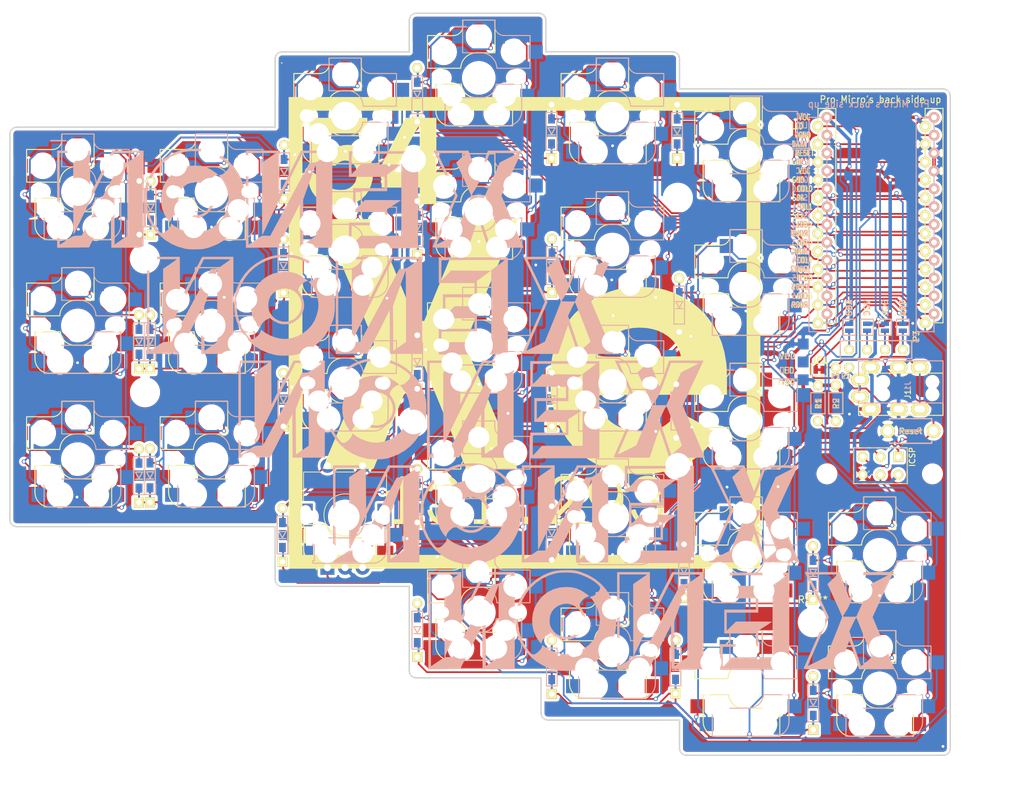
<source format=kicad_pcb>
(kicad_pcb (version 20171130) (host pcbnew 5.1.4)
  (layers (0 F.Cu signal) (31 B.Cu signal) (34 B.Paste user hide) (35 F.Paste user hide) (36 B.SilkS user hide) (37 F.SilkS user hide) (38 B.Mask user) (39 F.Mask user) (44 Edge.Cuts user))
  (net 0 "")
  (net 1 row0)
  (net 2 "Net-(D1-Pad2)")
  (net 3 "Net-(D2-Pad2)")
  (net 4 "Net-(D3-Pad2)")
  (net 5 "Net-(D4-Pad2)")
  (net 6 "Net-(D5-Pad2)")
  (net 7 "Net-(D6-Pad2)")
  (net 8 row1)
  (net 9 "Net-(D7-Pad2)")
  (net 10 "Net-(D8-Pad2)")
  (net 11 "Net-(D9-Pad2)")
  (net 12 "Net-(D10-Pad2)")
  (net 13 "Net-(D11-Pad2)")
  (net 14 "Net-(D12-Pad2)")
  (net 15 row2)
  (net 16 "Net-(D13-Pad2)")
  (net 17 "Net-(D14-Pad2)")
  (net 18 "Net-(D15-Pad2)")
  (net 19 "Net-(D16-Pad2)")
  (net 20 "Net-(D17-Pad2)")
  (net 21 "Net-(D18-Pad2)")
  (net 22 row3)
  (net 23 "Net-(D21-Pad2)")
  (net 24 "Net-(D22-Pad2)")
  (net 25 "Net-(D23-Pad2)")
  (net 26 "Net-(D24-Pad2)")
  (net 27 /SDA)
  (net 28 VCC)
  (net 29 GND)
  (net 30 LED)
  (net 31 col3)
  (net 32 col2)
  (net 33 col4)
  (net 34 /~RESET)
  (net 35 col0)
  (net 36 col1)
  (net 37 col5)
  (net 38 /SCL)
  (net 39 "Net-(D25-Pad2)")
  (net 40 row4)
  (net 41 "Net-(D29-Pad2)")
  (net 42 "Net-(D30-Pad2)")
  (net 43 "Net-(D31-Pad2)")
  (net 44 "Net-(D32-Pad2)")
  (net 45 "Net-(J1-PadB)")
  (net 46 "Net-(J1-PadA)")
  (net 47 "Net-(JP4-Pad2)")
  (net 48 "Net-(JP5-Pad2)")
  (net 49 "Net-(JP10-Pad2)")
  (net 50 "Net-(JP11-Pad2)")
  (net 51 col6)
  (net 52 data)
  (net 53 ROTARY_A)
  (net 54 ROTARY_B)
  (module MountingHole:MountingHole_2.2mm_M2 (layer F.Cu) (at 213.5 98.5)
    (fp_text reference REF** hide)
    (fp_text value MountingHole_2.2mm_M2)
    (pad 1 np_thru_hole circle (at 0 0) (size 2.2 2.2) (drill 2.2) (layers *.Cu *.Mask))
  )
  (module MountingHole:MountingHole_2.2mm_M2 (layer F.Cu) (at 198.5 98.5)
    (fp_text reference REF** hide)
    (fp_text value MountingHole_2.2mm_M2)
    (pad 1 np_thru_hole circle (at 0 0) (size 2.2 2.2) (drill 2.2) (layers *.Cu *.Mask))
  )
  (module kbd:D3_TH_SMD (layer F.Cu) (at 178.175 112.32 90)
    (fp_text reference D24 hide)
    (fp_text value D hide)
    (pad 2 smd rect (at 1.775 0 90) (size 1.3 0.95) (layers F.Cu F.Paste F.Mask) (net 26 "Net-(D24-Pad2)"))
    (pad 2 thru_hole circle (at 3.81 0 90) (size 1.397 1.397) (drill 0.8128) (layers *.Cu *.Mask F.SilkS) (net 26 "Net-(D24-Pad2)"))
    (pad 1 thru_hole rect (at -3.81 0 90) (size 1.397 1.397) (drill 0.8128) (layers *.Cu *.Mask F.SilkS) (net 22 row3))
    (pad 1 smd rect (at -1.775 0 90) (size 1.3 0.95) (layers B.Cu B.Paste B.Mask) (net 22 row3))
    (pad 2 smd rect (at 1.775 0 90) (size 1.3 0.95) (layers B.Cu B.Paste B.Mask) (net 26 "Net-(D24-Pad2)"))
    (pad 1 smd rect (at -1.775 0 90) (size 1.3 0.95) (layers F.Cu F.Paste F.Mask) (net 22 row3))
  )
  (module Rotary_Encoder:RotaryEncoder_Alps_EC11E-Switch_Vertical_H20mm (layer F.Cu) (at 127.4838 111.8432 90)
    (fp_text reference SW34 (at 2.8 -4.7 90) (layer F.SilkS))
    (fp_text value Rotary_Encoder_Switch)
    (pad A thru_hole rect (at 0 0 90) (size 2 2) (drill 1) (layers *.Cu *.Mask) (net 53 ROTARY_A))
    (pad C thru_hole circle (at 0 2.5 90) (size 2 2) (drill 1) (layers *.Cu *.Mask) (net 29 GND))
    (pad B thru_hole circle (at 0 5 90) (size 2 2) (drill 1) (layers *.Cu *.Mask) (net 54 ROTARY_B))
    (pad MP thru_hole rect (at 7.5 -3.1 90) (size 3.2 2) (drill oval 2.8 1.5) (layers *.Cu *.Mask))
    (pad MP thru_hole rect (at 7.5 8.1 90) (size 3.2 2) (drill oval 2.8 1.5) (layers *.Cu *.Mask))
    (pad S2 thru_hole circle (at 14.5 0 90) (size 2 2) (drill 1) (layers *.Cu *.Mask) (net 23 "Net-(D21-Pad2)"))
    (pad S1 thru_hole circle (at 14.5 5 90) (size 2 2) (drill 1) (layers *.Cu *.Mask) (net 32 col2))
  )
  (module MountingHole:MountingHole_3.5mm (layer F.Cu) (at 196.5 119.6)
    (fp_text reference REF** (at 0 -3.2) (layer F.SilkS))
    (fp_text value MountingHole_3.5mm)
    (pad 1 np_thru_hole circle (at 0 0) (size 3.5 3.5) (drill 3.5) (layers *.Cu *.Mask))
  )
  (module MountingHole:MountingHole_3.5mm (layer F.Cu) (at 177.3 97.27)
    (fp_text reference Ref** hide)
    (fp_text value Val** hide)
    (pad 1 np_thru_hole circle (at 0 0) (size 3.5 3.5) (drill 3.5) (layers *.Cu *.Mask))
  )
  (module MountingHole:MountingHole_3.5mm (layer F.Cu) (at 177.3 59.2582)
    (fp_text reference Ref** hide)
    (fp_text value Val** hide)
    (pad 1 np_thru_hole circle (at 0 0) (size 3.5 3.5) (drill 3.5) (layers *.Cu *.Mask))
  )
  (module MountingHole:MountingHole_3.5mm (layer F.Cu) (at 139.725 91.12)
    (fp_text reference Ref** hide)
    (fp_text value Val** hide)
    (pad 1 np_thru_hole circle (at 0 0) (size 3.5 3.5) (drill 3.5) (layers *.Cu *.Mask))
  )
  (module MountingHole:MountingHole_3.5mm (layer F.Cu) (at 139.75 53.87)
    (fp_text reference Ref** hide)
    (fp_text value Val** hide)
    (pad 1 np_thru_hole circle (at 0 0) (size 3.5 3.5) (drill 3.5) (layers *.Cu *.Mask))
  )
  (module MountingHole:MountingHole_3.5mm (layer F.Cu) (at 101.55 86.895)
    (fp_text reference Ref** hide)
    (fp_text value Val** hide)
    (pad 1 np_thru_hole circle (at 0 0) (size 3.5 3.5) (drill 3.5) (layers *.Cu *.Mask))
  )
  (module MountingHole:MountingHole_3.5mm (layer F.Cu) (at 101.525 67.895)
    (fp_text reference Ref** hide)
    (fp_text value Val** hide)
    (pad 1 np_thru_hole circle (at 0 0) (size 3.5 3.5) (drill 3.5) (layers *.Cu *.Mask))
  )
  (module foostan_kbd:CherryMX_Hotswap (layer F.Cu) (at 130 104.6 180)
    (fp_text reference SW21 hide)
    (fp_text value SW_PUSH hide)
    (pad 2 smd rect (at 5.7 -5.12) (size 2.3 2) (layers B.Cu B.Paste B.Mask) (net 23 "Net-(D21-Pad2)"))
    (pad "" np_thru_hole circle (at -5.08 0 180) (size 1.9 1.9) (drill 1.9) (layers *.Cu *.Mask F.SilkS))
    (pad "" np_thru_hole circle (at 5.08 0 180) (size 1.9 1.9) (drill 1.9) (layers *.Cu *.Mask F.SilkS))
    (pad "" np_thru_hole circle (at 0 0 270) (size 4.1 4.1) (drill 4.1) (layers *.Cu *.Mask F.SilkS))
    (pad "" np_thru_hole circle (at 2.54 -5.08) (size 3 3) (drill 3) (layers *.Cu *.Mask))
    (pad "" np_thru_hole circle (at 3.81 -2.540001) (size 3 3) (drill 3) (layers *.Cu *.Mask))
    (pad "" np_thru_hole circle (at -2.54 -5.08) (size 3 3) (drill 3) (layers *.Cu *.Mask))
    (pad "" np_thru_hole circle (at -3.81 -2.54) (size 3 3) (drill 3) (layers *.Cu *.Mask))
    (pad 2 smd rect (at -5.7 -5.12) (size 2.3 2) (layers F.Cu F.Paste F.Mask) (net 23 "Net-(D21-Pad2)"))
    (pad 1 smd rect (at 7 -2.58) (size 2.3 2) (layers F.Cu F.Paste F.Mask) (net 32 col2))
    (pad 1 smd rect (at -7 -2.58) (size 2.3 2) (layers B.Cu B.Paste B.Mask) (net 32 col2))
  )
  (module kbd:CherryMX_Choc_Hotswap (layer F.Cu) (at 187 53 180)
    (fp_text reference SW6 hide)
    (fp_text value SW_PUSH hide)
    (pad 1 smd rect (at -5.6 -5.08) (size 2 2) (layers F.Cu F.Paste F.Mask) (net 37 col5))
    (pad "" np_thru_hole circle (at 3.81 -2.54) (size 3 3) (drill 3) (layers *.Cu *.Mask))
    (pad "" np_thru_hole circle (at -2.54 -5.08) (size 3 3) (drill 3) (layers *.Cu *.Mask))
    (pad 2 smd rect (at 6.9 -2.54) (size 2 2) (layers F.Cu F.Paste F.Mask) (net 7 "Net-(D6-Pad2)"))
    (pad "" np_thru_hole circle (at 5 3.7 90) (size 3 3) (drill 3) (layers *.Cu *.Mask))
    (pad 2 smd rect (at -2.8 5.9) (size 1.8 2) (layers F.Cu F.Paste F.Mask) (net 7 "Net-(D6-Pad2)"))
    (pad 1 smd rect (at 8.1 3.7) (size 2 2) (layers F.Cu F.Paste F.Mask) (net 37 col5))
    (pad 1 smd rect (at -8.1 3.7) (size 2 2) (layers B.Cu B.Paste B.Mask) (net 37 col5))
    (pad 2 smd rect (at 2.8 5.9) (size 1.9 2) (layers B.Cu B.Paste B.Mask) (net 7 "Net-(D6-Pad2)"))
    (pad "" np_thru_hole circle (at -5 3.7 270) (size 3 3) (drill 3) (layers *.Cu *.Mask))
    (pad "" np_thru_hole circle (at 0 5.9 270) (size 3 3) (drill 3) (layers *.Cu *.Mask))
    (pad 1 smd rect (at -6.9 -2.54) (size 2 2) (layers B.Cu B.Paste B.Mask) (net 37 col5))
    (pad "" np_thru_hole circle (at 2.54 -5.08) (size 3 3) (drill 3) (layers *.Cu *.Mask))
    (pad "" np_thru_hole circle (at 0 0 270) (size 4 4) (drill 4) (layers *.Cu *.Mask))
    (pad "" np_thru_hole circle (at -5.5 0 270) (size 1.9 1.9) (drill 1.9) (layers *.Cu *.Mask))
    (pad "" np_thru_hole circle (at 5.5 0 270) (size 1.9 1.9) (drill 1.9) (layers *.Cu *.Mask))
    (pad "" np_thru_hole circle (at 5.08 0 180) (size 1.7 1.7) (drill 1.7) (layers *.Cu *.Mask))
    (pad "" np_thru_hole circle (at -5.08 0 180) (size 1.7 1.7) (drill 1.7) (layers *.Cu *.Mask))
    (pad "" np_thru_hole circle (at -3.81 -2.54) (size 3 3) (drill 3) (layers *.Cu *.Mask))
    (pad 2 smd rect (at 5.6 -5.08) (size 2 2) (layers B.Cu B.Paste B.Mask) (net 7 "Net-(D6-Pad2)"))
  )
  (module logo:xenon_logo_back_race (layer B.Cu) (at 122.075 59.4 270)
    (fp_text reference G*** hide)
    (fp_text value LOGO hide)
  )
  (module logo:xenon_logo_back_race (layer B.Cu) (at 134.85 74.5 270)
    (fp_text reference G*** hide)
    (fp_text value LOGO hide)
  )
  (module logo:xenon_logo_back_race (layer B.Cu) (at 147.85 89.25 270)
    (fp_text reference G*** hide)
    (fp_text value LOGO hide)
  )
  (module logo:xenon_logo_back_race (layer B.Cu) (at 161.3 104.15 270)
    (fp_text reference G*** hide)
    (fp_text value LOGO hide)
  )
  (module logo:xenon_logo_back_race (layer B.Cu) (at 174.85 119.325 270)
    (fp_text reference G*** hide)
    (fp_text value LOGO hide)
  )
  (module logo:xenon_logo_front (layer F.Cu) (at 155.5 78.45)
    (fp_text reference G*** hide)
    (fp_text value LOGO hide)
  )
  (module kbd:CherryMX_Choc_Hotswap (layer F.Cu) (at 92 58.4 180)
    (fp_text reference SW1 hide)
    (fp_text value SW_PUSH hide)
    (pad 1 smd rect (at -5.6 -5.08) (size 2 2) (layers F.Cu F.Paste F.Mask) (net 35 col0))
    (pad "" np_thru_hole circle (at 3.81 -2.54) (size 3 3) (drill 3) (layers *.Cu *.Mask))
    (pad "" np_thru_hole circle (at -2.54 -5.08) (size 3 3) (drill 3) (layers *.Cu *.Mask))
    (pad 2 smd rect (at 6.9 -2.54) (size 2 2) (layers F.Cu F.Paste F.Mask) (net 2 "Net-(D1-Pad2)"))
    (pad "" np_thru_hole circle (at 5 3.7 90) (size 3 3) (drill 3) (layers *.Cu *.Mask))
    (pad 2 smd rect (at -2.8 5.9) (size 1.8 2) (layers F.Cu F.Paste F.Mask) (net 2 "Net-(D1-Pad2)"))
    (pad 1 smd rect (at 8.1 3.7) (size 2 2) (layers F.Cu F.Paste F.Mask) (net 35 col0))
    (pad 1 smd rect (at -8.1 3.7) (size 2 2) (layers B.Cu B.Paste B.Mask) (net 35 col0))
    (pad 2 smd rect (at 2.8 5.9) (size 1.9 2) (layers B.Cu B.Paste B.Mask) (net 2 "Net-(D1-Pad2)"))
    (pad "" np_thru_hole circle (at -5 3.7 270) (size 3 3) (drill 3) (layers *.Cu *.Mask))
    (pad "" np_thru_hole circle (at 0 5.9 270) (size 3 3) (drill 3) (layers *.Cu *.Mask))
    (pad 1 smd rect (at -6.9 -2.54) (size 2 2) (layers B.Cu B.Paste B.Mask) (net 35 col0))
    (pad "" np_thru_hole circle (at 2.54 -5.08) (size 3 3) (drill 3) (layers *.Cu *.Mask))
    (pad "" np_thru_hole circle (at 0 0 270) (size 4 4) (drill 4) (layers *.Cu *.Mask))
    (pad "" np_thru_hole circle (at -5.5 0 270) (size 1.9 1.9) (drill 1.9) (layers *.Cu *.Mask))
    (pad "" np_thru_hole circle (at 5.5 0 270) (size 1.9 1.9) (drill 1.9) (layers *.Cu *.Mask))
    (pad "" np_thru_hole circle (at 5.08 0 180) (size 1.7 1.7) (drill 1.7) (layers *.Cu *.Mask))
    (pad "" np_thru_hole circle (at -5.08 0 180) (size 1.7 1.7) (drill 1.7) (layers *.Cu *.Mask))
    (pad "" np_thru_hole circle (at -3.81 -2.54) (size 3 3) (drill 3) (layers *.Cu *.Mask))
    (pad 2 smd rect (at 5.6 -5.08) (size 2 2) (layers B.Cu B.Paste B.Mask) (net 2 "Net-(D1-Pad2)"))
  )
  (module kbd:CherryMX_Choc_Hotswap (layer F.Cu) (at 111 58.4 180)
    (fp_text reference SW2 hide)
    (fp_text value SW_PUSH hide)
    (pad 1 smd rect (at -5.6 -5.08) (size 2 2) (layers F.Cu F.Paste F.Mask) (net 36 col1))
    (pad "" np_thru_hole circle (at 3.81 -2.54) (size 3 3) (drill 3) (layers *.Cu *.Mask))
    (pad "" np_thru_hole circle (at -2.54 -5.08) (size 3 3) (drill 3) (layers *.Cu *.Mask))
    (pad 2 smd rect (at 6.9 -2.54) (size 2 2) (layers F.Cu F.Paste F.Mask) (net 3 "Net-(D2-Pad2)"))
    (pad "" np_thru_hole circle (at 5 3.7 90) (size 3 3) (drill 3) (layers *.Cu *.Mask))
    (pad 2 smd rect (at -2.8 5.9) (size 1.8 2) (layers F.Cu F.Paste F.Mask) (net 3 "Net-(D2-Pad2)"))
    (pad 1 smd rect (at 8.1 3.7) (size 2 2) (layers F.Cu F.Paste F.Mask) (net 36 col1))
    (pad 1 smd rect (at -8.1 3.7) (size 2 2) (layers B.Cu B.Paste B.Mask) (net 36 col1))
    (pad 2 smd rect (at 2.8 5.9) (size 1.9 2) (layers B.Cu B.Paste B.Mask) (net 3 "Net-(D2-Pad2)"))
    (pad "" np_thru_hole circle (at -5 3.7 270) (size 3 3) (drill 3) (layers *.Cu *.Mask))
    (pad "" np_thru_hole circle (at 0 5.9 270) (size 3 3) (drill 3) (layers *.Cu *.Mask))
    (pad 1 smd rect (at -6.9 -2.54) (size 2 2) (layers B.Cu B.Paste B.Mask) (net 36 col1))
    (pad "" np_thru_hole circle (at 2.54 -5.08) (size 3 3) (drill 3) (layers *.Cu *.Mask))
    (pad "" np_thru_hole circle (at 0 0 270) (size 4 4) (drill 4) (layers *.Cu *.Mask))
    (pad "" np_thru_hole circle (at -5.5 0 270) (size 1.9 1.9) (drill 1.9) (layers *.Cu *.Mask))
    (pad "" np_thru_hole circle (at 5.5 0 270) (size 1.9 1.9) (drill 1.9) (layers *.Cu *.Mask))
    (pad "" np_thru_hole circle (at 5.08 0 180) (size 1.7 1.7) (drill 1.7) (layers *.Cu *.Mask))
    (pad "" np_thru_hole circle (at -5.08 0 180) (size 1.7 1.7) (drill 1.7) (layers *.Cu *.Mask))
    (pad "" np_thru_hole circle (at -3.81 -2.54) (size 3 3) (drill 3) (layers *.Cu *.Mask))
    (pad 2 smd rect (at 5.6 -5.08) (size 2 2) (layers B.Cu B.Paste B.Mask) (net 3 "Net-(D2-Pad2)"))
  )
  (module kbd:CherryMX_Choc_Hotswap (layer F.Cu) (at 187 129 180)
    (fp_text reference SW31 hide)
    (fp_text value SW_PUSH hide)
    (pad 1 smd rect (at -5.6 -5.08) (size 2 2) (layers F.Cu F.Paste F.Mask) (net 37 col5))
    (pad "" np_thru_hole circle (at 3.81 -2.54) (size 3 3) (drill 3) (layers *.Cu *.Mask))
    (pad "" np_thru_hole circle (at -2.54 -5.08) (size 3 3) (drill 3) (layers *.Cu *.Mask))
    (pad 2 smd rect (at 6.9 -2.54) (size 2 2) (layers F.Cu F.Paste F.Mask) (net 43 "Net-(D31-Pad2)"))
    (pad "" np_thru_hole circle (at 5 3.7 90) (size 3 3) (drill 3) (layers *.Cu *.Mask))
    (pad 2 smd rect (at -2.8 5.9) (size 1.8 2) (layers F.Cu F.Paste F.Mask) (net 43 "Net-(D31-Pad2)"))
    (pad 1 smd rect (at 8.1 3.7) (size 2 2) (layers F.Cu F.Paste F.Mask) (net 37 col5))
    (pad 1 smd rect (at -8.1 3.7) (size 2 2) (layers B.Cu B.Paste B.Mask) (net 37 col5))
    (pad 2 smd rect (at 2.8 5.9) (size 1.9 2) (layers B.Cu B.Paste B.Mask) (net 43 "Net-(D31-Pad2)"))
    (pad "" np_thru_hole circle (at -5 3.7 270) (size 3 3) (drill 3) (layers *.Cu *.Mask))
    (pad "" np_thru_hole circle (at 0 5.9 270) (size 3 3) (drill 3) (layers *.Cu *.Mask))
    (pad 1 smd rect (at -6.9 -2.54) (size 2 2) (layers B.Cu B.Paste B.Mask) (net 37 col5))
    (pad "" np_thru_hole circle (at 2.54 -5.08) (size 3 3) (drill 3) (layers *.Cu *.Mask))
    (pad "" np_thru_hole circle (at 0 0 270) (size 4 4) (drill 4) (layers *.Cu *.Mask))
    (pad "" np_thru_hole circle (at -5.5 0 270) (size 1.9 1.9) (drill 1.9) (layers *.Cu *.Mask))
    (pad "" np_thru_hole circle (at 5.5 0 270) (size 1.9 1.9) (drill 1.9) (layers *.Cu *.Mask))
    (pad "" np_thru_hole circle (at 5.08 0 180) (size 1.7 1.7) (drill 1.7) (layers *.Cu *.Mask))
    (pad "" np_thru_hole circle (at -5.08 0 180) (size 1.7 1.7) (drill 1.7) (layers *.Cu *.Mask))
    (pad "" np_thru_hole circle (at -3.81 -2.54) (size 3 3) (drill 3) (layers *.Cu *.Mask))
    (pad 2 smd rect (at 5.6 -5.08) (size 2 2) (layers B.Cu B.Paste B.Mask) (net 43 "Net-(D31-Pad2)"))
  )
  (module kbd:CherryMX_Choc_Hotswap (layer F.Cu) (at 168 123.6 180)
    (fp_text reference SW30 hide)
    (fp_text value SW_PUSH hide)
    (pad 1 smd rect (at -5.6 -5.08) (size 2 2) (layers F.Cu F.Paste F.Mask) (net 33 col4))
    (pad "" np_thru_hole circle (at 3.81 -2.54) (size 3 3) (drill 3) (layers *.Cu *.Mask))
    (pad "" np_thru_hole circle (at -2.54 -5.08) (size 3 3) (drill 3) (layers *.Cu *.Mask))
    (pad 2 smd rect (at 6.9 -2.54) (size 2 2) (layers F.Cu F.Paste F.Mask) (net 42 "Net-(D30-Pad2)"))
    (pad "" np_thru_hole circle (at 5 3.7 90) (size 3 3) (drill 3) (layers *.Cu *.Mask))
    (pad 2 smd rect (at -2.8 5.9) (size 1.8 2) (layers F.Cu F.Paste F.Mask) (net 42 "Net-(D30-Pad2)"))
    (pad 1 smd rect (at 8.1 3.7) (size 2 2) (layers F.Cu F.Paste F.Mask) (net 33 col4))
    (pad 1 smd rect (at -8.1 3.7) (size 2 2) (layers B.Cu B.Paste B.Mask) (net 33 col4))
    (pad 2 smd rect (at 2.8 5.9) (size 1.9 2) (layers B.Cu B.Paste B.Mask) (net 42 "Net-(D30-Pad2)"))
    (pad "" np_thru_hole circle (at -5 3.7 270) (size 3 3) (drill 3) (layers *.Cu *.Mask))
    (pad "" np_thru_hole circle (at 0 5.9 270) (size 3 3) (drill 3) (layers *.Cu *.Mask))
    (pad 1 smd rect (at -6.9 -2.54) (size 2 2) (layers B.Cu B.Paste B.Mask) (net 33 col4))
    (pad "" np_thru_hole circle (at 2.54 -5.08) (size 3 3) (drill 3) (layers *.Cu *.Mask))
    (pad "" np_thru_hole circle (at 0 0 270) (size 4 4) (drill 4) (layers *.Cu *.Mask))
    (pad "" np_thru_hole circle (at -5.5 0 270) (size 1.9 1.9) (drill 1.9) (layers *.Cu *.Mask))
    (pad "" np_thru_hole circle (at 5.5 0 270) (size 1.9 1.9) (drill 1.9) (layers *.Cu *.Mask))
    (pad "" np_thru_hole circle (at 5.08 0 180) (size 1.7 1.7) (drill 1.7) (layers *.Cu *.Mask))
    (pad "" np_thru_hole circle (at -5.08 0 180) (size 1.7 1.7) (drill 1.7) (layers *.Cu *.Mask))
    (pad "" np_thru_hole circle (at -3.81 -2.54) (size 3 3) (drill 3) (layers *.Cu *.Mask))
    (pad 2 smd rect (at 5.6 -5.08) (size 2 2) (layers B.Cu B.Paste B.Mask) (net 42 "Net-(D30-Pad2)"))
  )
  (module kbd:CherryMX_Choc_Hotswap (layer F.Cu) (at 206 129 180)
    (fp_text reference SW32 hide)
    (fp_text value SW_PUSH hide)
    (pad 1 smd rect (at -5.6 -5.08) (size 2 2) (layers F.Cu F.Paste F.Mask) (net 51 col6))
    (pad "" np_thru_hole circle (at 3.81 -2.54) (size 3 3) (drill 3) (layers *.Cu *.Mask))
    (pad "" np_thru_hole circle (at -2.54 -5.08) (size 3 3) (drill 3) (layers *.Cu *.Mask))
    (pad 2 smd rect (at 6.9 -2.54) (size 2 2) (layers F.Cu F.Paste F.Mask) (net 44 "Net-(D32-Pad2)"))
    (pad "" np_thru_hole circle (at 5 3.7 90) (size 3 3) (drill 3) (layers *.Cu *.Mask))
    (pad 2 smd rect (at -2.8 5.9) (size 1.8 2) (layers F.Cu F.Paste F.Mask) (net 44 "Net-(D32-Pad2)"))
    (pad 1 smd rect (at 8.1 3.7) (size 2 2) (layers F.Cu F.Paste F.Mask) (net 51 col6))
    (pad 1 smd rect (at -8.1 3.7) (size 2 2) (layers B.Cu B.Paste B.Mask) (net 51 col6))
    (pad 2 smd rect (at 2.8 5.9) (size 1.9 2) (layers B.Cu B.Paste B.Mask) (net 44 "Net-(D32-Pad2)"))
    (pad "" np_thru_hole circle (at -5 3.7 270) (size 3 3) (drill 3) (layers *.Cu *.Mask))
    (pad "" np_thru_hole circle (at 0 5.9 270) (size 3 3) (drill 3) (layers *.Cu *.Mask))
    (pad 1 smd rect (at -6.9 -2.54) (size 2 2) (layers B.Cu B.Paste B.Mask) (net 51 col6))
    (pad "" np_thru_hole circle (at 2.54 -5.08) (size 3 3) (drill 3) (layers *.Cu *.Mask))
    (pad "" np_thru_hole circle (at 0 0 270) (size 4 4) (drill 4) (layers *.Cu *.Mask))
    (pad "" np_thru_hole circle (at -5.5 0 270) (size 1.9 1.9) (drill 1.9) (layers *.Cu *.Mask))
    (pad "" np_thru_hole circle (at 5.5 0 270) (size 1.9 1.9) (drill 1.9) (layers *.Cu *.Mask))
    (pad "" np_thru_hole circle (at 5.08 0 180) (size 1.7 1.7) (drill 1.7) (layers *.Cu *.Mask))
    (pad "" np_thru_hole circle (at -5.08 0 180) (size 1.7 1.7) (drill 1.7) (layers *.Cu *.Mask))
    (pad "" np_thru_hole circle (at -3.81 -2.54) (size 3 3) (drill 3) (layers *.Cu *.Mask))
    (pad 2 smd rect (at 5.6 -5.08) (size 2 2) (layers B.Cu B.Paste B.Mask) (net 44 "Net-(D32-Pad2)"))
  )
  (module kbd:CherryMX_Choc_Hotswap (layer F.Cu) (at 130 85.6 180)
    (fp_text reference SW15 hide)
    (fp_text value SW_PUSH hide)
    (pad 1 smd rect (at -5.6 -5.08) (size 2 2) (layers F.Cu F.Paste F.Mask) (net 32 col2))
    (pad "" np_thru_hole circle (at 3.81 -2.54) (size 3 3) (drill 3) (layers *.Cu *.Mask))
    (pad "" np_thru_hole circle (at -2.54 -5.08) (size 3 3) (drill 3) (layers *.Cu *.Mask))
    (pad 2 smd rect (at 6.9 -2.54) (size 2 2) (layers F.Cu F.Paste F.Mask) (net 18 "Net-(D15-Pad2)"))
    (pad "" np_thru_hole circle (at 5 3.7 90) (size 3 3) (drill 3) (layers *.Cu *.Mask))
    (pad 2 smd rect (at -2.8 5.9) (size 1.8 2) (layers F.Cu F.Paste F.Mask) (net 18 "Net-(D15-Pad2)"))
    (pad 1 smd rect (at 8.1 3.7) (size 2 2) (layers F.Cu F.Paste F.Mask) (net 32 col2))
    (pad 1 smd rect (at -8.1 3.7) (size 2 2) (layers B.Cu B.Paste B.Mask) (net 32 col2))
    (pad 2 smd rect (at 2.8 5.9) (size 1.9 2) (layers B.Cu B.Paste B.Mask) (net 18 "Net-(D15-Pad2)"))
    (pad "" np_thru_hole circle (at -5 3.7 270) (size 3 3) (drill 3) (layers *.Cu *.Mask))
    (pad "" np_thru_hole circle (at 0 5.9 270) (size 3 3) (drill 3) (layers *.Cu *.Mask))
    (pad 1 smd rect (at -6.9 -2.54) (size 2 2) (layers B.Cu B.Paste B.Mask) (net 32 col2))
    (pad "" np_thru_hole circle (at 2.54 -5.08) (size 3 3) (drill 3) (layers *.Cu *.Mask))
    (pad "" np_thru_hole circle (at 0 0 270) (size 4 4) (drill 4) (layers *.Cu *.Mask))
    (pad "" np_thru_hole circle (at -5.5 0 270) (size 1.9 1.9) (drill 1.9) (layers *.Cu *.Mask))
    (pad "" np_thru_hole circle (at 5.5 0 270) (size 1.9 1.9) (drill 1.9) (layers *.Cu *.Mask))
    (pad "" np_thru_hole circle (at 5.08 0 180) (size 1.7 1.7) (drill 1.7) (layers *.Cu *.Mask))
    (pad "" np_thru_hole circle (at -5.08 0 180) (size 1.7 1.7) (drill 1.7) (layers *.Cu *.Mask))
    (pad "" np_thru_hole circle (at -3.81 -2.54) (size 3 3) (drill 3) (layers *.Cu *.Mask))
    (pad 2 smd rect (at 5.6 -5.08) (size 2 2) (layers B.Cu B.Paste B.Mask) (net 18 "Net-(D15-Pad2)"))
  )
  (module kbd:CherryMX_Choc_Hotswap (layer F.Cu) (at 148.999548 42.200692 180)
    (fp_text reference SW4 hide)
    (fp_text value SW_PUSH hide)
    (pad 1 smd rect (at -5.6 -5.08) (size 2 2) (layers F.Cu F.Paste F.Mask) (net 31 col3))
    (pad "" np_thru_hole circle (at 3.81 -2.54) (size 3 3) (drill 3) (layers *.Cu *.Mask))
    (pad "" np_thru_hole circle (at -2.54 -5.08) (size 3 3) (drill 3) (layers *.Cu *.Mask))
    (pad 2 smd rect (at 6.9 -2.54) (size 2 2) (layers F.Cu F.Paste F.Mask) (net 5 "Net-(D4-Pad2)"))
    (pad "" np_thru_hole circle (at 5 3.7 90) (size 3 3) (drill 3) (layers *.Cu *.Mask))
    (pad 2 smd rect (at -2.8 5.9) (size 1.8 2) (layers F.Cu F.Paste F.Mask) (net 5 "Net-(D4-Pad2)"))
    (pad 1 smd rect (at 8.1 3.7) (size 2 2) (layers F.Cu F.Paste F.Mask) (net 31 col3))
    (pad 1 smd rect (at -8.1 3.7) (size 2 2) (layers B.Cu B.Paste B.Mask) (net 31 col3))
    (pad 2 smd rect (at 2.8 5.9) (size 1.9 2) (layers B.Cu B.Paste B.Mask) (net 5 "Net-(D4-Pad2)"))
    (pad "" np_thru_hole circle (at -5 3.7 270) (size 3 3) (drill 3) (layers *.Cu *.Mask))
    (pad "" np_thru_hole circle (at 0 5.9 270) (size 3 3) (drill 3) (layers *.Cu *.Mask))
    (pad 1 smd rect (at -6.9 -2.54) (size 2 2) (layers B.Cu B.Paste B.Mask) (net 31 col3))
    (pad "" np_thru_hole circle (at 2.54 -5.08) (size 3 3) (drill 3) (layers *.Cu *.Mask))
    (pad "" np_thru_hole circle (at 0 0 270) (size 4 4) (drill 4) (layers *.Cu *.Mask))
    (pad "" np_thru_hole circle (at -5.5 0 270) (size 1.9 1.9) (drill 1.9) (layers *.Cu *.Mask))
    (pad "" np_thru_hole circle (at 5.5 0 270) (size 1.9 1.9) (drill 1.9) (layers *.Cu *.Mask))
    (pad "" np_thru_hole circle (at 5.08 0 180) (size 1.7 1.7) (drill 1.7) (layers *.Cu *.Mask))
    (pad "" np_thru_hole circle (at -5.08 0 180) (size 1.7 1.7) (drill 1.7) (layers *.Cu *.Mask))
    (pad "" np_thru_hole circle (at -3.81 -2.54) (size 3 3) (drill 3) (layers *.Cu *.Mask))
    (pad 2 smd rect (at 5.6 -5.08) (size 2 2) (layers B.Cu B.Paste B.Mask) (net 5 "Net-(D4-Pad2)"))
  )
  (module kbd:CherryMX_Choc_Hotswap (layer F.Cu) (at 168 47.6 180)
    (fp_text reference SW5 hide)
    (fp_text value SW_PUSH hide)
    (pad 1 smd rect (at -5.6 -5.08) (size 2 2) (layers F.Cu F.Paste F.Mask) (net 33 col4))
    (pad "" np_thru_hole circle (at 3.81 -2.54) (size 3 3) (drill 3) (layers *.Cu *.Mask))
    (pad "" np_thru_hole circle (at -2.54 -5.08) (size 3 3) (drill 3) (layers *.Cu *.Mask))
    (pad 2 smd rect (at 6.9 -2.54) (size 2 2) (layers F.Cu F.Paste F.Mask) (net 6 "Net-(D5-Pad2)"))
    (pad "" np_thru_hole circle (at 5 3.7 90) (size 3 3) (drill 3) (layers *.Cu *.Mask))
    (pad 2 smd rect (at -2.8 5.9) (size 1.8 2) (layers F.Cu F.Paste F.Mask) (net 6 "Net-(D5-Pad2)"))
    (pad 1 smd rect (at 8.1 3.7) (size 2 2) (layers F.Cu F.Paste F.Mask) (net 33 col4))
    (pad 1 smd rect (at -8.1 3.7) (size 2 2) (layers B.Cu B.Paste B.Mask) (net 33 col4))
    (pad 2 smd rect (at 2.8 5.9) (size 1.9 2) (layers B.Cu B.Paste B.Mask) (net 6 "Net-(D5-Pad2)"))
    (pad "" np_thru_hole circle (at -5 3.7 270) (size 3 3) (drill 3) (layers *.Cu *.Mask))
    (pad "" np_thru_hole circle (at 0 5.9 270) (size 3 3) (drill 3) (layers *.Cu *.Mask))
    (pad 1 smd rect (at -6.9 -2.54) (size 2 2) (layers B.Cu B.Paste B.Mask) (net 33 col4))
    (pad "" np_thru_hole circle (at 2.54 -5.08) (size 3 3) (drill 3) (layers *.Cu *.Mask))
    (pad "" np_thru_hole circle (at 0 0 270) (size 4 4) (drill 4) (layers *.Cu *.Mask))
    (pad "" np_thru_hole circle (at -5.5 0 270) (size 1.9 1.9) (drill 1.9) (layers *.Cu *.Mask))
    (pad "" np_thru_hole circle (at 5.5 0 270) (size 1.9 1.9) (drill 1.9) (layers *.Cu *.Mask))
    (pad "" np_thru_hole circle (at 5.08 0 180) (size 1.7 1.7) (drill 1.7) (layers *.Cu *.Mask))
    (pad "" np_thru_hole circle (at -5.08 0 180) (size 1.7 1.7) (drill 1.7) (layers *.Cu *.Mask))
    (pad "" np_thru_hole circle (at -3.81 -2.54) (size 3 3) (drill 3) (layers *.Cu *.Mask))
    (pad 2 smd rect (at 5.6 -5.08) (size 2 2) (layers B.Cu B.Paste B.Mask) (net 6 "Net-(D5-Pad2)"))
  )
  (module kbd:D3_TH_SMD (layer F.Cu) (at 100.725 60.67 90)
    (fp_text reference D1 hide)
    (fp_text value D hide)
    (pad 2 smd rect (at 1.775 0 90) (size 1.3 0.95) (layers F.Cu F.Paste F.Mask) (net 2 "Net-(D1-Pad2)"))
    (pad 2 thru_hole circle (at 3.81 0 90) (size 1.397 1.397) (drill 0.8128) (layers *.Cu *.Mask F.SilkS) (net 2 "Net-(D1-Pad2)"))
    (pad 1 thru_hole rect (at -3.81 0 90) (size 1.397 1.397) (drill 0.8128) (layers *.Cu *.Mask F.SilkS) (net 1 row0))
    (pad 1 smd rect (at -1.775 0 90) (size 1.3 0.95) (layers B.Cu B.Paste B.Mask) (net 1 row0))
    (pad 2 smd rect (at 1.775 0 90) (size 1.3 0.95) (layers B.Cu B.Paste B.Mask) (net 2 "Net-(D1-Pad2)"))
    (pad 1 smd rect (at -1.775 0 90) (size 1.3 0.95) (layers F.Cu F.Paste F.Mask) (net 1 row0))
  )
  (module kbd:D3_TH_SMD (layer F.Cu) (at 102.325 60.6575 90)
    (fp_text reference D2 hide)
    (fp_text value D hide)
    (pad 2 smd rect (at 1.775 0 90) (size 1.3 0.95) (layers F.Cu F.Paste F.Mask) (net 3 "Net-(D2-Pad2)"))
    (pad 2 thru_hole circle (at 3.81 0 90) (size 1.397 1.397) (drill 0.8128) (layers *.Cu *.Mask F.SilkS) (net 3 "Net-(D2-Pad2)"))
    (pad 1 thru_hole rect (at -3.81 0 90) (size 1.397 1.397) (drill 0.8128) (layers *.Cu *.Mask F.SilkS) (net 1 row0))
    (pad 1 smd rect (at -1.775 0 90) (size 1.3 0.95) (layers B.Cu B.Paste B.Mask) (net 1 row0))
    (pad 2 smd rect (at 1.775 0 90) (size 1.3 0.95) (layers B.Cu B.Paste B.Mask) (net 3 "Net-(D2-Pad2)"))
    (pad 1 smd rect (at -1.775 0 90) (size 1.3 0.95) (layers F.Cu F.Paste F.Mask) (net 1 row0))
  )
  (module kbd:D3_TH_SMD (layer F.Cu) (at 121.325 55.57 90)
    (fp_text reference D3 hide)
    (fp_text value D hide)
    (pad 2 smd rect (at 1.775 0 90) (size 1.3 0.95) (layers F.Cu F.Paste F.Mask) (net 4 "Net-(D3-Pad2)"))
    (pad 2 thru_hole circle (at 3.81 0 90) (size 1.397 1.397) (drill 0.8128) (layers *.Cu *.Mask F.SilkS) (net 4 "Net-(D3-Pad2)"))
    (pad 1 thru_hole rect (at -3.81 0 90) (size 1.397 1.397) (drill 0.8128) (layers *.Cu *.Mask F.SilkS) (net 1 row0))
    (pad 1 smd rect (at -1.775 0 90) (size 1.3 0.95) (layers B.Cu B.Paste B.Mask) (net 1 row0))
    (pad 2 smd rect (at 1.775 0 90) (size 1.3 0.95) (layers B.Cu B.Paste B.Mask) (net 4 "Net-(D3-Pad2)"))
    (pad 1 smd rect (at -1.775 0 90) (size 1.3 0.95) (layers F.Cu F.Paste F.Mask) (net 1 row0))
  )
  (module kbd:D3_TH_SMD (layer F.Cu) (at 140.25 44.59 90)
    (fp_text reference D4 hide)
    (fp_text value D hide)
    (pad 2 smd rect (at 1.775 0 90) (size 1.3 0.95) (layers F.Cu F.Paste F.Mask) (net 5 "Net-(D4-Pad2)"))
    (pad 2 thru_hole circle (at 3.81 0 90) (size 1.397 1.397) (drill 0.8128) (layers *.Cu *.Mask F.SilkS) (net 5 "Net-(D4-Pad2)"))
    (pad 1 thru_hole rect (at -3.81 0 90) (size 1.397 1.397) (drill 0.8128) (layers *.Cu *.Mask F.SilkS) (net 1 row0))
    (pad 1 smd rect (at -1.775 0 90) (size 1.3 0.95) (layers B.Cu B.Paste B.Mask) (net 1 row0))
    (pad 2 smd rect (at 1.775 0 90) (size 1.3 0.95) (layers B.Cu B.Paste B.Mask) (net 5 "Net-(D4-Pad2)"))
    (pad 1 smd rect (at -1.775 0 90) (size 1.3 0.95) (layers F.Cu F.Paste F.Mask) (net 1 row0))
  )
  (module kbd:D3_TH_SMD (layer F.Cu) (at 159.35 49.81 90)
    (fp_text reference D5 hide)
    (fp_text value D hide)
    (pad 2 smd rect (at 1.775 0 90) (size 1.3 0.95) (layers F.Cu F.Paste F.Mask) (net 6 "Net-(D5-Pad2)"))
    (pad 2 thru_hole circle (at 3.81 0 90) (size 1.397 1.397) (drill 0.8128) (layers *.Cu *.Mask F.SilkS) (net 6 "Net-(D5-Pad2)"))
    (pad 1 thru_hole rect (at -3.81 0 90) (size 1.397 1.397) (drill 0.8128) (layers *.Cu *.Mask F.SilkS) (net 1 row0))
    (pad 1 smd rect (at -1.775 0 90) (size 1.3 0.95) (layers B.Cu B.Paste B.Mask) (net 1 row0))
    (pad 2 smd rect (at 1.775 0 90) (size 1.3 0.95) (layers B.Cu B.Paste B.Mask) (net 6 "Net-(D5-Pad2)"))
    (pad 1 smd rect (at -1.775 0 90) (size 1.3 0.95) (layers F.Cu F.Paste F.Mask) (net 1 row0))
  )
  (module kbd:D3_TH_SMD (layer F.Cu) (at 177.2 49.82 90)
    (fp_text reference D6 hide)
    (fp_text value D hide)
    (pad 2 smd rect (at 1.775 0 90) (size 1.3 0.95) (layers F.Cu F.Paste F.Mask) (net 7 "Net-(D6-Pad2)"))
    (pad 2 thru_hole circle (at 3.81 0 90) (size 1.397 1.397) (drill 0.8128) (layers *.Cu *.Mask F.SilkS) (net 7 "Net-(D6-Pad2)"))
    (pad 1 thru_hole rect (at -3.81 0 90) (size 1.397 1.397) (drill 0.8128) (layers *.Cu *.Mask F.SilkS) (net 1 row0))
    (pad 1 smd rect (at -1.775 0 90) (size 1.3 0.95) (layers B.Cu B.Paste B.Mask) (net 1 row0))
    (pad 2 smd rect (at 1.775 0 90) (size 1.3 0.95) (layers B.Cu B.Paste B.Mask) (net 7 "Net-(D6-Pad2)"))
    (pad 1 smd rect (at -1.775 0 90) (size 1.3 0.95) (layers F.Cu F.Paste F.Mask) (net 1 row0))
  )
  (module kbd:D3_TH_SMD (layer F.Cu) (at 100.68 79.72 90)
    (fp_text reference D7 hide)
    (fp_text value D hide)
    (pad 2 smd rect (at 1.775 0 90) (size 1.3 0.95) (layers F.Cu F.Paste F.Mask) (net 9 "Net-(D7-Pad2)"))
    (pad 2 thru_hole circle (at 3.81 0 90) (size 1.397 1.397) (drill 0.8128) (layers *.Cu *.Mask F.SilkS) (net 9 "Net-(D7-Pad2)"))
    (pad 1 thru_hole rect (at -3.81 0 90) (size 1.397 1.397) (drill 0.8128) (layers *.Cu *.Mask F.SilkS) (net 8 row1))
    (pad 1 smd rect (at -1.775 0 90) (size 1.3 0.95) (layers B.Cu B.Paste B.Mask) (net 8 row1))
    (pad 2 smd rect (at 1.775 0 90) (size 1.3 0.95) (layers B.Cu B.Paste B.Mask) (net 9 "Net-(D7-Pad2)"))
    (pad 1 smd rect (at -1.775 0 90) (size 1.3 0.95) (layers F.Cu F.Paste F.Mask) (net 8 row1))
  )
  (module kbd:D3_TH_SMD (layer F.Cu) (at 102.25 79.72 90)
    (fp_text reference D8 hide)
    (fp_text value D hide)
    (pad 2 smd rect (at 1.775 0 90) (size 1.3 0.95) (layers F.Cu F.Paste F.Mask) (net 10 "Net-(D8-Pad2)"))
    (pad 2 thru_hole circle (at 3.81 0 90) (size 1.397 1.397) (drill 0.8128) (layers *.Cu *.Mask F.SilkS) (net 10 "Net-(D8-Pad2)"))
    (pad 1 thru_hole rect (at -3.81 0 90) (size 1.397 1.397) (drill 0.8128) (layers *.Cu *.Mask F.SilkS) (net 8 row1))
    (pad 1 smd rect (at -1.775 0 90) (size 1.3 0.95) (layers B.Cu B.Paste B.Mask) (net 8 row1))
    (pad 2 smd rect (at 1.775 0 90) (size 1.3 0.95) (layers B.Cu B.Paste B.Mask) (net 10 "Net-(D8-Pad2)"))
    (pad 1 smd rect (at -1.775 0 90) (size 1.3 0.95) (layers F.Cu F.Paste F.Mask) (net 8 row1))
  )
  (module kbd:D3_TH_SMD (layer F.Cu) (at 121.225 68.945 90)
    (fp_text reference D9 hide)
    (fp_text value D hide)
    (pad 2 smd rect (at 1.775 0 90) (size 1.3 0.95) (layers F.Cu F.Paste F.Mask) (net 11 "Net-(D9-Pad2)"))
    (pad 2 thru_hole circle (at 3.81 0 90) (size 1.397 1.397) (drill 0.8128) (layers *.Cu *.Mask F.SilkS) (net 11 "Net-(D9-Pad2)"))
    (pad 1 thru_hole rect (at -3.81 0 90) (size 1.397 1.397) (drill 0.8128) (layers *.Cu *.Mask F.SilkS) (net 8 row1))
    (pad 1 smd rect (at -1.775 0 90) (size 1.3 0.95) (layers B.Cu B.Paste B.Mask) (net 8 row1))
    (pad 2 smd rect (at 1.775 0 90) (size 1.3 0.95) (layers B.Cu B.Paste B.Mask) (net 11 "Net-(D9-Pad2)"))
    (pad 1 smd rect (at -1.775 0 90) (size 1.3 0.95) (layers F.Cu F.Paste F.Mask) (net 8 row1))
  )
  (module kbd:D3_TH_SMD (layer F.Cu) (at 140.25 63.525692 90)
    (fp_text reference D10 hide)
    (fp_text value D hide)
    (pad 2 smd rect (at 1.775 0 90) (size 1.3 0.95) (layers F.Cu F.Paste F.Mask) (net 12 "Net-(D10-Pad2)"))
    (pad 2 thru_hole circle (at 3.81 0 90) (size 1.397 1.397) (drill 0.8128) (layers *.Cu *.Mask F.SilkS) (net 12 "Net-(D10-Pad2)"))
    (pad 1 thru_hole rect (at -3.81 0 90) (size 1.397 1.397) (drill 0.8128) (layers *.Cu *.Mask F.SilkS) (net 8 row1))
    (pad 1 smd rect (at -1.775 0 90) (size 1.3 0.95) (layers B.Cu B.Paste B.Mask) (net 8 row1))
    (pad 2 smd rect (at 1.775 0 90) (size 1.3 0.95) (layers B.Cu B.Paste B.Mask) (net 12 "Net-(D10-Pad2)"))
    (pad 1 smd rect (at -1.775 0 90) (size 1.3 0.95) (layers F.Cu F.Paste F.Mask) (net 8 row1))
  )
  (module kbd:D3_TH_SMD (layer F.Cu) (at 159.399548 68.875692 90)
    (fp_text reference D11 hide)
    (fp_text value D hide)
    (pad 2 smd rect (at 1.775 0 90) (size 1.3 0.95) (layers F.Cu F.Paste F.Mask) (net 13 "Net-(D11-Pad2)"))
    (pad 2 thru_hole circle (at 3.81 0 90) (size 1.397 1.397) (drill 0.8128) (layers *.Cu *.Mask F.SilkS) (net 13 "Net-(D11-Pad2)"))
    (pad 1 thru_hole rect (at -3.81 0 90) (size 1.397 1.397) (drill 0.8128) (layers *.Cu *.Mask F.SilkS) (net 8 row1))
    (pad 1 smd rect (at -1.775 0 90) (size 1.3 0.95) (layers B.Cu B.Paste B.Mask) (net 8 row1))
    (pad 2 smd rect (at 1.775 0 90) (size 1.3 0.95) (layers B.Cu B.Paste B.Mask) (net 13 "Net-(D11-Pad2)"))
    (pad 1 smd rect (at -1.775 0 90) (size 1.3 0.95) (layers F.Cu F.Paste F.Mask) (net 8 row1))
  )
  (module kbd:D3_TH_SMD (layer F.Cu) (at 177.5 74.5 90)
    (fp_text reference D12 hide)
    (fp_text value D hide)
    (pad 2 smd rect (at 1.775 0 90) (size 1.3 0.95) (layers F.Cu F.Paste F.Mask) (net 14 "Net-(D12-Pad2)"))
    (pad 2 thru_hole circle (at 3.81 0 90) (size 1.397 1.397) (drill 0.8128) (layers *.Cu *.Mask F.SilkS) (net 14 "Net-(D12-Pad2)"))
    (pad 1 thru_hole rect (at -3.81 0 90) (size 1.397 1.397) (drill 0.8128) (layers *.Cu *.Mask F.SilkS) (net 8 row1))
    (pad 1 smd rect (at -1.775 0 90) (size 1.3 0.95) (layers B.Cu B.Paste B.Mask) (net 8 row1))
    (pad 2 smd rect (at 1.775 0 90) (size 1.3 0.95) (layers B.Cu B.Paste B.Mask) (net 14 "Net-(D12-Pad2)"))
    (pad 1 smd rect (at -1.775 0 90) (size 1.3 0.95) (layers F.Cu F.Paste F.Mask) (net 8 row1))
  )
  (module kbd:D3_TH_SMD (layer F.Cu) (at 100.68 98.745 90)
    (fp_text reference D13 hide)
    (fp_text value D hide)
    (pad 2 smd rect (at 1.775 0 90) (size 1.3 0.95) (layers F.Cu F.Paste F.Mask) (net 16 "Net-(D13-Pad2)"))
    (pad 2 thru_hole circle (at 3.81 0 90) (size 1.397 1.397) (drill 0.8128) (layers *.Cu *.Mask F.SilkS) (net 16 "Net-(D13-Pad2)"))
    (pad 1 thru_hole rect (at -3.81 0 90) (size 1.397 1.397) (drill 0.8128) (layers *.Cu *.Mask F.SilkS) (net 15 row2))
    (pad 1 smd rect (at -1.775 0 90) (size 1.3 0.95) (layers B.Cu B.Paste B.Mask) (net 15 row2))
    (pad 2 smd rect (at 1.775 0 90) (size 1.3 0.95) (layers B.Cu B.Paste B.Mask) (net 16 "Net-(D13-Pad2)"))
    (pad 1 smd rect (at -1.775 0 90) (size 1.3 0.95) (layers F.Cu F.Paste F.Mask) (net 15 row2))
  )
  (module kbd:D3_TH_SMD (layer F.Cu) (at 102.25 98.72 90)
    (fp_text reference D14 hide)
    (fp_text value D hide)
    (pad 2 smd rect (at 1.775 0 90) (size 1.3 0.95) (layers F.Cu F.Paste F.Mask) (net 17 "Net-(D14-Pad2)"))
    (pad 2 thru_hole circle (at 3.81 0 90) (size 1.397 1.397) (drill 0.8128) (layers *.Cu *.Mask F.SilkS) (net 17 "Net-(D14-Pad2)"))
    (pad 1 thru_hole rect (at -3.81 0 90) (size 1.397 1.397) (drill 0.8128) (layers *.Cu *.Mask F.SilkS) (net 15 row2))
    (pad 1 smd rect (at -1.775 0 90) (size 1.3 0.95) (layers B.Cu B.Paste B.Mask) (net 15 row2))
    (pad 2 smd rect (at 1.775 0 90) (size 1.3 0.95) (layers B.Cu B.Paste B.Mask) (net 17 "Net-(D14-Pad2)"))
    (pad 1 smd rect (at -1.775 0 90) (size 1.3 0.95) (layers F.Cu F.Paste F.Mask) (net 15 row2))
  )
  (module kbd:D3_TH_SMD (layer F.Cu) (at 121.225 87.945 90)
    (fp_text reference D15 hide)
    (fp_text value D hide)
    (pad 2 smd rect (at 1.775 0 90) (size 1.3 0.95) (layers F.Cu F.Paste F.Mask) (net 18 "Net-(D15-Pad2)"))
    (pad 2 thru_hole circle (at 3.81 0 90) (size 1.397 1.397) (drill 0.8128) (layers *.Cu *.Mask F.SilkS) (net 18 "Net-(D15-Pad2)"))
    (pad 1 thru_hole rect (at -3.81 0 90) (size 1.397 1.397) (drill 0.8128) (layers *.Cu *.Mask F.SilkS) (net 15 row2))
    (pad 1 smd rect (at -1.775 0 90) (size 1.3 0.95) (layers B.Cu B.Paste B.Mask) (net 15 row2))
    (pad 2 smd rect (at 1.775 0 90) (size 1.3 0.95) (layers B.Cu B.Paste B.Mask) (net 18 "Net-(D15-Pad2)"))
    (pad 1 smd rect (at -1.775 0 90) (size 1.3 0.95) (layers F.Cu F.Paste F.Mask) (net 15 row2))
  )
  (module kbd:D3_TH_SMD (layer F.Cu) (at 140.25 82.6 90)
    (fp_text reference D16 hide)
    (fp_text value D hide)
    (pad 2 smd rect (at 1.775 0 90) (size 1.3 0.95) (layers F.Cu F.Paste F.Mask) (net 19 "Net-(D16-Pad2)"))
    (pad 2 thru_hole circle (at 3.81 0 90) (size 1.397 1.397) (drill 0.8128) (layers *.Cu *.Mask F.SilkS) (net 19 "Net-(D16-Pad2)"))
    (pad 1 thru_hole rect (at -3.81 0 90) (size 1.397 1.397) (drill 0.8128) (layers *.Cu *.Mask F.SilkS) (net 15 row2))
    (pad 1 smd rect (at -1.775 0 90) (size 1.3 0.95) (layers B.Cu B.Paste B.Mask) (net 15 row2))
    (pad 2 smd rect (at 1.775 0 90) (size 1.3 0.95) (layers B.Cu B.Paste B.Mask) (net 19 "Net-(D16-Pad2)"))
    (pad 1 smd rect (at -1.775 0 90) (size 1.3 0.95) (layers F.Cu F.Paste F.Mask) (net 15 row2))
  )
  (module kbd:D3_TH_SMD (layer F.Cu) (at 159.4 87.925 90)
    (fp_text reference D17 hide)
    (fp_text value D hide)
    (pad 2 smd rect (at 1.775 0 90) (size 1.3 0.95) (layers F.Cu F.Paste F.Mask) (net 20 "Net-(D17-Pad2)"))
    (pad 2 thru_hole circle (at 3.81 0 90) (size 1.397 1.397) (drill 0.8128) (layers *.Cu *.Mask F.SilkS) (net 20 "Net-(D17-Pad2)"))
    (pad 1 thru_hole rect (at -3.81 0 90) (size 1.397 1.397) (drill 0.8128) (layers *.Cu *.Mask F.SilkS) (net 15 row2))
    (pad 1 smd rect (at -1.775 0 90) (size 1.3 0.95) (layers B.Cu B.Paste B.Mask) (net 15 row2))
    (pad 2 smd rect (at 1.775 0 90) (size 1.3 0.95) (layers B.Cu B.Paste B.Mask) (net 20 "Net-(D17-Pad2)"))
    (pad 1 smd rect (at -1.775 0 90) (size 1.3 0.95) (layers F.Cu F.Paste F.Mask) (net 15 row2))
  )
  (module kbd:D3_TH_SMD (layer F.Cu) (at 177.076148 89.567452 90)
    (fp_text reference D18 hide)
    (fp_text value D hide)
    (pad 2 smd rect (at 1.775 0 90) (size 1.3 0.95) (layers F.Cu F.Paste F.Mask) (net 21 "Net-(D18-Pad2)"))
    (pad 2 thru_hole circle (at 3.81 0 90) (size 1.397 1.397) (drill 0.8128) (layers *.Cu *.Mask F.SilkS) (net 21 "Net-(D18-Pad2)"))
    (pad 1 thru_hole rect (at -3.81 0 90) (size 1.397 1.397) (drill 0.8128) (layers *.Cu *.Mask F.SilkS) (net 15 row2))
    (pad 1 smd rect (at -1.775 0 90) (size 1.3 0.95) (layers B.Cu B.Paste B.Mask) (net 15 row2))
    (pad 2 smd rect (at 1.775 0 90) (size 1.3 0.95) (layers B.Cu B.Paste B.Mask) (net 21 "Net-(D18-Pad2)"))
    (pad 1 smd rect (at -1.775 0 90) (size 1.3 0.95) (layers F.Cu F.Paste F.Mask) (net 15 row2))
  )
  (module kbd:D3_TH_SMD (layer F.Cu) (at 121.075 107.195 90)
    (fp_text reference D21 hide)
    (fp_text value D hide)
    (pad 2 smd rect (at 1.775 0 90) (size 1.3 0.95) (layers F.Cu F.Paste F.Mask) (net 23 "Net-(D21-Pad2)"))
    (pad 2 thru_hole circle (at 3.81 0 90) (size 1.397 1.397) (drill 0.8128) (layers *.Cu *.Mask F.SilkS) (net 23 "Net-(D21-Pad2)"))
    (pad 1 thru_hole rect (at -3.81 0 90) (size 1.397 1.397) (drill 0.8128) (layers *.Cu *.Mask F.SilkS) (net 22 row3))
    (pad 1 smd rect (at -1.775 0 90) (size 1.3 0.95) (layers B.Cu B.Paste B.Mask) (net 22 row3))
    (pad 2 smd rect (at 1.775 0 90) (size 1.3 0.95) (layers B.Cu B.Paste B.Mask) (net 23 "Net-(D21-Pad2)"))
    (pad 1 smd rect (at -1.775 0 90) (size 1.3 0.95) (layers F.Cu F.Paste F.Mask) (net 22 row3))
  )
  (module kbd:D3_TH_SMD (layer F.Cu) (at 140.25 101.595 90)
    (fp_text reference D22 hide)
    (fp_text value D hide)
    (pad 2 smd rect (at 1.775 0 90) (size 1.3 0.95) (layers F.Cu F.Paste F.Mask) (net 24 "Net-(D22-Pad2)"))
    (pad 2 thru_hole circle (at 3.81 0 90) (size 1.397 1.397) (drill 0.8128) (layers *.Cu *.Mask F.SilkS) (net 24 "Net-(D22-Pad2)"))
    (pad 1 thru_hole rect (at -3.81 0 90) (size 1.397 1.397) (drill 0.8128) (layers *.Cu *.Mask F.SilkS) (net 22 row3))
    (pad 1 smd rect (at -1.775 0 90) (size 1.3 0.95) (layers B.Cu B.Paste B.Mask) (net 22 row3))
    (pad 2 smd rect (at 1.775 0 90) (size 1.3 0.95) (layers B.Cu B.Paste B.Mask) (net 24 "Net-(D22-Pad2)"))
    (pad 1 smd rect (at -1.775 0 90) (size 1.3 0.95) (layers F.Cu F.Paste F.Mask) (net 22 row3))
  )
  (module kbd:D3_TH_SMD (layer F.Cu) (at 159.375 106.92 90)
    (fp_text reference D23 hide)
    (fp_text value D hide)
    (pad 2 smd rect (at 1.775 0 90) (size 1.3 0.95) (layers F.Cu F.Paste F.Mask) (net 25 "Net-(D23-Pad2)"))
    (pad 2 thru_hole circle (at 3.81 0 90) (size 1.397 1.397) (drill 0.8128) (layers *.Cu *.Mask F.SilkS) (net 25 "Net-(D23-Pad2)"))
    (pad 1 thru_hole rect (at -3.81 0 90) (size 1.397 1.397) (drill 0.8128) (layers *.Cu *.Mask F.SilkS) (net 22 row3))
    (pad 1 smd rect (at -1.775 0 90) (size 1.3 0.95) (layers B.Cu B.Paste B.Mask) (net 22 row3))
    (pad 2 smd rect (at 1.775 0 90) (size 1.3 0.95) (layers B.Cu B.Paste B.Mask) (net 25 "Net-(D23-Pad2)"))
    (pad 1 smd rect (at -1.775 0 90) (size 1.3 0.95) (layers F.Cu F.Paste F.Mask) (net 22 row3))
  )
  (module kbd:D3_TH_SMD (layer F.Cu) (at 196.525 112.57 90)
    (fp_text reference D25 hide)
    (fp_text value D hide)
    (pad 2 smd rect (at 1.775 0 90) (size 1.3 0.95) (layers F.Cu F.Paste F.Mask) (net 39 "Net-(D25-Pad2)"))
    (pad 2 thru_hole circle (at 3.81 0 90) (size 1.397 1.397) (drill 0.8128) (layers *.Cu *.Mask F.SilkS) (net 39 "Net-(D25-Pad2)"))
    (pad 1 thru_hole rect (at -3.81 0 90) (size 1.397 1.397) (drill 0.8128) (layers *.Cu *.Mask F.SilkS) (net 22 row3))
    (pad 1 smd rect (at -1.775 0 90) (size 1.3 0.95) (layers B.Cu B.Paste B.Mask) (net 22 row3))
    (pad 2 smd rect (at 1.775 0 90) (size 1.3 0.95) (layers B.Cu B.Paste B.Mask) (net 39 "Net-(D25-Pad2)"))
    (pad 1 smd rect (at -1.775 0 90) (size 1.3 0.95) (layers F.Cu F.Paste F.Mask) (net 22 row3))
  )
  (module kbd:D3_TH_SMD (layer F.Cu) (at 140.25 120.72 90)
    (fp_text reference D29 hide)
    (fp_text value D hide)
    (pad 2 smd rect (at 1.775 0 90) (size 1.3 0.95) (layers F.Cu F.Paste F.Mask) (net 41 "Net-(D29-Pad2)"))
    (pad 2 thru_hole circle (at 3.81 0 90) (size 1.397 1.397) (drill 0.8128) (layers *.Cu *.Mask F.SilkS) (net 41 "Net-(D29-Pad2)"))
    (pad 1 thru_hole rect (at -3.81 0 90) (size 1.397 1.397) (drill 0.8128) (layers *.Cu *.Mask F.SilkS) (net 40 row4))
    (pad 1 smd rect (at -1.775 0 90) (size 1.3 0.95) (layers B.Cu B.Paste B.Mask) (net 40 row4))
    (pad 2 smd rect (at 1.775 0 90) (size 1.3 0.95) (layers B.Cu B.Paste B.Mask) (net 41 "Net-(D29-Pad2)"))
    (pad 1 smd rect (at -1.775 0 90) (size 1.3 0.95) (layers F.Cu F.Paste F.Mask) (net 40 row4))
  )
  (module kbd:D3_TH_SMD (layer F.Cu) (at 159.375 125.97 90)
    (fp_text reference D30 hide)
    (fp_text value D hide)
    (pad 2 smd rect (at 1.775 0 90) (size 1.3 0.95) (layers F.Cu F.Paste F.Mask) (net 42 "Net-(D30-Pad2)"))
    (pad 2 thru_hole circle (at 3.81 0 90) (size 1.397 1.397) (drill 0.8128) (layers *.Cu *.Mask F.SilkS) (net 42 "Net-(D30-Pad2)"))
    (pad 1 thru_hole rect (at -3.81 0 90) (size 1.397 1.397) (drill 0.8128) (layers *.Cu *.Mask F.SilkS) (net 40 row4))
    (pad 1 smd rect (at -1.775 0 90) (size 1.3 0.95) (layers B.Cu B.Paste B.Mask) (net 40 row4))
    (pad 2 smd rect (at 1.775 0 90) (size 1.3 0.95) (layers B.Cu B.Paste B.Mask) (net 42 "Net-(D30-Pad2)"))
    (pad 1 smd rect (at -1.775 0 90) (size 1.3 0.95) (layers F.Cu F.Paste F.Mask) (net 40 row4))
  )
  (module kbd:D3_TH_SMD (layer F.Cu) (at 176.975 125.945 90)
    (fp_text reference D31 hide)
    (fp_text value D hide)
    (pad 2 smd rect (at 1.775 0 90) (size 1.3 0.95) (layers F.Cu F.Paste F.Mask) (net 43 "Net-(D31-Pad2)"))
    (pad 2 thru_hole circle (at 3.81 0 90) (size 1.397 1.397) (drill 0.8128) (layers *.Cu *.Mask F.SilkS) (net 43 "Net-(D31-Pad2)"))
    (pad 1 thru_hole rect (at -3.81 0 90) (size 1.397 1.397) (drill 0.8128) (layers *.Cu *.Mask F.SilkS) (net 40 row4))
    (pad 1 smd rect (at -1.775 0 90) (size 1.3 0.95) (layers B.Cu B.Paste B.Mask) (net 40 row4))
    (pad 2 smd rect (at 1.775 0 90) (size 1.3 0.95) (layers B.Cu B.Paste B.Mask) (net 43 "Net-(D31-Pad2)"))
    (pad 1 smd rect (at -1.775 0 90) (size 1.3 0.95) (layers F.Cu F.Paste F.Mask) (net 40 row4))
  )
  (module kbd:D3_TH_SMD (layer F.Cu) (at 196.55 131.07 90)
    (fp_text reference D32 hide)
    (fp_text value D hide)
    (pad 2 smd rect (at 1.775 0 90) (size 1.3 0.95) (layers F.Cu F.Paste F.Mask) (net 44 "Net-(D32-Pad2)"))
    (pad 2 thru_hole circle (at 3.81 0 90) (size 1.397 1.397) (drill 0.8128) (layers *.Cu *.Mask F.SilkS) (net 44 "Net-(D32-Pad2)"))
    (pad 1 thru_hole rect (at -3.81 0 90) (size 1.397 1.397) (drill 0.8128) (layers *.Cu *.Mask F.SilkS) (net 40 row4))
    (pad 1 smd rect (at -1.775 0 90) (size 1.3 0.95) (layers B.Cu B.Paste B.Mask) (net 40 row4))
    (pad 2 smd rect (at 1.775 0 90) (size 1.3 0.95) (layers B.Cu B.Paste B.Mask) (net 44 "Net-(D32-Pad2)"))
    (pad 1 smd rect (at -1.775 0 90) (size 1.3 0.95) (layers F.Cu F.Paste F.Mask) (net 40 row4))
  )
  (module kbd:CherryMX_Choc_Hotswap (layer F.Cu) (at 130 47.6 180)
    (fp_text reference SW3 hide)
    (fp_text value SW_PUSH hide)
    (pad 1 smd rect (at -5.6 -5.08) (size 2 2) (layers F.Cu F.Paste F.Mask) (net 32 col2))
    (pad "" np_thru_hole circle (at 3.81 -2.54) (size 3 3) (drill 3) (layers *.Cu *.Mask))
    (pad "" np_thru_hole circle (at -2.54 -5.08) (size 3 3) (drill 3) (layers *.Cu *.Mask))
    (pad 2 smd rect (at 6.9 -2.54) (size 2 2) (layers F.Cu F.Paste F.Mask) (net 4 "Net-(D3-Pad2)"))
    (pad "" np_thru_hole circle (at 5 3.7 90) (size 3 3) (drill 3) (layers *.Cu *.Mask))
    (pad 2 smd rect (at -2.8 5.9) (size 1.8 2) (layers F.Cu F.Paste F.Mask) (net 4 "Net-(D3-Pad2)"))
    (pad 1 smd rect (at 8.1 3.7) (size 2 2) (layers F.Cu F.Paste F.Mask) (net 32 col2))
    (pad 1 smd rect (at -8.1 3.7) (size 2 2) (layers B.Cu B.Paste B.Mask) (net 32 col2))
    (pad 2 smd rect (at 2.8 5.9) (size 1.9 2) (layers B.Cu B.Paste B.Mask) (net 4 "Net-(D3-Pad2)"))
    (pad "" np_thru_hole circle (at -5 3.7 270) (size 3 3) (drill 3) (layers *.Cu *.Mask))
    (pad "" np_thru_hole circle (at 0 5.9 270) (size 3 3) (drill 3) (layers *.Cu *.Mask))
    (pad 1 smd rect (at -6.9 -2.54) (size 2 2) (layers B.Cu B.Paste B.Mask) (net 32 col2))
    (pad "" np_thru_hole circle (at 2.54 -5.08) (size 3 3) (drill 3) (layers *.Cu *.Mask))
    (pad "" np_thru_hole circle (at 0 0 270) (size 4 4) (drill 4) (layers *.Cu *.Mask))
    (pad "" np_thru_hole circle (at -5.5 0 270) (size 1.9 1.9) (drill 1.9) (layers *.Cu *.Mask))
    (pad "" np_thru_hole circle (at 5.5 0 270) (size 1.9 1.9) (drill 1.9) (layers *.Cu *.Mask))
    (pad "" np_thru_hole circle (at 5.08 0 180) (size 1.7 1.7) (drill 1.7) (layers *.Cu *.Mask))
    (pad "" np_thru_hole circle (at -5.08 0 180) (size 1.7 1.7) (drill 1.7) (layers *.Cu *.Mask))
    (pad "" np_thru_hole circle (at -3.81 -2.54) (size 3 3) (drill 3) (layers *.Cu *.Mask))
    (pad 2 smd rect (at 5.6 -5.08) (size 2 2) (layers B.Cu B.Paste B.Mask) (net 4 "Net-(D3-Pad2)"))
  )
  (module kbd:CherryMX_Choc_Hotswap (layer F.Cu) (at 92 77.4 180)
    (fp_text reference SW7 hide)
    (fp_text value SW_PUSH hide)
    (pad 1 smd rect (at -5.6 -5.08) (size 2 2) (layers F.Cu F.Paste F.Mask) (net 35 col0))
    (pad "" np_thru_hole circle (at 3.81 -2.54) (size 3 3) (drill 3) (layers *.Cu *.Mask))
    (pad "" np_thru_hole circle (at -2.54 -5.08) (size 3 3) (drill 3) (layers *.Cu *.Mask))
    (pad 2 smd rect (at 6.9 -2.54) (size 2 2) (layers F.Cu F.Paste F.Mask) (net 9 "Net-(D7-Pad2)"))
    (pad "" np_thru_hole circle (at 5 3.7 90) (size 3 3) (drill 3) (layers *.Cu *.Mask))
    (pad 2 smd rect (at -2.8 5.9) (size 1.8 2) (layers F.Cu F.Paste F.Mask) (net 9 "Net-(D7-Pad2)"))
    (pad 1 smd rect (at 8.1 3.7) (size 2 2) (layers F.Cu F.Paste F.Mask) (net 35 col0))
    (pad 1 smd rect (at -8.1 3.7) (size 2 2) (layers B.Cu B.Paste B.Mask) (net 35 col0))
    (pad 2 smd rect (at 2.8 5.9) (size 1.9 2) (layers B.Cu B.Paste B.Mask) (net 9 "Net-(D7-Pad2)"))
    (pad "" np_thru_hole circle (at -5 3.7 270) (size 3 3) (drill 3) (layers *.Cu *.Mask))
    (pad "" np_thru_hole circle (at 0 5.9 270) (size 3 3) (drill 3) (layers *.Cu *.Mask))
    (pad 1 smd rect (at -6.9 -2.54) (size 2 2) (layers B.Cu B.Paste B.Mask) (net 35 col0))
    (pad "" np_thru_hole circle (at 2.54 -5.08) (size 3 3) (drill 3) (layers *.Cu *.Mask))
    (pad "" np_thru_hole circle (at 0 0 270) (size 4 4) (drill 4) (layers *.Cu *.Mask))
    (pad "" np_thru_hole circle (at -5.5 0 270) (size 1.9 1.9) (drill 1.9) (layers *.Cu *.Mask))
    (pad "" np_thru_hole circle (at 5.5 0 270) (size 1.9 1.9) (drill 1.9) (layers *.Cu *.Mask))
    (pad "" np_thru_hole circle (at 5.08 0 180) (size 1.7 1.7) (drill 1.7) (layers *.Cu *.Mask))
    (pad "" np_thru_hole circle (at -5.08 0 180) (size 1.7 1.7) (drill 1.7) (layers *.Cu *.Mask))
    (pad "" np_thru_hole circle (at -3.81 -2.54) (size 3 3) (drill 3) (layers *.Cu *.Mask))
    (pad 2 smd rect (at 5.6 -5.08) (size 2 2) (layers B.Cu B.Paste B.Mask) (net 9 "Net-(D7-Pad2)"))
  )
  (module kbd:CherryMX_Choc_Hotswap (layer F.Cu) (at 111 77.4 180)
    (fp_text reference SW8 hide)
    (fp_text value SW_PUSH hide)
    (pad 1 smd rect (at -5.6 -5.08) (size 2 2) (layers F.Cu F.Paste F.Mask) (net 36 col1))
    (pad "" np_thru_hole circle (at 3.81 -2.54) (size 3 3) (drill 3) (layers *.Cu *.Mask))
    (pad "" np_thru_hole circle (at -2.54 -5.08) (size 3 3) (drill 3) (layers *.Cu *.Mask))
    (pad 2 smd rect (at 6.9 -2.54) (size 2 2) (layers F.Cu F.Paste F.Mask) (net 10 "Net-(D8-Pad2)"))
    (pad "" np_thru_hole circle (at 5 3.7 90) (size 3 3) (drill 3) (layers *.Cu *.Mask))
    (pad 2 smd rect (at -2.8 5.9) (size 1.8 2) (layers F.Cu F.Paste F.Mask) (net 10 "Net-(D8-Pad2)"))
    (pad 1 smd rect (at 8.1 3.7) (size 2 2) (layers F.Cu F.Paste F.Mask) (net 36 col1))
    (pad 1 smd rect (at -8.1 3.7) (size 2 2) (layers B.Cu B.Paste B.Mask) (net 36 col1))
    (pad 2 smd rect (at 2.8 5.9) (size 1.9 2) (layers B.Cu B.Paste B.Mask) (net 10 "Net-(D8-Pad2)"))
    (pad "" np_thru_hole circle (at -5 3.7 270) (size 3 3) (drill 3) (layers *.Cu *.Mask))
    (pad "" np_thru_hole circle (at 0 5.9 270) (size 3 3) (drill 3) (layers *.Cu *.Mask))
    (pad 1 smd rect (at -6.9 -2.54) (size 2 2) (layers B.Cu B.Paste B.Mask) (net 36 col1))
    (pad "" np_thru_hole circle (at 2.54 -5.08) (size 3 3) (drill 3) (layers *.Cu *.Mask))
    (pad "" np_thru_hole circle (at 0 0 270) (size 4 4) (drill 4) (layers *.Cu *.Mask))
    (pad "" np_thru_hole circle (at -5.5 0 270) (size 1.9 1.9) (drill 1.9) (layers *.Cu *.Mask))
    (pad "" np_thru_hole circle (at 5.5 0 270) (size 1.9 1.9) (drill 1.9) (layers *.Cu *.Mask))
    (pad "" np_thru_hole circle (at 5.08 0 180) (size 1.7 1.7) (drill 1.7) (layers *.Cu *.Mask))
    (pad "" np_thru_hole circle (at -5.08 0 180) (size 1.7 1.7) (drill 1.7) (layers *.Cu *.Mask))
    (pad "" np_thru_hole circle (at -3.81 -2.54) (size 3 3) (drill 3) (layers *.Cu *.Mask))
    (pad 2 smd rect (at 5.6 -5.08) (size 2 2) (layers B.Cu B.Paste B.Mask) (net 10 "Net-(D8-Pad2)"))
  )
  (module kbd:CherryMX_Choc_Hotswap (layer F.Cu) (at 130 66.6 180)
    (fp_text reference SW9 hide)
    (fp_text value SW_PUSH hide)
    (pad 1 smd rect (at -5.6 -5.08) (size 2 2) (layers F.Cu F.Paste F.Mask) (net 32 col2))
    (pad "" np_thru_hole circle (at 3.81 -2.54) (size 3 3) (drill 3) (layers *.Cu *.Mask))
    (pad "" np_thru_hole circle (at -2.54 -5.08) (size 3 3) (drill 3) (layers *.Cu *.Mask))
    (pad 2 smd rect (at 6.9 -2.54) (size 2 2) (layers F.Cu F.Paste F.Mask) (net 11 "Net-(D9-Pad2)"))
    (pad "" np_thru_hole circle (at 5 3.7 90) (size 3 3) (drill 3) (layers *.Cu *.Mask))
    (pad 2 smd rect (at -2.8 5.9) (size 1.8 2) (layers F.Cu F.Paste F.Mask) (net 11 "Net-(D9-Pad2)"))
    (pad 1 smd rect (at 8.1 3.7) (size 2 2) (layers F.Cu F.Paste F.Mask) (net 32 col2))
    (pad 1 smd rect (at -8.1 3.7) (size 2 2) (layers B.Cu B.Paste B.Mask) (net 32 col2))
    (pad 2 smd rect (at 2.8 5.9) (size 1.9 2) (layers B.Cu B.Paste B.Mask) (net 11 "Net-(D9-Pad2)"))
    (pad "" np_thru_hole circle (at -5 3.7 270) (size 3 3) (drill 3) (layers *.Cu *.Mask))
    (pad "" np_thru_hole circle (at 0 5.9 270) (size 3 3) (drill 3) (layers *.Cu *.Mask))
    (pad 1 smd rect (at -6.9 -2.54) (size 2 2) (layers B.Cu B.Paste B.Mask) (net 32 col2))
    (pad "" np_thru_hole circle (at 2.54 -5.08) (size 3 3) (drill 3) (layers *.Cu *.Mask))
    (pad "" np_thru_hole circle (at 0 0 270) (size 4 4) (drill 4) (layers *.Cu *.Mask))
    (pad "" np_thru_hole circle (at -5.5 0 270) (size 1.9 1.9) (drill 1.9) (layers *.Cu *.Mask))
    (pad "" np_thru_hole circle (at 5.5 0 270) (size 1.9 1.9) (drill 1.9) (layers *.Cu *.Mask))
    (pad "" np_thru_hole circle (at 5.08 0 180) (size 1.7 1.7) (drill 1.7) (layers *.Cu *.Mask))
    (pad "" np_thru_hole circle (at -5.08 0 180) (size 1.7 1.7) (drill 1.7) (layers *.Cu *.Mask))
    (pad "" np_thru_hole circle (at -3.81 -2.54) (size 3 3) (drill 3) (layers *.Cu *.Mask))
    (pad 2 smd rect (at 5.6 -5.08) (size 2 2) (layers B.Cu B.Paste B.Mask) (net 11 "Net-(D9-Pad2)"))
  )
  (module kbd:CherryMX_Choc_Hotswap (layer F.Cu) (at 149 61.2 180)
    (fp_text reference SW10 hide)
    (fp_text value SW_PUSH hide)
    (pad 1 smd rect (at -5.6 -5.08) (size 2 2) (layers F.Cu F.Paste F.Mask) (net 31 col3))
    (pad "" np_thru_hole circle (at 3.81 -2.54) (size 3 3) (drill 3) (layers *.Cu *.Mask))
    (pad "" np_thru_hole circle (at -2.54 -5.08) (size 3 3) (drill 3) (layers *.Cu *.Mask))
    (pad 2 smd rect (at 6.9 -2.54) (size 2 2) (layers F.Cu F.Paste F.Mask) (net 12 "Net-(D10-Pad2)"))
    (pad "" np_thru_hole circle (at 5 3.7 90) (size 3 3) (drill 3) (layers *.Cu *.Mask))
    (pad 2 smd rect (at -2.8 5.9) (size 1.8 2) (layers F.Cu F.Paste F.Mask) (net 12 "Net-(D10-Pad2)"))
    (pad 1 smd rect (at 8.1 3.7) (size 2 2) (layers F.Cu F.Paste F.Mask) (net 31 col3))
    (pad 1 smd rect (at -8.1 3.7) (size 2 2) (layers B.Cu B.Paste B.Mask) (net 31 col3))
    (pad 2 smd rect (at 2.8 5.9) (size 1.9 2) (layers B.Cu B.Paste B.Mask) (net 12 "Net-(D10-Pad2)"))
    (pad "" np_thru_hole circle (at -5 3.7 270) (size 3 3) (drill 3) (layers *.Cu *.Mask))
    (pad "" np_thru_hole circle (at 0 5.9 270) (size 3 3) (drill 3) (layers *.Cu *.Mask))
    (pad 1 smd rect (at -6.9 -2.54) (size 2 2) (layers B.Cu B.Paste B.Mask) (net 31 col3))
    (pad "" np_thru_hole circle (at 2.54 -5.08) (size 3 3) (drill 3) (layers *.Cu *.Mask))
    (pad "" np_thru_hole circle (at 0 0 270) (size 4 4) (drill 4) (layers *.Cu *.Mask))
    (pad "" np_thru_hole circle (at -5.5 0 270) (size 1.9 1.9) (drill 1.9) (layers *.Cu *.Mask))
    (pad "" np_thru_hole circle (at 5.5 0 270) (size 1.9 1.9) (drill 1.9) (layers *.Cu *.Mask))
    (pad "" np_thru_hole circle (at 5.08 0 180) (size 1.7 1.7) (drill 1.7) (layers *.Cu *.Mask))
    (pad "" np_thru_hole circle (at -5.08 0 180) (size 1.7 1.7) (drill 1.7) (layers *.Cu *.Mask))
    (pad "" np_thru_hole circle (at -3.81 -2.54) (size 3 3) (drill 3) (layers *.Cu *.Mask))
    (pad 2 smd rect (at 5.6 -5.08) (size 2 2) (layers B.Cu B.Paste B.Mask) (net 12 "Net-(D10-Pad2)"))
  )
  (module kbd:CherryMX_Choc_Hotswap (layer F.Cu) (at 168 66.6 180)
    (fp_text reference SW11 hide)
    (fp_text value SW_PUSH hide)
    (pad 1 smd rect (at -5.6 -5.08) (size 2 2) (layers F.Cu F.Paste F.Mask) (net 33 col4))
    (pad "" np_thru_hole circle (at 3.81 -2.54) (size 3 3) (drill 3) (layers *.Cu *.Mask))
    (pad "" np_thru_hole circle (at -2.54 -5.08) (size 3 3) (drill 3) (layers *.Cu *.Mask))
    (pad 2 smd rect (at 6.9 -2.54) (size 2 2) (layers F.Cu F.Paste F.Mask) (net 13 "Net-(D11-Pad2)"))
    (pad "" np_thru_hole circle (at 5 3.7 90) (size 3 3) (drill 3) (layers *.Cu *.Mask))
    (pad 2 smd rect (at -2.8 5.9) (size 1.8 2) (layers F.Cu F.Paste F.Mask) (net 13 "Net-(D11-Pad2)"))
    (pad 1 smd rect (at 8.1 3.7) (size 2 2) (layers F.Cu F.Paste F.Mask) (net 33 col4))
    (pad 1 smd rect (at -8.1 3.7) (size 2 2) (layers B.Cu B.Paste B.Mask) (net 33 col4))
    (pad 2 smd rect (at 2.8 5.9) (size 1.9 2) (layers B.Cu B.Paste B.Mask) (net 13 "Net-(D11-Pad2)"))
    (pad "" np_thru_hole circle (at -5 3.7 270) (size 3 3) (drill 3) (layers *.Cu *.Mask))
    (pad "" np_thru_hole circle (at 0 5.9 270) (size 3 3) (drill 3) (layers *.Cu *.Mask))
    (pad 1 smd rect (at -6.9 -2.54) (size 2 2) (layers B.Cu B.Paste B.Mask) (net 33 col4))
    (pad "" np_thru_hole circle (at 2.54 -5.08) (size 3 3) (drill 3) (layers *.Cu *.Mask))
    (pad "" np_thru_hole circle (at 0 0 270) (size 4 4) (drill 4) (layers *.Cu *.Mask))
    (pad "" np_thru_hole circle (at -5.5 0 270) (size 1.9 1.9) (drill 1.9) (layers *.Cu *.Mask))
    (pad "" np_thru_hole circle (at 5.5 0 270) (size 1.9 1.9) (drill 1.9) (layers *.Cu *.Mask))
    (pad "" np_thru_hole circle (at 5.08 0 180) (size 1.7 1.7) (drill 1.7) (layers *.Cu *.Mask))
    (pad "" np_thru_hole circle (at -5.08 0 180) (size 1.7 1.7) (drill 1.7) (layers *.Cu *.Mask))
    (pad "" np_thru_hole circle (at -3.81 -2.54) (size 3 3) (drill 3) (layers *.Cu *.Mask))
    (pad 2 smd rect (at 5.6 -5.08) (size 2 2) (layers B.Cu B.Paste B.Mask) (net 13 "Net-(D11-Pad2)"))
  )
  (module kbd:CherryMX_Choc_Hotswap (layer F.Cu) (at 187 72 180)
    (fp_text reference SW12 hide)
    (fp_text value SW_PUSH hide)
    (pad 1 smd rect (at -5.6 -5.08) (size 2 2) (layers F.Cu F.Paste F.Mask) (net 37 col5))
    (pad "" np_thru_hole circle (at 3.81 -2.54) (size 3 3) (drill 3) (layers *.Cu *.Mask))
    (pad "" np_thru_hole circle (at -2.54 -5.08) (size 3 3) (drill 3) (layers *.Cu *.Mask))
    (pad 2 smd rect (at 6.9 -2.54) (size 2 2) (layers F.Cu F.Paste F.Mask) (net 14 "Net-(D12-Pad2)"))
    (pad "" np_thru_hole circle (at 5 3.7 90) (size 3 3) (drill 3) (layers *.Cu *.Mask))
    (pad 2 smd rect (at -2.8 5.9) (size 1.8 2) (layers F.Cu F.Paste F.Mask) (net 14 "Net-(D12-Pad2)"))
    (pad 1 smd rect (at 8.1 3.7) (size 2 2) (layers F.Cu F.Paste F.Mask) (net 37 col5))
    (pad 1 smd rect (at -8.1 3.7) (size 2 2) (layers B.Cu B.Paste B.Mask) (net 37 col5))
    (pad 2 smd rect (at 2.8 5.9) (size 1.9 2) (layers B.Cu B.Paste B.Mask) (net 14 "Net-(D12-Pad2)"))
    (pad "" np_thru_hole circle (at -5 3.7 270) (size 3 3) (drill 3) (layers *.Cu *.Mask))
    (pad "" np_thru_hole circle (at 0 5.9 270) (size 3 3) (drill 3) (layers *.Cu *.Mask))
    (pad 1 smd rect (at -6.9 -2.54) (size 2 2) (layers B.Cu B.Paste B.Mask) (net 37 col5))
    (pad "" np_thru_hole circle (at 2.54 -5.08) (size 3 3) (drill 3) (layers *.Cu *.Mask))
    (pad "" np_thru_hole circle (at 0 0 270) (size 4 4) (drill 4) (layers *.Cu *.Mask))
    (pad "" np_thru_hole circle (at -5.5 0 270) (size 1.9 1.9) (drill 1.9) (layers *.Cu *.Mask))
    (pad "" np_thru_hole circle (at 5.5 0 270) (size 1.9 1.9) (drill 1.9) (layers *.Cu *.Mask))
    (pad "" np_thru_hole circle (at 5.08 0 180) (size 1.7 1.7) (drill 1.7) (layers *.Cu *.Mask))
    (pad "" np_thru_hole circle (at -5.08 0 180) (size 1.7 1.7) (drill 1.7) (layers *.Cu *.Mask))
    (pad "" np_thru_hole circle (at -3.81 -2.54) (size 3 3) (drill 3) (layers *.Cu *.Mask))
    (pad 2 smd rect (at 5.6 -5.08) (size 2 2) (layers B.Cu B.Paste B.Mask) (net 14 "Net-(D12-Pad2)"))
  )
  (module kbd:CherryMX_Choc_Hotswap (layer F.Cu) (at 92 96.4 180)
    (fp_text reference SW13 hide)
    (fp_text value SW_PUSH hide)
    (pad 1 smd rect (at -5.6 -5.08) (size 2 2) (layers F.Cu F.Paste F.Mask) (net 35 col0))
    (pad "" np_thru_hole circle (at 3.81 -2.54) (size 3 3) (drill 3) (layers *.Cu *.Mask))
    (pad "" np_thru_hole circle (at -2.54 -5.08) (size 3 3) (drill 3) (layers *.Cu *.Mask))
    (pad 2 smd rect (at 6.9 -2.54) (size 2 2) (layers F.Cu F.Paste F.Mask) (net 16 "Net-(D13-Pad2)"))
    (pad "" np_thru_hole circle (at 5 3.7 90) (size 3 3) (drill 3) (layers *.Cu *.Mask))
    (pad 2 smd rect (at -2.8 5.9) (size 1.8 2) (layers F.Cu F.Paste F.Mask) (net 16 "Net-(D13-Pad2)"))
    (pad 1 smd rect (at 8.1 3.7) (size 2 2) (layers F.Cu F.Paste F.Mask) (net 35 col0))
    (pad 1 smd rect (at -8.1 3.7) (size 2 2) (layers B.Cu B.Paste B.Mask) (net 35 col0))
    (pad 2 smd rect (at 2.8 5.9) (size 1.9 2) (layers B.Cu B.Paste B.Mask) (net 16 "Net-(D13-Pad2)"))
    (pad "" np_thru_hole circle (at -5 3.7 270) (size 3 3) (drill 3) (layers *.Cu *.Mask))
    (pad "" np_thru_hole circle (at 0 5.9 270) (size 3 3) (drill 3) (layers *.Cu *.Mask))
    (pad 1 smd rect (at -6.9 -2.54) (size 2 2) (layers B.Cu B.Paste B.Mask) (net 35 col0))
    (pad "" np_thru_hole circle (at 2.54 -5.08) (size 3 3) (drill 3) (layers *.Cu *.Mask))
    (pad "" np_thru_hole circle (at 0 0 270) (size 4 4) (drill 4) (layers *.Cu *.Mask))
    (pad "" np_thru_hole circle (at -5.5 0 270) (size 1.9 1.9) (drill 1.9) (layers *.Cu *.Mask))
    (pad "" np_thru_hole circle (at 5.5 0 270) (size 1.9 1.9) (drill 1.9) (layers *.Cu *.Mask))
    (pad "" np_thru_hole circle (at 5.08 0 180) (size 1.7 1.7) (drill 1.7) (layers *.Cu *.Mask))
    (pad "" np_thru_hole circle (at -5.08 0 180) (size 1.7 1.7) (drill 1.7) (layers *.Cu *.Mask))
    (pad "" np_thru_hole circle (at -3.81 -2.54) (size 3 3) (drill 3) (layers *.Cu *.Mask))
    (pad 2 smd rect (at 5.6 -5.08) (size 2 2) (layers B.Cu B.Paste B.Mask) (net 16 "Net-(D13-Pad2)"))
  )
  (module kbd:CherryMX_Choc_Hotswap (layer F.Cu) (at 111 96.4 180)
    (fp_text reference SW14 hide)
    (fp_text value SW_PUSH hide)
    (pad 1 smd rect (at -5.6 -5.08) (size 2 2) (layers F.Cu F.Paste F.Mask) (net 36 col1))
    (pad "" np_thru_hole circle (at 3.81 -2.54) (size 3 3) (drill 3) (layers *.Cu *.Mask))
    (pad "" np_thru_hole circle (at -2.54 -5.08) (size 3 3) (drill 3) (layers *.Cu *.Mask))
    (pad 2 smd rect (at 6.9 -2.54) (size 2 2) (layers F.Cu F.Paste F.Mask) (net 17 "Net-(D14-Pad2)"))
    (pad "" np_thru_hole circle (at 5 3.7 90) (size 3 3) (drill 3) (layers *.Cu *.Mask))
    (pad 2 smd rect (at -2.8 5.9) (size 1.8 2) (layers F.Cu F.Paste F.Mask) (net 17 "Net-(D14-Pad2)"))
    (pad 1 smd rect (at 8.1 3.7) (size 2 2) (layers F.Cu F.Paste F.Mask) (net 36 col1))
    (pad 1 smd rect (at -8.1 3.7) (size 2 2) (layers B.Cu B.Paste B.Mask) (net 36 col1))
    (pad 2 smd rect (at 2.8 5.9) (size 1.9 2) (layers B.Cu B.Paste B.Mask) (net 17 "Net-(D14-Pad2)"))
    (pad "" np_thru_hole circle (at -5 3.7 270) (size 3 3) (drill 3) (layers *.Cu *.Mask))
    (pad "" np_thru_hole circle (at 0 5.9 270) (size 3 3) (drill 3) (layers *.Cu *.Mask))
    (pad 1 smd rect (at -6.9 -2.54) (size 2 2) (layers B.Cu B.Paste B.Mask) (net 36 col1))
    (pad "" np_thru_hole circle (at 2.54 -5.08) (size 3 3) (drill 3) (layers *.Cu *.Mask))
    (pad "" np_thru_hole circle (at 0 0 270) (size 4 4) (drill 4) (layers *.Cu *.Mask))
    (pad "" np_thru_hole circle (at -5.5 0 270) (size 1.9 1.9) (drill 1.9) (layers *.Cu *.Mask))
    (pad "" np_thru_hole circle (at 5.5 0 270) (size 1.9 1.9) (drill 1.9) (layers *.Cu *.Mask))
    (pad "" np_thru_hole circle (at 5.08 0 180) (size 1.7 1.7) (drill 1.7) (layers *.Cu *.Mask))
    (pad "" np_thru_hole circle (at -5.08 0 180) (size 1.7 1.7) (drill 1.7) (layers *.Cu *.Mask))
    (pad "" np_thru_hole circle (at -3.81 -2.54) (size 3 3) (drill 3) (layers *.Cu *.Mask))
    (pad 2 smd rect (at 5.6 -5.08) (size 2 2) (layers B.Cu B.Paste B.Mask) (net 17 "Net-(D14-Pad2)"))
  )
  (module kbd:CherryMX_Choc_Hotswap (layer F.Cu) (at 149 80.2 180)
    (fp_text reference SW16 hide)
    (fp_text value SW_PUSH hide)
    (pad 1 smd rect (at -5.6 -5.08) (size 2 2) (layers F.Cu F.Paste F.Mask) (net 31 col3))
    (pad "" np_thru_hole circle (at 3.81 -2.54) (size 3 3) (drill 3) (layers *.Cu *.Mask))
    (pad "" np_thru_hole circle (at -2.54 -5.08) (size 3 3) (drill 3) (layers *.Cu *.Mask))
    (pad 2 smd rect (at 6.9 -2.54) (size 2 2) (layers F.Cu F.Paste F.Mask) (net 19 "Net-(D16-Pad2)"))
    (pad "" np_thru_hole circle (at 5 3.7 90) (size 3 3) (drill 3) (layers *.Cu *.Mask))
    (pad 2 smd rect (at -2.8 5.9) (size 1.8 2) (layers F.Cu F.Paste F.Mask) (net 19 "Net-(D16-Pad2)"))
    (pad 1 smd rect (at 8.1 3.7) (size 2 2) (layers F.Cu F.Paste F.Mask) (net 31 col3))
    (pad 1 smd rect (at -8.1 3.7) (size 2 2) (layers B.Cu B.Paste B.Mask) (net 31 col3))
    (pad 2 smd rect (at 2.8 5.9) (size 1.9 2) (layers B.Cu B.Paste B.Mask) (net 19 "Net-(D16-Pad2)"))
    (pad "" np_thru_hole circle (at -5 3.7 270) (size 3 3) (drill 3) (layers *.Cu *.Mask))
    (pad "" np_thru_hole circle (at 0 5.9 270) (size 3 3) (drill 3) (layers *.Cu *.Mask))
    (pad 1 smd rect (at -6.9 -2.54) (size 2 2) (layers B.Cu B.Paste B.Mask) (net 31 col3))
    (pad "" np_thru_hole circle (at 2.54 -5.08) (size 3 3) (drill 3) (layers *.Cu *.Mask))
    (pad "" np_thru_hole circle (at 0 0 270) (size 4 4) (drill 4) (layers *.Cu *.Mask))
    (pad "" np_thru_hole circle (at -5.5 0 270) (size 1.9 1.9) (drill 1.9) (layers *.Cu *.Mask))
    (pad "" np_thru_hole circle (at 5.5 0 270) (size 1.9 1.9) (drill 1.9) (layers *.Cu *.Mask))
    (pad "" np_thru_hole circle (at 5.08 0 180) (size 1.7 1.7) (drill 1.7) (layers *.Cu *.Mask))
    (pad "" np_thru_hole circle (at -5.08 0 180) (size 1.7 1.7) (drill 1.7) (layers *.Cu *.Mask))
    (pad "" np_thru_hole circle (at -3.81 -2.54) (size 3 3) (drill 3) (layers *.Cu *.Mask))
    (pad 2 smd rect (at 5.6 -5.08) (size 2 2) (layers B.Cu B.Paste B.Mask) (net 19 "Net-(D16-Pad2)"))
  )
  (module kbd:CherryMX_Choc_Hotswap (layer F.Cu) (at 168 85.6 180)
    (fp_text reference SW17 hide)
    (fp_text value SW_PUSH hide)
    (pad 1 smd rect (at -5.6 -5.08) (size 2 2) (layers F.Cu F.Paste F.Mask) (net 33 col4))
    (pad "" np_thru_hole circle (at 3.81 -2.54) (size 3 3) (drill 3) (layers *.Cu *.Mask))
    (pad "" np_thru_hole circle (at -2.54 -5.08) (size 3 3) (drill 3) (layers *.Cu *.Mask))
    (pad 2 smd rect (at 6.9 -2.54) (size 2 2) (layers F.Cu F.Paste F.Mask) (net 20 "Net-(D17-Pad2)"))
    (pad "" np_thru_hole circle (at 5 3.7 90) (size 3 3) (drill 3) (layers *.Cu *.Mask))
    (pad 2 smd rect (at -2.8 5.9) (size 1.8 2) (layers F.Cu F.Paste F.Mask) (net 20 "Net-(D17-Pad2)"))
    (pad 1 smd rect (at 8.1 3.7) (size 2 2) (layers F.Cu F.Paste F.Mask) (net 33 col4))
    (pad 1 smd rect (at -8.1 3.7) (size 2 2) (layers B.Cu B.Paste B.Mask) (net 33 col4))
    (pad 2 smd rect (at 2.8 5.9) (size 1.9 2) (layers B.Cu B.Paste B.Mask) (net 20 "Net-(D17-Pad2)"))
    (pad "" np_thru_hole circle (at -5 3.7 270) (size 3 3) (drill 3) (layers *.Cu *.Mask))
    (pad "" np_thru_hole circle (at 0 5.9 270) (size 3 3) (drill 3) (layers *.Cu *.Mask))
    (pad 1 smd rect (at -6.9 -2.54) (size 2 2) (layers B.Cu B.Paste B.Mask) (net 33 col4))
    (pad "" np_thru_hole circle (at 2.54 -5.08) (size 3 3) (drill 3) (layers *.Cu *.Mask))
    (pad "" np_thru_hole circle (at 0 0 270) (size 4 4) (drill 4) (layers *.Cu *.Mask))
    (pad "" np_thru_hole circle (at -5.5 0 270) (size 1.9 1.9) (drill 1.9) (layers *.Cu *.Mask))
    (pad "" np_thru_hole circle (at 5.5 0 270) (size 1.9 1.9) (drill 1.9) (layers *.Cu *.Mask))
    (pad "" np_thru_hole circle (at 5.08 0 180) (size 1.7 1.7) (drill 1.7) (layers *.Cu *.Mask))
    (pad "" np_thru_hole circle (at -5.08 0 180) (size 1.7 1.7) (drill 1.7) (layers *.Cu *.Mask))
    (pad "" np_thru_hole circle (at -3.81 -2.54) (size 3 3) (drill 3) (layers *.Cu *.Mask))
    (pad 2 smd rect (at 5.6 -5.08) (size 2 2) (layers B.Cu B.Paste B.Mask) (net 20 "Net-(D17-Pad2)"))
  )
  (module kbd:CherryMX_Choc_Hotswap (layer F.Cu) (at 187 91 180)
    (fp_text reference SW18 hide)
    (fp_text value SW_PUSH hide)
    (pad 1 smd rect (at -5.6 -5.08) (size 2 2) (layers F.Cu F.Paste F.Mask) (net 37 col5))
    (pad "" np_thru_hole circle (at 3.81 -2.54) (size 3 3) (drill 3) (layers *.Cu *.Mask))
    (pad "" np_thru_hole circle (at -2.54 -5.08) (size 3 3) (drill 3) (layers *.Cu *.Mask))
    (pad 2 smd rect (at 6.9 -2.54) (size 2 2) (layers F.Cu F.Paste F.Mask) (net 21 "Net-(D18-Pad2)"))
    (pad "" np_thru_hole circle (at 5 3.7 90) (size 3 3) (drill 3) (layers *.Cu *.Mask))
    (pad 2 smd rect (at -2.8 5.9) (size 1.8 2) (layers F.Cu F.Paste F.Mask) (net 21 "Net-(D18-Pad2)"))
    (pad 1 smd rect (at 8.1 3.7) (size 2 2) (layers F.Cu F.Paste F.Mask) (net 37 col5))
    (pad 1 smd rect (at -8.1 3.7) (size 2 2) (layers B.Cu B.Paste B.Mask) (net 37 col5))
    (pad 2 smd rect (at 2.8 5.9) (size 1.9 2) (layers B.Cu B.Paste B.Mask) (net 21 "Net-(D18-Pad2)"))
    (pad "" np_thru_hole circle (at -5 3.7 270) (size 3 3) (drill 3) (layers *.Cu *.Mask))
    (pad "" np_thru_hole circle (at 0 5.9 270) (size 3 3) (drill 3) (layers *.Cu *.Mask))
    (pad 1 smd rect (at -6.9 -2.54) (size 2 2) (layers B.Cu B.Paste B.Mask) (net 37 col5))
    (pad "" np_thru_hole circle (at 2.54 -5.08) (size 3 3) (drill 3) (layers *.Cu *.Mask))
    (pad "" np_thru_hole circle (at 0 0 270) (size 4 4) (drill 4) (layers *.Cu *.Mask))
    (pad "" np_thru_hole circle (at -5.5 0 270) (size 1.9 1.9) (drill 1.9) (layers *.Cu *.Mask))
    (pad "" np_thru_hole circle (at 5.5 0 270) (size 1.9 1.9) (drill 1.9) (layers *.Cu *.Mask))
    (pad "" np_thru_hole circle (at 5.08 0 180) (size 1.7 1.7) (drill 1.7) (layers *.Cu *.Mask))
    (pad "" np_thru_hole circle (at -5.08 0 180) (size 1.7 1.7) (drill 1.7) (layers *.Cu *.Mask))
    (pad "" np_thru_hole circle (at -3.81 -2.54) (size 3 3) (drill 3) (layers *.Cu *.Mask))
    (pad 2 smd rect (at 5.6 -5.08) (size 2 2) (layers B.Cu B.Paste B.Mask) (net 21 "Net-(D18-Pad2)"))
  )
  (module kbd:CherryMX_Choc_Hotswap (layer F.Cu) (at 149 99.2 180)
    (fp_text reference SW22 hide)
    (fp_text value SW_PUSH hide)
    (pad 1 smd rect (at -5.6 -5.08) (size 2 2) (layers F.Cu F.Paste F.Mask) (net 31 col3))
    (pad "" np_thru_hole circle (at 3.81 -2.54) (size 3 3) (drill 3) (layers *.Cu *.Mask))
    (pad "" np_thru_hole circle (at -2.54 -5.08) (size 3 3) (drill 3) (layers *.Cu *.Mask))
    (pad 2 smd rect (at 6.9 -2.54) (size 2 2) (layers F.Cu F.Paste F.Mask) (net 24 "Net-(D22-Pad2)"))
    (pad "" np_thru_hole circle (at 5 3.7 90) (size 3 3) (drill 3) (layers *.Cu *.Mask))
    (pad 2 smd rect (at -2.8 5.9) (size 1.8 2) (layers F.Cu F.Paste F.Mask) (net 24 "Net-(D22-Pad2)"))
    (pad 1 smd rect (at 8.1 3.7) (size 2 2) (layers F.Cu F.Paste F.Mask) (net 31 col3))
    (pad 1 smd rect (at -8.1 3.7) (size 2 2) (layers B.Cu B.Paste B.Mask) (net 31 col3))
    (pad 2 smd rect (at 2.8 5.9) (size 1.9 2) (layers B.Cu B.Paste B.Mask) (net 24 "Net-(D22-Pad2)"))
    (pad "" np_thru_hole circle (at -5 3.7 270) (size 3 3) (drill 3) (layers *.Cu *.Mask))
    (pad "" np_thru_hole circle (at 0 5.9 270) (size 3 3) (drill 3) (layers *.Cu *.Mask))
    (pad 1 smd rect (at -6.9 -2.54) (size 2 2) (layers B.Cu B.Paste B.Mask) (net 31 col3))
    (pad "" np_thru_hole circle (at 2.54 -5.08) (size 3 3) (drill 3) (layers *.Cu *.Mask))
    (pad "" np_thru_hole circle (at 0 0 270) (size 4 4) (drill 4) (layers *.Cu *.Mask))
    (pad "" np_thru_hole circle (at -5.5 0 270) (size 1.9 1.9) (drill 1.9) (layers *.Cu *.Mask))
    (pad "" np_thru_hole circle (at 5.5 0 270) (size 1.9 1.9) (drill 1.9) (layers *.Cu *.Mask))
    (pad "" np_thru_hole circle (at 5.08 0 180) (size 1.7 1.7) (drill 1.7) (layers *.Cu *.Mask))
    (pad "" np_thru_hole circle (at -5.08 0 180) (size 1.7 1.7) (drill 1.7) (layers *.Cu *.Mask))
    (pad "" np_thru_hole circle (at -3.81 -2.54) (size 3 3) (drill 3) (layers *.Cu *.Mask))
    (pad 2 smd rect (at 5.6 -5.08) (size 2 2) (layers B.Cu B.Paste B.Mask) (net 24 "Net-(D22-Pad2)"))
  )
  (module kbd:CherryMX_Choc_Hotswap (layer F.Cu) (at 168 104.6 180)
    (fp_text reference SW23 hide)
    (fp_text value SW_PUSH hide)
    (pad 1 smd rect (at -5.6 -5.08) (size 2 2) (layers F.Cu F.Paste F.Mask) (net 33 col4))
    (pad "" np_thru_hole circle (at 3.81 -2.54) (size 3 3) (drill 3) (layers *.Cu *.Mask))
    (pad "" np_thru_hole circle (at -2.54 -5.08) (size 3 3) (drill 3) (layers *.Cu *.Mask))
    (pad 2 smd rect (at 6.9 -2.54) (size 2 2) (layers F.Cu F.Paste F.Mask) (net 25 "Net-(D23-Pad2)"))
    (pad "" np_thru_hole circle (at 5 3.7 90) (size 3 3) (drill 3) (layers *.Cu *.Mask))
    (pad 2 smd rect (at -2.8 5.9) (size 1.8 2) (layers F.Cu F.Paste F.Mask) (net 25 "Net-(D23-Pad2)"))
    (pad 1 smd rect (at 8.1 3.7) (size 2 2) (layers F.Cu F.Paste F.Mask) (net 33 col4))
    (pad 1 smd rect (at -8.1 3.7) (size 2 2) (layers B.Cu B.Paste B.Mask) (net 33 col4))
    (pad 2 smd rect (at 2.8 5.9) (size 1.9 2) (layers B.Cu B.Paste B.Mask) (net 25 "Net-(D23-Pad2)"))
    (pad "" np_thru_hole circle (at -5 3.7 270) (size 3 3) (drill 3) (layers *.Cu *.Mask))
    (pad "" np_thru_hole circle (at 0 5.9 270) (size 3 3) (drill 3) (layers *.Cu *.Mask))
    (pad 1 smd rect (at -6.9 -2.54) (size 2 2) (layers B.Cu B.Paste B.Mask) (net 33 col4))
    (pad "" np_thru_hole circle (at 2.54 -5.08) (size 3 3) (drill 3) (layers *.Cu *.Mask))
    (pad "" np_thru_hole circle (at 0 0 270) (size 4 4) (drill 4) (layers *.Cu *.Mask))
    (pad "" np_thru_hole circle (at -5.5 0 270) (size 1.9 1.9) (drill 1.9) (layers *.Cu *.Mask))
    (pad "" np_thru_hole circle (at 5.5 0 270) (size 1.9 1.9) (drill 1.9) (layers *.Cu *.Mask))
    (pad "" np_thru_hole circle (at 5.08 0 180) (size 1.7 1.7) (drill 1.7) (layers *.Cu *.Mask))
    (pad "" np_thru_hole circle (at -5.08 0 180) (size 1.7 1.7) (drill 1.7) (layers *.Cu *.Mask))
    (pad "" np_thru_hole circle (at -3.81 -2.54) (size 3 3) (drill 3) (layers *.Cu *.Mask))
    (pad 2 smd rect (at 5.6 -5.08) (size 2 2) (layers B.Cu B.Paste B.Mask) (net 25 "Net-(D23-Pad2)"))
  )
  (module kbd:CherryMX_Choc_Hotswap (layer F.Cu) (at 187 110 180)
    (fp_text reference SW24 hide)
    (fp_text value SW_PUSH hide)
    (pad 1 smd rect (at -5.6 -5.08) (size 2 2) (layers F.Cu F.Paste F.Mask) (net 37 col5))
    (pad "" np_thru_hole circle (at 3.81 -2.54) (size 3 3) (drill 3) (layers *.Cu *.Mask))
    (pad "" np_thru_hole circle (at -2.54 -5.08) (size 3 3) (drill 3) (layers *.Cu *.Mask))
    (pad 2 smd rect (at 6.9 -2.54) (size 2 2) (layers F.Cu F.Paste F.Mask) (net 26 "Net-(D24-Pad2)"))
    (pad "" np_thru_hole circle (at 5 3.7 90) (size 3 3) (drill 3) (layers *.Cu *.Mask))
    (pad 2 smd rect (at -2.8 5.9) (size 1.8 2) (layers F.Cu F.Paste F.Mask) (net 26 "Net-(D24-Pad2)"))
    (pad 1 smd rect (at 8.1 3.7) (size 2 2) (layers F.Cu F.Paste F.Mask) (net 37 col5))
    (pad 1 smd rect (at -8.1 3.7) (size 2 2) (layers B.Cu B.Paste B.Mask) (net 37 col5))
    (pad 2 smd rect (at 2.8 5.9) (size 1.9 2) (layers B.Cu B.Paste B.Mask) (net 26 "Net-(D24-Pad2)"))
    (pad "" np_thru_hole circle (at -5 3.7 270) (size 3 3) (drill 3) (layers *.Cu *.Mask))
    (pad "" np_thru_hole circle (at 0 5.9 270) (size 3 3) (drill 3) (layers *.Cu *.Mask))
    (pad 1 smd rect (at -6.9 -2.54) (size 2 2) (layers B.Cu B.Paste B.Mask) (net 37 col5))
    (pad "" np_thru_hole circle (at 2.54 -5.08) (size 3 3) (drill 3) (layers *.Cu *.Mask))
    (pad "" np_thru_hole circle (at 0 0 270) (size 4 4) (drill 4) (layers *.Cu *.Mask))
    (pad "" np_thru_hole circle (at -5.5 0 270) (size 1.9 1.9) (drill 1.9) (layers *.Cu *.Mask))
    (pad "" np_thru_hole circle (at 5.5 0 270) (size 1.9 1.9) (drill 1.9) (layers *.Cu *.Mask))
    (pad "" np_thru_hole circle (at 5.08 0 180) (size 1.7 1.7) (drill 1.7) (layers *.Cu *.Mask))
    (pad "" np_thru_hole circle (at -5.08 0 180) (size 1.7 1.7) (drill 1.7) (layers *.Cu *.Mask))
    (pad "" np_thru_hole circle (at -3.81 -2.54) (size 3 3) (drill 3) (layers *.Cu *.Mask))
    (pad 2 smd rect (at 5.6 -5.08) (size 2 2) (layers B.Cu B.Paste B.Mask) (net 26 "Net-(D24-Pad2)"))
  )
  (module kbd:CherryMX_Choc_Hotswap (layer F.Cu) (at 206 110 180)
    (fp_text reference SW25 hide)
    (fp_text value SW_PUSH hide)
    (pad 1 smd rect (at -5.6 -5.08) (size 2 2) (layers F.Cu F.Paste F.Mask) (net 51 col6))
    (pad "" np_thru_hole circle (at 3.81 -2.54) (size 3 3) (drill 3) (layers *.Cu *.Mask))
    (pad "" np_thru_hole circle (at -2.54 -5.08) (size 3 3) (drill 3) (layers *.Cu *.Mask))
    (pad 2 smd rect (at 6.9 -2.54) (size 2 2) (layers F.Cu F.Paste F.Mask) (net 39 "Net-(D25-Pad2)"))
    (pad "" np_thru_hole circle (at 5 3.7 90) (size 3 3) (drill 3) (layers *.Cu *.Mask))
    (pad 2 smd rect (at -2.8 5.9) (size 1.8 2) (layers F.Cu F.Paste F.Mask) (net 39 "Net-(D25-Pad2)"))
    (pad 1 smd rect (at 8.1 3.7) (size 2 2) (layers F.Cu F.Paste F.Mask) (net 51 col6))
    (pad 1 smd rect (at -8.1 3.7) (size 2 2) (layers B.Cu B.Paste B.Mask) (net 51 col6))
    (pad 2 smd rect (at 2.8 5.9) (size 1.9 2) (layers B.Cu B.Paste B.Mask) (net 39 "Net-(D25-Pad2)"))
    (pad "" np_thru_hole circle (at -5 3.7 270) (size 3 3) (drill 3) (layers *.Cu *.Mask))
    (pad "" np_thru_hole circle (at 0 5.9 270) (size 3 3) (drill 3) (layers *.Cu *.Mask))
    (pad 1 smd rect (at -6.9 -2.54) (size 2 2) (layers B.Cu B.Paste B.Mask) (net 51 col6))
    (pad "" np_thru_hole circle (at 2.54 -5.08) (size 3 3) (drill 3) (layers *.Cu *.Mask))
    (pad "" np_thru_hole circle (at 0 0 270) (size 4 4) (drill 4) (layers *.Cu *.Mask))
    (pad "" np_thru_hole circle (at -5.5 0 270) (size 1.9 1.9) (drill 1.9) (layers *.Cu *.Mask))
    (pad "" np_thru_hole circle (at 5.5 0 270) (size 1.9 1.9) (drill 1.9) (layers *.Cu *.Mask))
    (pad "" np_thru_hole circle (at 5.08 0 180) (size 1.7 1.7) (drill 1.7) (layers *.Cu *.Mask))
    (pad "" np_thru_hole circle (at -5.08 0 180) (size 1.7 1.7) (drill 1.7) (layers *.Cu *.Mask))
    (pad "" np_thru_hole circle (at -3.81 -2.54) (size 3 3) (drill 3) (layers *.Cu *.Mask))
    (pad 2 smd rect (at 5.6 -5.08) (size 2 2) (layers B.Cu B.Paste B.Mask) (net 39 "Net-(D25-Pad2)"))
  )
  (module kbd:CherryMX_Choc_Hotswap (layer F.Cu) (at 149 118.2 180)
    (fp_text reference SW29 hide)
    (fp_text value SW_PUSH hide)
    (pad 1 smd rect (at -5.6 -5.08) (size 2 2) (layers F.Cu F.Paste F.Mask) (net 31 col3))
    (pad "" np_thru_hole circle (at 3.81 -2.54) (size 3 3) (drill 3) (layers *.Cu *.Mask))
    (pad "" np_thru_hole circle (at -2.54 -5.08) (size 3 3) (drill 3) (layers *.Cu *.Mask))
    (pad 2 smd rect (at 6.9 -2.54) (size 2 2) (layers F.Cu F.Paste F.Mask) (net 41 "Net-(D29-Pad2)"))
    (pad "" np_thru_hole circle (at 5 3.7 90) (size 3 3) (drill 3) (layers *.Cu *.Mask))
    (pad 2 smd rect (at -2.8 5.9) (size 1.8 2) (layers F.Cu F.Paste F.Mask) (net 41 "Net-(D29-Pad2)"))
    (pad 1 smd rect (at 8.1 3.7) (size 2 2) (layers F.Cu F.Paste F.Mask) (net 31 col3))
    (pad 1 smd rect (at -8.1 3.7) (size 2 2) (layers B.Cu B.Paste B.Mask) (net 31 col3))
    (pad 2 smd rect (at 2.8 5.9) (size 1.9 2) (layers B.Cu B.Paste B.Mask) (net 41 "Net-(D29-Pad2)"))
    (pad "" np_thru_hole circle (at -5 3.7 270) (size 3 3) (drill 3) (layers *.Cu *.Mask))
    (pad "" np_thru_hole circle (at 0 5.9 270) (size 3 3) (drill 3) (layers *.Cu *.Mask))
    (pad 1 smd rect (at -6.9 -2.54) (size 2 2) (layers B.Cu B.Paste B.Mask) (net 31 col3))
    (pad "" np_thru_hole circle (at 2.54 -5.08) (size 3 3) (drill 3) (layers *.Cu *.Mask))
    (pad "" np_thru_hole circle (at 0 0 270) (size 4 4) (drill 4) (layers *.Cu *.Mask))
    (pad "" np_thru_hole circle (at -5.5 0 270) (size 1.9 1.9) (drill 1.9) (layers *.Cu *.Mask))
    (pad "" np_thru_hole circle (at 5.5 0 270) (size 1.9 1.9) (drill 1.9) (layers *.Cu *.Mask))
    (pad "" np_thru_hole circle (at 5.08 0 180) (size 1.7 1.7) (drill 1.7) (layers *.Cu *.Mask))
    (pad "" np_thru_hole circle (at -5.08 0 180) (size 1.7 1.7) (drill 1.7) (layers *.Cu *.Mask))
    (pad "" np_thru_hole circle (at -3.81 -2.54) (size 3 3) (drill 3) (layers *.Cu *.Mask))
    (pad 2 smd rect (at 5.6 -5.08) (size 2 2) (layers B.Cu B.Paste B.Mask) (net 41 "Net-(D29-Pad2)"))
  )
  (module MYLIB:MY_SIL-2x3 (layer F.Cu) (at 206.11 97.34 270)
    (fp_text reference P5 hide)
    (fp_text value ICSP (at -1.24 -4.52 90) (layer F.SilkS) (effects (font (size 0.8128 0.8128))))
    (pad 1 thru_hole rect (at -1.27 -2.54 270) (size 1.397 1.397) (drill 0.8128) (layers *.Cu *.Mask F.SilkS) (net 37 col5))
    (pad 2 thru_hole circle (at 1.27 -2.54 270) (size 1.397 1.397) (drill 0.8128) (layers *.Cu *.Mask F.SilkS) (net 28 VCC))
    (pad 3 thru_hole circle (at -1.27 0 270) (size 1.397 1.397) (drill 0.8128) (layers *.Cu *.Mask F.SilkS) (net 33 col4))
    (pad 4 thru_hole circle (at 1.27 0 270) (size 1.397 1.397) (drill 0.8128) (layers *.Cu *.Mask F.SilkS) (net 51 col6))
    (pad 5 thru_hole circle (at -1.27 2.54 270) (size 1.397 1.397) (drill 0.8128) (layers *.Cu *.Mask F.SilkS) (net 34 /~RESET))
    (pad 6 thru_hole circle (at 1.27 2.54 270) (size 1.397 1.397) (drill 0.8128) (layers *.Cu *.Mask F.SilkS) (net 29 GND))
  )
  (module MYLIB:ProMicro_rev (layer B.Cu) (at 206.11 61.78 180)
    (fp_text reference U1 hide)
    (fp_text value ProMicro hide)
    (pad 1 thru_hole circle (at -7.62 13.97 180) (size 1.524 1.524) (drill 0.8128) (layers *.Cu *.Mask B.SilkS) (net 30 LED))
    (pad 2 thru_hole circle (at -7.62 11.43 180) (size 1.524 1.524) (drill 0.8128) (layers *.Cu *.Mask B.SilkS) (net 52 data))
    (pad 3 thru_hole circle (at -7.62 8.89 180) (size 1.524 1.524) (drill 0.8128) (layers *.Cu *.Mask B.SilkS) (net 29 GND))
    (pad 4 thru_hole circle (at -7.62 6.35 180) (size 1.524 1.524) (drill 0.8128) (layers *.Cu *.Mask B.SilkS) (net 29 GND))
    (pad 5 thru_hole circle (at -7.62 3.81 180) (size 1.524 1.524) (drill 0.8128) (layers *.Cu *.Mask B.SilkS) (net 27 /SDA))
    (pad 6 thru_hole circle (at -7.62 1.27 180) (size 1.524 1.524) (drill 0.8128) (layers *.Cu *.Mask B.SilkS) (net 38 /SCL))
    (pad 7 thru_hole circle (at -7.62 -1.27 180) (size 1.524 1.524) (drill 0.8128) (layers *.Cu *.Mask B.SilkS) (net 1 row0))
    (pad 8 thru_hole circle (at -7.62 -3.81 180) (size 1.524 1.524) (drill 0.8128) (layers *.Cu *.Mask B.SilkS) (net 8 row1))
    (pad 9 thru_hole circle (at -7.62 -6.35 180) (size 1.524 1.524) (drill 0.8128) (layers *.Cu *.Mask B.SilkS) (net 15 row2))
    (pad 10 thru_hole circle (at -7.62 -8.89 180) (size 1.524 1.524) (drill 0.8128) (layers *.Cu *.Mask B.SilkS) (net 22 row3))
    (pad 11 thru_hole circle (at -7.62 -11.43 180) (size 1.524 1.524) (drill 0.8128) (layers *.Cu *.Mask B.SilkS) (net 40 row4))
    (pad 12 thru_hole circle (at -7.62 -13.97 180) (size 1.524 1.524) (drill 0.8128) (layers *.Cu *.Mask B.SilkS) (net 53 ROTARY_A))
    (pad 13 thru_hole circle (at 7.62 -13.97 180) (size 1.524 1.524) (drill 0.8128) (layers *.Cu *.Mask B.SilkS) (net 54 ROTARY_B))
    (pad 14 thru_hole circle (at 7.62 -11.43 180) (size 1.524 1.524) (drill 0.8128) (layers *.Cu *.Mask B.SilkS) (net 51 col6))
    (pad 15 thru_hole circle (at 7.62 -8.89 180) (size 1.524 1.524) (drill 0.8128) (layers *.Cu *.Mask B.SilkS) (net 37 col5))
    (pad 16 thru_hole circle (at 7.62 -6.35 180) (size 1.524 1.524) (drill 0.8128) (layers *.Cu *.Mask B.SilkS) (net 33 col4))
    (pad 17 thru_hole circle (at 7.62 -3.81 180) (size 1.524 1.524) (drill 0.8128) (layers *.Cu *.Mask B.SilkS) (net 31 col3))
    (pad 18 thru_hole circle (at 7.62 -1.27 180) (size 1.524 1.524) (drill 0.8128) (layers *.Cu *.Mask B.SilkS) (net 32 col2))
    (pad 19 thru_hole circle (at 7.62 1.27 180) (size 1.524 1.524) (drill 0.8128) (layers *.Cu *.Mask B.SilkS) (net 36 col1))
    (pad 20 thru_hole circle (at 7.62 3.81 180) (size 1.524 1.524) (drill 0.8128) (layers *.Cu *.Mask B.SilkS) (net 35 col0))
    (pad 21 thru_hole circle (at 7.62 6.35 180) (size 1.524 1.524) (drill 0.8128) (layers *.Cu *.Mask B.SilkS) (net 28 VCC))
    (pad 22 thru_hole circle (at 7.62 8.89 180) (size 1.524 1.524) (drill 0.8128) (layers *.Cu *.Mask B.SilkS) (net 34 /~RESET))
    (pad 23 thru_hole circle (at 7.62 11.43 180) (size 1.524 1.524) (drill 0.8128) (layers *.Cu *.Mask B.SilkS) (net 29 GND))
    (pad 24 thru_hole circle (at 7.62 13.97 180) (size 1.524 1.524) (drill 0.8128) (layers *.Cu *.Mask B.SilkS) (net 28 VCC))
  )
  (module R2 (layer F.Cu) (at 199.76 88.45 270)
    (fp_text reference R2 (at 0.05 -0.04 270) (layer F.SilkS) (effects (font (size 0.8128 0.8128))))
    (fp_text value R hide)
    (pad 1 thru_hole circle (at -2.54 0 270) (size 1.397 1.397) (drill 0.8128) (layers *.Cu *.Mask F.SilkS) (net 28 VCC))
    (pad 2 thru_hole circle (at 2.54 0 270) (size 1.397 1.397) (drill 0.8128) (layers *.Cu *.Mask F.SilkS) (net 38 /SCL))
  )
  (module MYLIB:R2 (layer F.Cu) (at 197.22 88.45 270)
    (fp_text reference R1 (at 0.05 -0.08 270) (layer F.SilkS) (effects (font (size 0.8128 0.8128))))
    (fp_text value R hide)
    (pad 1 thru_hole circle (at -2.54 0 270) (size 1.397 1.397) (drill 0.8128) (layers *.Cu *.Mask F.SilkS) (net 28 VCC))
    (pad 2 thru_hole circle (at 2.54 0 270) (size 1.397 1.397) (drill 0.8128) (layers *.Cu *.Mask F.SilkS) (net 27 /SDA))
  )
  (module MYLIB:MY_SIL-4 (layer F.Cu) (at 209.285 80.83 180)
    (fp_text reference P3 (at -1.915 1.93 270) (layer F.SilkS) (effects (font (size 0.8128 0.8128))))
    (fp_text value OLED hide)
    (pad 1 thru_hole circle (at 0 0 180) (size 1.397 1.397) (drill 0.8128) (layers *.Cu *.Mask F.SilkS) (net 47 "Net-(JP4-Pad2)"))
    (pad 2 thru_hole circle (at 2.54 0 180) (size 1.397 1.397) (drill 0.8128) (layers *.Cu *.Mask F.SilkS) (net 48 "Net-(JP5-Pad2)"))
    (pad 3 thru_hole circle (at 5.08 0 180) (size 1.397 1.397) (drill 0.8128) (layers *.Cu *.Mask F.SilkS) (net 49 "Net-(JP10-Pad2)"))
    (pad 4 thru_hole circle (at 7.62 0 180) (size 1.397 1.397) (drill 0.8128) (layers *.Cu *.Mask F.SilkS) (net 50 "Net-(JP11-Pad2)"))
  )
  (module MYLIB:Jumper (layer F.Cu) (at 209.285 77.655 270)
    (fp_text reference JP4 hide)
    (fp_text value GND (at -2.755 0 270) (layer F.SilkS) (effects (font (size 0.8128 0.8128))))
    (pad 1 smd rect (at -0.50038 0 270) (size 0.635 1.143) (layers F.Cu F.Paste F.Mask) (net 29 GND) (clearance 0.1905))
    (pad 2 smd rect (at 0.50038 0 270) (size 0.635 1.143) (layers F.Cu F.Paste F.Mask) (net 47 "Net-(JP4-Pad2)") (clearance 0.1905))
  )
  (module MYLIB:Jumper (layer F.Cu) (at 206.745 77.655 270)
    (fp_text reference JP5 hide)
    (fp_text value VCC (at -2.755 0 270) (layer F.SilkS) (effects (font (size 0.8128 0.8128))))
    (pad 1 smd rect (at -0.50038 0 270) (size 0.635 1.143) (layers F.Cu F.Paste F.Mask) (net 28 VCC) (clearance 0.1905))
    (pad 2 smd rect (at 0.50038 0 270) (size 0.635 1.143) (layers F.Cu F.Paste F.Mask) (net 48 "Net-(JP5-Pad2)") (clearance 0.1905))
  )
  (module MYLIB:Jumper (layer F.Cu) (at 204.205 77.655 270)
    (fp_text reference JP6 hide)
    (fp_text value SCL (at -2.755 0.005 270) (layer F.SilkS) (effects (font (size 0.8128 0.8128))))
    (pad 1 smd rect (at -0.50038 0 270) (size 0.635 1.143) (layers F.Cu F.Paste F.Mask) (net 38 /SCL) (clearance 0.1905))
    (pad 2 smd rect (at 0.50038 0 270) (size 0.635 1.143) (layers F.Cu F.Paste F.Mask) (net 49 "Net-(JP10-Pad2)") (clearance 0.1905))
  )
  (module MYLIB:Jumper (layer F.Cu) (at 201.665 77.655 270)
    (fp_text reference JP7 hide)
    (fp_text value SDA (at -2.755 0 270) (layer F.SilkS) (effects (font (size 0.8128 0.8128))))
    (pad 1 smd rect (at -0.50038 0 270) (size 0.635 1.143) (layers F.Cu F.Paste F.Mask) (net 27 /SDA) (clearance 0.1905))
    (pad 2 smd rect (at 0.50038 0 270) (size 0.635 1.143) (layers F.Cu F.Paste F.Mask) (net 50 "Net-(JP11-Pad2)") (clearance 0.1905))
  )
  (module MYLIB:Jumper (layer B.Cu) (at 209.285 77.655 270)
    (fp_text reference JP8 hide)
    (fp_text value SDA (at -2.755 -0.015 270) (layer B.SilkS) (effects (font (size 0.8128 0.8128)) (justify mirror)))
    (pad 1 smd rect (at -0.50038 0 270) (size 0.635 1.143) (layers B.Cu B.Paste B.Mask) (net 27 /SDA) (clearance 0.1905))
    (pad 2 smd rect (at 0.50038 0 270) (size 0.635 1.143) (layers B.Cu B.Paste B.Mask) (net 47 "Net-(JP4-Pad2)") (clearance 0.1905))
  )
  (module MYLIB:Jumper (layer B.Cu) (at 206.745 77.655 270)
    (fp_text reference JP9 hide)
    (fp_text value SCL (at -2.855 0 270) (layer B.SilkS) (effects (font (size 0.8128 0.8128)) (justify mirror)))
    (pad 1 smd rect (at -0.50038 0 270) (size 0.635 1.143) (layers B.Cu B.Paste B.Mask) (net 38 /SCL) (clearance 0.1905))
    (pad 2 smd rect (at 0.50038 0 270) (size 0.635 1.143) (layers B.Cu B.Paste B.Mask) (net 48 "Net-(JP5-Pad2)") (clearance 0.1905))
  )
  (module MYLIB:Jumper (layer B.Cu) (at 204.205 77.655 270)
    (fp_text reference JP10 hide)
    (fp_text value VCC (at -2.755 0 270) (layer B.SilkS) (effects (font (size 0.8128 0.8128)) (justify mirror)))
    (pad 1 smd rect (at -0.50038 0 270) (size 0.635 1.143) (layers B.Cu B.Paste B.Mask) (net 28 VCC) (clearance 0.1905))
    (pad 2 smd rect (at 0.50038 0 270) (size 0.635 1.143) (layers B.Cu B.Paste B.Mask) (net 49 "Net-(JP10-Pad2)") (clearance 0.1905))
  )
  (module MYLIB:Jumper (layer B.Cu) (at 201.665 77.655 270)
    (fp_text reference JP11 hide)
    (fp_text value GND (at -2.755 0 270) (layer B.SilkS) (effects (font (size 0.8128 0.8128)) (justify mirror)))
    (pad 1 smd rect (at -0.50038 0 270) (size 0.635 1.143) (layers B.Cu B.Paste B.Mask) (net 29 GND) (clearance 0.1905))
    (pad 2 smd rect (at 0.50038 0 270) (size 0.635 1.143) (layers B.Cu B.Paste B.Mask) (net 50 "Net-(JP11-Pad2)") (clearance 0.1905))
  )
  (module MYLIB:1PIN_0.1 (layer F.Cu) (at 199.76 83.37)
    (fp_text reference P1 (at -0.06 1.23) (layer F.SilkS) (effects (font (size 0.7 0.7))))
    (fp_text value CONN_01X01 hide)
    (pad 1 thru_hole circle (at 0 0) (size 1.397 1.397) (drill 0.8128) (layers *.Cu *.Mask F.SilkS) (net 45 "Net-(J1-PadB)"))
  )
  (module MYLIB:1PIN_0.1 (layer F.Cu) (at 201.665 83.37)
    (fp_text reference P2 (at -0.465 1.23) (layer F.SilkS) (effects (font (size 0.7 0.7))))
    (fp_text value CONN_01X01 hide)
    (pad 1 thru_hole circle (at 0 0) (size 1.397 1.397) (drill 0.8128) (layers *.Cu *.Mask F.SilkS) (net 46 "Net-(J1-PadA)"))
  )
  (module MYLIB:ProMicro_rev (layer F.Cu) (at 204.84 63.05)
    (fp_text reference U1 hide)
    (fp_text value ProMicro hide)
    (pad 1 thru_hole circle (at -7.62 -13.97) (size 1.524 1.524) (drill 0.8128) (layers *.Cu *.Mask F.SilkS) (net 30 LED))
    (pad 2 thru_hole circle (at -7.62 -11.43) (size 1.524 1.524) (drill 0.8128) (layers *.Cu *.Mask F.SilkS) (net 52 data))
    (pad 3 thru_hole circle (at -7.62 -8.89) (size 1.524 1.524) (drill 0.8128) (layers *.Cu *.Mask F.SilkS) (net 29 GND))
    (pad 4 thru_hole circle (at -7.62 -6.35) (size 1.524 1.524) (drill 0.8128) (layers *.Cu *.Mask F.SilkS) (net 29 GND))
    (pad 5 thru_hole circle (at -7.62 -3.81) (size 1.524 1.524) (drill 0.8128) (layers *.Cu *.Mask F.SilkS) (net 27 /SDA))
    (pad 6 thru_hole circle (at -7.62 -1.27) (size 1.524 1.524) (drill 0.8128) (layers *.Cu *.Mask F.SilkS) (net 38 /SCL))
    (pad 7 thru_hole circle (at -7.62 1.27) (size 1.524 1.524) (drill 0.8128) (layers *.Cu *.Mask F.SilkS) (net 1 row0))
    (pad 8 thru_hole circle (at -7.62 3.81) (size 1.524 1.524) (drill 0.8128) (layers *.Cu *.Mask F.SilkS) (net 8 row1))
    (pad 9 thru_hole circle (at -7.62 6.35) (size 1.524 1.524) (drill 0.8128) (layers *.Cu *.Mask F.SilkS) (net 15 row2))
    (pad 10 thru_hole circle (at -7.62 8.89) (size 1.524 1.524) (drill 0.8128) (layers *.Cu *.Mask F.SilkS) (net 22 row3))
    (pad 11 thru_hole circle (at -7.62 11.43) (size 1.524 1.524) (drill 0.8128) (layers *.Cu *.Mask F.SilkS) (net 40 row4))
    (pad 12 thru_hole circle (at -7.62 13.97) (size 1.524 1.524) (drill 0.8128) (layers *.Cu *.Mask F.SilkS) (net 53 ROTARY_A))
    (pad 13 thru_hole circle (at 7.62 13.97) (size 1.524 1.524) (drill 0.8128) (layers *.Cu *.Mask F.SilkS) (net 54 ROTARY_B))
    (pad 14 thru_hole circle (at 7.62 11.43) (size 1.524 1.524) (drill 0.8128) (layers *.Cu *.Mask F.SilkS) (net 51 col6))
    (pad 15 thru_hole circle (at 7.62 8.89) (size 1.524 1.524) (drill 0.8128) (layers *.Cu *.Mask F.SilkS) (net 37 col5))
    (pad 16 thru_hole circle (at 7.62 6.35) (size 1.524 1.524) (drill 0.8128) (layers *.Cu *.Mask F.SilkS) (net 33 col4))
    (pad 17 thru_hole circle (at 7.62 3.81) (size 1.524 1.524) (drill 0.8128) (layers *.Cu *.Mask F.SilkS) (net 31 col3))
    (pad 18 thru_hole circle (at 7.62 1.27) (size 1.524 1.524) (drill 0.8128) (layers *.Cu *.Mask F.SilkS) (net 32 col2))
    (pad 19 thru_hole circle (at 7.62 -1.27) (size 1.524 1.524) (drill 0.8128) (layers *.Cu *.Mask F.SilkS) (net 36 col1))
    (pad 20 thru_hole circle (at 7.62 -3.81) (size 1.524 1.524) (drill 0.8128) (layers *.Cu *.Mask F.SilkS) (net 35 col0))
    (pad 21 thru_hole circle (at 7.62 -6.35) (size 1.524 1.524) (drill 0.8128) (layers *.Cu *.Mask F.SilkS) (net 28 VCC))
    (pad 22 thru_hole circle (at 7.62 -8.89) (size 1.524 1.524) (drill 0.8128) (layers *.Cu *.Mask F.SilkS) (net 34 /~RESET))
    (pad 23 thru_hole circle (at 7.62 -11.43) (size 1.524 1.524) (drill 0.8128) (layers *.Cu *.Mask F.SilkS) (net 29 GND))
    (pad 24 thru_hole circle (at 7.62 -13.97) (size 1.524 1.524) (drill 0.8128) (layers *.Cu *.Mask F.SilkS) (net 28 VCC))
  )
  (module MYLIB:SW_3.5x6.0_TH (layer F.Cu) (at 210.4 92.4 180)
    (fp_text reference SW33 hide)
    (fp_text value Reset (at 0.011 -0.032 180) (layer F.SilkS) (effects (font (size 0.8128 0.8128))))
    (pad 1 thru_hole circle (at 3.25 0 180) (size 2 2) (drill 1.3) (layers *.Cu *.Mask F.SilkS) (net 29 GND))
    (pad 2 thru_hole circle (at -3.25 0 180) (size 2 2) (drill 1.3) (layers *.Cu *.Mask F.SilkS) (net 34 /~RESET))
  )
  (module MYLIB_REV:MJ-4PP-9_rev2 (layer F.Cu) (at 215 87.18 270)
    (fp_text reference J1 (at 0 5 270) (layer F.SilkS) (effects (font (size 0.8 0.8))))
    (fp_text value MJ-4PP-9 hide)
    (pad "" np_thru_hole circle (at -1.75 8.5 270) (size 1.2 1.2) (drill 1.2) (layers *.Cu *.Mask F.SilkS))
    (pad "" np_thru_hole circle (at -1.75 1.5 270) (size 1.2 1.2) (drill 1.2) (layers *.Cu *.Mask F.SilkS))
    (pad D thru_hole oval (at -3.85 10.3 270) (size 1.7 2.5) (drill oval 1 1.5) (layers *.Cu *.Mask F.SilkS) (net 28 VCC) (clearance 0.15))
    (pad A thru_hole oval (at 0.35 11.8 270) (size 1.7 2.5) (drill oval 1 1.5) (layers *.Cu *.Mask F.SilkS) (net 46 "Net-(J1-PadA)") (clearance 0.15))
    (pad B thru_hole oval (at -3.85 3.3 270) (size 1.7 2.5) (drill oval 1 1.5) (layers *.Cu *.Mask F.SilkS) (net 45 "Net-(J1-PadB)"))
    (pad C thru_hole oval (at -3.85 6.3 270) (size 1.7 2.5) (drill oval 1 1.5) (layers *.Cu *.Mask F.SilkS) (net 29 GND))
    (pad "" np_thru_hole circle (at 0 1.5 270) (size 1.2 1.2) (drill 1.2) (layers *.Cu *.Mask F.SilkS))
    (pad "" np_thru_hole circle (at 0 8.5 270) (size 1.2 1.2) (drill 1.2) (layers *.Cu *.Mask F.SilkS))
    (pad B thru_hole oval (at 2.1 3.3 270) (size 1.7 2.5) (drill oval 1 1.5) (layers *.Cu *.Mask F.SilkS) (net 45 "Net-(J1-PadB)"))
    (pad C thru_hole oval (at 2.1 6.3 270) (size 1.7 2.5) (drill oval 1 1.5) (layers *.Cu *.Mask F.SilkS) (net 29 GND))
    (pad D thru_hole oval (at 2.1 10.3 270) (size 1.7 2.5) (drill oval 1 1.5) (layers *.Cu *.Mask F.SilkS) (net 28 VCC) (clearance 0.15))
    (pad A thru_hole oval (at -2.1 11.8 270) (size 1.7 2.5) (drill oval 1 1.5) (layers *.Cu *.Mask F.SilkS) (net 46 "Net-(J1-PadA)") (clearance 0.15))
  )
  (module MYLIB:JPC2 (layer F.Cu) (at 197.4 83.7)
    (fp_text reference JP1 (at 0.1 -1.4) (layer F.SilkS) (effects (font (size 0.8128 0.8128) (thickness 0.1524))))
    (fp_text value JPC2 hide)
    (pad 1 smd rect (at -0.50038 0) (size 0.635 1.143) (layers F.Cu F.Paste F.Mask) (net 52 data) (clearance 0.1905))
    (pad 2 smd rect (at 0.50038 0) (size 0.635 1.143) (layers F.Cu F.Paste F.Mask) (net 45 "Net-(J1-PadB)") (clearance 0.1905))
    (pad "" smd rect (at 0 0 90) (size 0.381 0.381) (layers F.Cu F.Paste F.Mask) (clearance 0.00254))
  )
  (module MYLIB_REV:StripLED_rev (layer F.Cu) (at 195.125 80.045)
    (fp_text reference P4 hide)
    (fp_text value LED hide)
    (pad 3 smd rect (at 0 5.08) (size 1.524 1.524) (layers F.Cu F.Paste F.Mask) (net 29 GND))
    (pad 2 smd rect (at 0 2.54) (size 1.524 1.524) (layers F.Cu F.Paste F.Mask) (net 30 LED))
    (pad 1 smd rect (at 0 0) (size 1.524 1.524) (layers F.Cu F.Paste F.Mask) (net 28 VCC))
    (pad 1 smd rect (at 0 5.08) (size 1.524 1.524) (layers B.Cu B.Paste B.Mask) (net 28 VCC))
    (pad 2 smd rect (at 0 2.54) (size 1.524 1.524) (layers B.Cu B.Paste B.Mask) (net 30 LED))
    (pad 3 smd rect (at 0 0) (size 1.524 1.524) (layers B.Cu B.Paste B.Mask) (net 29 GND))
  )
  (gr_line (start 119.538755 106.007127) (end 120.038982 106.007127) (layer Edge.Cuts) (width 0.2))
  (gr_curve (pts (xy 215.038868 138.506951) (xy 215.592869 138.506951) (xy 216.038808 138.061014) (xy 216.038808 137.507014)) (layer Edge.Cuts) (width 0.2))
  (gr_curve (pts (xy 82.331197 105.008246) (xy 82.331197 105.562265) (xy 82.777134 106.008186) (xy 83.331135 106.008186)) (layer Edge.Cuts) (width 0.2))
  (gr_curve (pts (xy 139.115855 126.506652) (xy 139.115855 127.060648) (xy 139.561792 127.507116) (xy 140.115793 127.507105)) (layer Edge.Cuts) (width 0.2))
  (gr_line (start 138.038917 38.50685) (end 121.538632 38.50685) (layer Edge.Cuts) (width 0.2))
  (gr_line (start 158.8516 133.506742) (end 175.538953 133.506742) (layer Edge.Cuts) (width 0.2))
  (gr_curve (pts (xy 157.851663 132.506802) (xy 157.851663 133.060821) (xy 158.297599 133.506742) (xy 158.8516 133.506742)) (layer Edge.Cuts) (width 0.2))
  (gr_line (start 83.52854 49.203901) (end 83.331135 49.203901) (layer Edge.Cuts) (width 0.2))
  (gr_line (start 203.039083 138.506951) (end 214.538642 138.506951) (layer Edge.Cuts) (width 0.2))
  (gr_line (start 139.115855 114.499115) (end 139.115855 126.506652) (layer Edge.Cuts) (width 0.2))
  (gr_line (start 140.115793 127.507105) (end 157.53902 127.507105) (layer Edge.Cuts) (width 0.2))
  (gr_line (start 83.331135 106.008186) (end 94.540271 106.008186) (layer Edge.Cuts) (width 0.2))
  (gr_line (start 82.331197 50.203838) (end 82.331197 105.008246) (layer Edge.Cuts) (width 0.2))
  (gr_curve (pts (xy 120.038982 113.506927) (xy 120.038982 114.060946) (xy 120.484921 114.506867) (xy 121.038922 114.506867)) (layer Edge.Cuts) (width 0.2))
  (gr_curve (pts (xy 94.540271 106.008186) (xy 94.543816 106.008186) (xy 94.547071 106.007127) (xy 94.550616 106.007127)) (layer Edge.Cuts) (width 0.2))
  (gr_line (start 139.038856 38.50685) (end 138.038917 38.50685) (layer Edge.Cuts) (width 0.2))
  (gr_line (start 176.538893 38.481) (end 158.8516 38.481) (layer Edge.Cuts) (width 0.2))
  (gr_line (start 175.538953 133.506742) (end 176.538893 133.506742) (layer Edge.Cuts) (width 0.2))
  (gr_curve (pts (xy 83.331135 49.203901) (xy 82.777134 49.203901) (xy 82.331195 49.649819) (xy 82.331197 50.203838)) (layer Edge.Cuts) (width 0.2))
  (gr_line (start 121.538632 38.50685) (end 121.038922 38.50685) (layer Edge.Cuts) (width 0.2))
  (gr_line (start 120.038982 39.506789) (end 120.038982 49.20697) (layer Edge.Cuts) (width 0.2))
  (gr_line (start 120.038982 49.20697) (end 119.579062 49.20697) (layer Edge.Cuts) (width 0.2))
  (gr_line (start 94.550616 106.007127) (end 119.538755 106.007127) (layer Edge.Cuts) (width 0.2))
  (gr_line (start 121.038922 114.506867) (end 139.038856 114.506867) (layer Edge.Cuts) (width 0.2))
  (gr_line (start 157.53902 127.507105) (end 157.851663 127.507105) (layer Edge.Cuts) (width 0.2))
  (gr_curve (pts (xy 83.538885 49.202842) (xy 83.53534 49.202842) (xy 83.532086 49.203901) (xy 83.52854 49.203901)) (layer Edge.Cuts) (width 0.2))
  (gr_line (start 158.630943 38.50685) (end 158.538958 38.50685) (layer Edge.Cuts) (width 0.2))
  (gr_line (start 120.038982 106.007127) (end 120.038982 113.506927) (layer Edge.Cuts) (width 0.2))
  (gr_curve (pts (xy 119.579062 49.20697) (xy 119.565383 49.206441) (xy 119.552569 49.202842) (xy 119.538755 49.202842)) (layer Edge.Cuts) (width 0.2))
  (gr_curve (pts (xy 121.038922 38.50685) (xy 120.484921 38.50685) (xy 120.038982 38.952768) (xy 120.038982 39.506789)) (layer Edge.Cuts) (width 0.2))
  (gr_line (start 158.538958 38.50685) (end 158.538958 34.006866) (layer Edge.Cuts) (width 0.2))
  (gr_line (start 119.538755 49.202842) (end 83.538885 49.202842) (layer Edge.Cuts) (width 0.2))
  (gr_line (start 177.538832 133.506742) (end 177.538832 137.507014) (layer Edge.Cuts) (width 0.2))
  (gr_curve (pts (xy 140.115793 33.006927) (xy 139.561792 33.006927) (xy 139.115855 33.452865) (xy 139.115855 34.006866)) (layer Edge.Cuts) (width 0.2))
  (gr_line (start 139.115855 38.50685) (end 139.038856 38.50685) (layer Edge.Cuts) (width 0.2))
  (gr_line (start 157.851663 127.507105) (end 157.851663 132.506802) (layer Edge.Cuts) (width 0.2))
  (gr_line (start 139.115855 34.006866) (end 139.115855 38.50685) (layer Edge.Cuts) (width 0.2))
  (gr_line (start 214.538642 138.506951) (end 215.038868 138.506951) (layer Edge.Cuts) (width 0.2))
  (gr_line (start 178.538772 138.506951) (end 203.039083 138.506951) (layer Edge.Cuts) (width 0.2))
  (gr_line (start 216.038808 137.507014) (end 216.038808 44.825316) (layer Edge.Cuts) (width 0.2))
  (gr_curve (pts (xy 158.538958 34.006866) (xy 158.538958 33.452865) (xy 158.093008 33.006927) (xy 157.53902 33.006927)) (layer Edge.Cuts) (width 0.2))
  (gr_curve (pts (xy 139.038856 114.506867) (xy 139.065235 114.506867) (xy 139.08999 114.501099) (xy 139.115855 114.499115)) (layer Edge.Cuts) (width 0.2))
  (gr_line (start 157.53902 33.006927) (end 140.115793 33.006927) (layer Edge.Cuts) (width 0.2))
  (gr_line (start 176.538893 133.506742) (end 177.538832 133.506742) (layer Edge.Cuts) (width 0.2))
  (gr_curve (pts (xy 177.538832 137.507014) (xy 177.538832 138.061014) (xy 177.984772 138.506951) (xy 178.538772 138.506951)) (layer Edge.Cuts) (width 0.2))
  (gr_curve (pts (xy 216.038808 44.825316) (xy 216.038808 44.743536) (xy 216.026664 44.665156) (xy 216.008318 44.589155)) (layer Edge.Cuts) (width 0.2))
  (gr_curve (pts (xy 216.008318 44.589155) (xy 215.924453 44.121101) (xy 215.518854 43.767499) (xy 215.025949 43.767499)) (layer Edge.Cuts) (width 0.2))
  (gr_curve (pts (xy 177.538832 39.48094) (xy 177.538832 38.926921) (xy 177.092893 38.481) (xy 176.538893 38.481)) (layer Edge.Cuts) (width 0.2))
  (gr_line (start 215.025949 43.767499) (end 177.538832 43.767499) (layer Edge.Cuts) (width 0.2))
  (gr_line (start 177.538832 43.767499) (end 177.538832 39.48094) (layer Edge.Cuts) (width 0.2))
  (gr_curve (pts (xy 158.8516 38.481) (xy 158.775487 38.481) (xy 158.7021 38.490869) (xy 158.630943 38.50685)) (layer Edge.Cuts) (width 0.2))
  (gr_line (start 121 40.07) (end 120.975 40.07) (layer F.SilkS) (width 0.2))
  (gr_text J1 (at 210 86 90) (layer B.SilkS) (effects (font (size 0.8 0.8)) (justify mirror)))
  (gr_text P3 (at 211.2 79.1 90) (layer B.SilkS) (effects (font (size 0.8 0.8)) (justify mirror)))
  (gr_text P2 (at 201.2 84.6) (layer B.SilkS) (effects (font (size 0.7 0.7)) (justify mirror)))
  (gr_text P1 (at 199.7 84.6) (layer B.SilkS) (effects (font (size 0.7 0.7)) (justify mirror)))
  (gr_text ROW4 (at 194.553 74.48) (layer B.SilkS) (effects (font (size 0.8128 0.6)) (justify mirror)))
  (gr_text COL6 (at 194.68 73.21) (layer B.SilkS) (effects (font (size 0.8128 0.6)) (justify mirror)))
  (gr_text ROW3 (at 194.68 71.94) (layer B.SilkS) (effects (font (size 0.8128 0.6)) (justify mirror)))
  (gr_text COL5 (at 194.68 70.67) (layer B.SilkS) (effects (font (size 0.8128 0.6)) (justify mirror)))
  (gr_text ROW2 (at 194.553 69.4) (layer B.SilkS) (effects (font (size 0.8128 0.6)) (justify mirror)))
  (gr_text COL4 (at 194.68 68.13) (layer B.SilkS) (effects (font (size 0.8128 0.6)) (justify mirror)))
  (gr_text ROW1 (at 194.553 66.86) (layer B.SilkS) (effects (font (size 0.8128 0.6)) (justify mirror)))
  (gr_text COL3 (at 194.68 65.59) (layer B.SilkS) (effects (font (size 0.8128 0.6)) (justify mirror)))
  (gr_text ROW0 (at 194.553 64.32) (layer B.SilkS) (effects (font (size 0.8128 0.6)) (justify mirror)))
  (gr_text COL2 (at 194.68 63.05) (layer B.SilkS) (effects (font (size 0.8128 0.6)) (justify mirror)))
  (gr_text SCL (at 194.934 61.78) (layer B.SilkS) (effects (font (size 0.8128 0.6)) (justify mirror)))
  (gr_text COL1 (at 194.68 60.51) (layer B.SilkS) (effects (font (size 0.8128 0.6)) (justify mirror)))
  (gr_text SDA (at 194.934 59.24) (layer B.SilkS) (effects (font (size 0.8128 0.6)) (justify mirror)))
  (gr_text COL0 (at 194.68 57.97) (layer B.SilkS) (effects (font (size 0.8128 0.6)) (justify mirror)))
  (gr_text GND (at 194.934 56.7) (layer B.SilkS) (effects (font (size 0.8128 0.6)) (justify mirror)))
  (gr_text VCC (at 194.934 55.43) (layer B.SilkS) (effects (font (size 0.8128 0.6)) (justify mirror)))
  (gr_text GND (at 194.934 54.16) (layer B.SilkS) (effects (font (size 0.8128 0.6)) (justify mirror)))
  (gr_text ~RESET (at 194.68 52.89) (layer B.SilkS) (effects (font (size 0.8128 0.5) (thickness 0.125)) (justify mirror)))
  (gr_text DATA (at 194.68 51.62) (layer B.SilkS) (effects (font (size 0.8128 0.6)) (justify mirror)))
  (gr_text GND (at 194.807 50.35) (layer B.SilkS) (effects (font (size 0.8128 0.6)) (justify mirror)))
  (gr_text LED (at 194.934 48.953) (layer B.SilkS) (effects (font (size 0.8128 0.6)) (justify mirror)))
  (gr_text VCC (at 194.934 47.683) (layer B.SilkS) (effects (font (size 0.8128 0.6)) (justify mirror)))
  (gr_text R2 (at 199.8 88.5 90) (layer B.SilkS) (effects (font (size 0.8128 0.8128)) (justify mirror)))
  (gr_text R1 (at 197.3 88.5 90) (layer B.SilkS) (effects (font (size 0.8128 0.8128)) (justify mirror)))
  (gr_text Reset (at 210.4 92.4) (layer B.SilkS) (effects (font (size 0.8128 0.8128)) (justify mirror)))
  (gr_text GND (at 192.8 81.8) (layer B.SilkS) (effects (font (size 0.8128 0.8128)) (justify mirror)))
  (gr_text LED (at 192.8 83.8) (layer B.SilkS) (effects (font (size 0.8128 0.8128)) (justify mirror)))
  (gr_text VCC (at 192.8 85.6) (layer B.SilkS) (effects (font (size 0.8128 0.8128)) (justify mirror)))
  (gr_text "Pro Micro's back side up" (at 204.459 45.905) (layer B.SilkS) (effects (font (size 1 0.9)) (justify mirror)))
  (gr_text VCC (at 195.315 55.43) (layer F.SilkS) (effects (font (size 0.8128 0.6))))
  (gr_text GND (at 194.426 56.7) (layer F.SilkS) (effects (font (size 0.8128 0.6))))
  (gr_text GND (at 194.426 54.16) (layer F.SilkS) (effects (font (size 0.8128 0.6))))
  (gr_text ~RESET (at 195.315 52.89) (layer F.SilkS) (effects (font (size 0.8128 0.6))))
  (gr_text DATA (at 194.553 51.62) (layer F.SilkS) (effects (font (size 0.8128 0.6))))
  (gr_text SDA (at 194.426 59.24) (layer F.SilkS) (effects (font (size 0.8128 0.6))))
  (gr_text SCL (at 194.426 61.78) (layer F.SilkS) (effects (font (size 0.8128 0.6))))
  (gr_text ROW0 (at 194.68 64.32) (layer F.SilkS) (effects (font (size 0.8128 0.6))))
  (gr_text ROW1 (at 194.68 66.86) (layer F.SilkS) (effects (font (size 0.8128 0.6))))
  (gr_text ROW2 (at 194.68 69.4) (layer F.SilkS) (effects (font (size 0.8128 0.6))))
  (gr_text ROW3 (at 194.68 71.94) (layer F.SilkS) (effects (font (size 0.8128 0.6))))
  (gr_text ROW4 (at 194.68 74.48) (layer F.SilkS) (effects (font (size 0.8128 0.6))))
  (gr_text COL6 (at 195.315 73.21) (layer F.SilkS) (effects (font (size 0.8128 0.6))))
  (gr_text COL5 (at 195.315 70.67) (layer F.SilkS) (effects (font (size 0.8128 0.6))))
  (gr_text COL4 (at 195.315 68.13) (layer F.SilkS) (effects (font (size 0.8128 0.6))))
  (gr_text COL3 (at 195.315 65.59) (layer F.SilkS) (effects (font (size 0.8128 0.6))))
  (gr_text COL2 (at 195.315 63.05) (layer F.SilkS) (effects (font (size 0.8128 0.6))))
  (gr_text COL1 (at 195.315 60.51) (layer F.SilkS) (effects (font (size 0.8128 0.6))))
  (gr_text COL0 (at 195.315 57.97) (layer F.SilkS) (effects (font (size 0.8128 0.6))))
  (gr_text GND (at 195.315 50.35) (layer F.SilkS) (effects (font (size 0.8128 0.6))))
  (gr_text LED (at 194.299 49.08) (layer F.SilkS) (effects (font (size 0.8128 0.6))))
  (gr_text VCC (at 195.315 47.81) (layer F.SilkS) (effects (font (size 0.8128 0.6))))
  (gr_text "Pro Micro's back side up" (at 206.11 45.27) (layer F.SilkS) (effects (font (size 1 0.9))))
  (gr_text GND (at 192.8 85.6) (layer F.SilkS) (effects (font (size 0.8128 0.8128))))
  (gr_text LED (at 192.8 83.8) (layer F.SilkS) (effects (font (size 0.8128 0.8128))))
  (gr_text VCC (at 192.9 81.8) (layer F.SilkS) (effects (font (size 0.8128 0.8128))))
  (segment (start 143.753 41.841) (end 143.753 41.8664) (width 0.25) (layer F.Cu) (net 0))
  (segment (start 107.4 61) (end 107.4 61.004986) (width 0.25) (layer F.Cu) (net 0))
  (segment (start 146.166 45.143) (end 146.039 45.143) (width 0.5) (layer F.Cu) (net 0))
  (segment (start 185.28 58.9) (end 184.46 58.08) (width 0.25) (layer F.Cu) (net 0))
  (segment (start 126.19 69.14) (end 126.19 69.33) (width 0.25) (layer F.Cu) (net 0))
  (segment (start 126.19 69.33) (end 127.46 70.6) (width 0.25) (layer F.Cu) (net 0))
  (segment (start 127.46 70.6) (end 127.46 71.68) (width 0.25) (layer F.Cu) (net 0))
  (segment (start 127.46 71.68) (end 128.28 72.5) (width 0.25) (layer F.Cu) (net 0))
  (segment (start 145.19 63.74) (end 145.19 63.93) (width 0.25) (layer F.Cu) (net 0))
  (segment (start 145.19 63.93) (end 146.46 65.2) (width 0.25) (layer F.Cu) (net 0))
  (segment (start 146.46 65.2) (end 146.46 66.28) (width 0.25) (layer F.Cu) (net 0))
  (segment (start 146.46 66.28) (end 147.28 67.1) (width 0.25) (layer F.Cu) (net 0))
  (segment (start 185.28 77.9) (end 184.46 77.08) (width 0.25) (layer F.Cu) (net 0))
  (segment (start 126.19 88.14) (end 126.19 88.33) (width 0.25) (layer F.Cu) (net 0))
  (segment (start 126.19 88.33) (end 127.46 89.6) (width 0.25) (layer F.Cu) (net 0))
  (segment (start 127.46 89.6) (end 127.46 90.68) (width 0.25) (layer F.Cu) (net 0))
  (segment (start 127.46 90.68) (end 128.28 91.5) (width 0.25) (layer F.Cu) (net 0))
  (segment (start 145.19 82.74) (end 145.19 82.93) (width 0.25) (layer F.Cu) (net 0))
  (segment (start 145.19 82.93) (end 146.46 84.2) (width 0.25) (layer F.Cu) (net 0))
  (segment (start 146.46 84.2) (end 146.46 85.28) (width 0.25) (layer F.Cu) (net 0))
  (segment (start 146.46 85.28) (end 147.28 86.1) (width 0.25) (layer F.Cu) (net 0))
  (segment (start 126.19 107.14) (end 126.19 107.33) (width 0.25) (layer F.Cu) (net 0))
  (segment (start 126.19 107.33) (end 127.46 108.6) (width 0.25) (layer F.Cu) (net 0))
  (segment (start 127.46 108.6) (end 127.46 109.68) (width 0.25) (layer F.Cu) (net 0))
  (segment (start 127.46 109.68) (end 128.28 110.5) (width 0.25) (layer F.Cu) (net 0))
  (segment (start 145.19 101.74) (end 145.19 101.93) (width 0.25) (layer F.Cu) (net 0))
  (segment (start 145.19 101.93) (end 146.46 103.2) (width 0.25) (layer F.Cu) (net 0))
  (segment (start 146.46 103.2) (end 146.46 104.28) (width 0.25) (layer F.Cu) (net 0))
  (segment (start 146.46 104.28) (end 147.28 105.1) (width 0.25) (layer F.Cu) (net 0))
  (segment (start 132.899548 50.5) (end 132.9 50.5) (width 0.5) (layer F.Cu) (net 0))
  (segment (start 145.19 120.74) (end 145.19 120.93) (width 0.25) (layer F.Cu) (net 0))
  (segment (start 145.19 120.93) (end 146.46 122.2) (width 0.25) (layer F.Cu) (net 0))
  (segment (start 146.46 122.2) (end 146.46 123.28) (width 0.25) (layer F.Cu) (net 0))
  (segment (start 146.46 123.28) (end 147.28 124.1) (width 0.25) (layer F.Cu) (net 0))
  (segment (start 185.28 134.9) (end 184.46 134.08) (width 0.25) (layer F.Cu) (net 0))
  (segment (start 204.28 134.9) (end 203.46 134.08) (width 0.25) (layer F.Cu) (net 0))
  (segment (start 140.325 48.4) (end 140.709308 48.4) (width 0.25) (layer F.Cu) (net 1))
  (segment (start 140.325 48.4) (end 140.325 48.43) (width 0.25) (layer F.Cu) (net 1))
  (segment (start 159.35 53.62) (end 159.35 53.73741) (width 0.25) (layer F.Cu) (net 1))
  (segment (start 140.325 48.4) (end 140.325 46.365) (width 0.25) (layer F.Cu) (net 1))
  (segment (start 140.325 46.365) (end 140.325 48.4) (width 0.25) (layer B.Cu) (net 1))
  (segment (start 159.35 51.585) (end 159.35 53.62) (width 0.25) (layer B.Cu) (net 1))
  (segment (start 159.35 51.585) (end 159.35 53.62) (width 0.25) (layer F.Cu) (net 1))
  (segment (start 199.6 63.8) (end 199.08 64.32) (width 0.25) (layer B.Cu) (net 1))
  (segment (start 199.08 64.32) (end 197.22 64.32) (width 0.25) (layer B.Cu) (net 1))
  (segment (start 210.411281 64.073501) (end 199.873501 64.073501) (width 0.25) (layer F.Cu) (net 1))
  (segment (start 213.73 63.05) (end 211.434782 63.05) (width 0.25) (layer F.Cu) (net 1))
  (segment (start 211.434782 63.05) (end 210.411281 64.073501) (width 0.25) (layer F.Cu) (net 1))
  (via (at 199.6 63.8) (size 0.6) (drill 0.4) (layers F.Cu B.Cu) (net 1))
  (segment (start 199.873501 64.073501) (end 199.6 63.8) (width 0.25) (layer F.Cu) (net 1))
  (segment (start 102.4125 64.48) (end 102.425 64.4675) (width 0.25) (layer F.Cu) (net 1))
  (segment (start 100.625 64.48) (end 102.4125 64.48) (width 0.25) (layer F.Cu) (net 1))
  (segment (start 121.325 57.345) (end 121.325 59.38) (width 0.25) (layer B.Cu) (net 1))
  (segment (start 121.325 57.345) (end 121.325 59.38) (width 0.25) (layer F.Cu) (net 1))
  (segment (start 121.325 60.3285) (end 121.325 59.38) (width 0.25) (layer F.Cu) (net 1))
  (segment (start 120.574999 61.078501) (end 121.325 60.3285) (width 0.25) (layer F.Cu) (net 1))
  (segment (start 120.574999 62.670003) (end 120.574999 61.078501) (width 0.25) (layer F.Cu) (net 1))
  (segment (start 117.425001 65.820001) (end 120.574999 62.670003) (width 0.25) (layer F.Cu) (net 1))
  (segment (start 104.726001 65.820001) (end 117.425001 65.820001) (width 0.25) (layer F.Cu) (net 1))
  (segment (start 103.3735 64.4675) (end 104.726001 65.820001) (width 0.25) (layer F.Cu) (net 1))
  (segment (start 102.425 64.4675) (end 103.3735 64.4675) (width 0.25) (layer F.Cu) (net 1))
  (segment (start 121.325 57.345) (end 123.154263 57.345) (width 0.25) (layer F.Cu) (net 1))
  (segment (start 123.154263 57.345) (end 124.954284 55.544979) (width 0.25) (layer F.Cu) (net 1))
  (via (at 124.954284 55.544979) (size 0.6) (drill 0.4) (layers F.Cu B.Cu) (net 1))
  (segment (start 177.2 51.595) (end 177.2 53.63) (width 0.25) (layer F.Cu) (net 1))
  (segment (start 177.2 51.595) (end 177.2 53.63) (width 0.25) (layer B.Cu) (net 1))
  (via (at 138.45 50.65001) (size 0.6) (drill 0.4) (layers F.Cu B.Cu) (net 1))
  (segment (start 140.325 48.4) (end 140.325 49.3485) (width 0.25) (layer F.Cu) (net 1))
  (segment (start 140.325 49.3485) (end 139.02349 50.65001) (width 0.25) (layer F.Cu) (net 1))
  (segment (start 139.02349 50.65001) (end 138.45 50.65001) (width 0.25) (layer F.Cu) (net 1))
  (segment (start 133.979295 55.544979) (end 138.45 51.074274) (width 0.25) (layer B.Cu) (net 1))
  (segment (start 124.954284 55.544979) (end 133.979295 55.544979) (width 0.25) (layer B.Cu) (net 1))
  (segment (start 138.45 51.074274) (end 138.45 50.65001) (width 0.25) (layer B.Cu) (net 1))
  (segment (start 182.774998 60.8) (end 194.525 60.8) (width 0.25) (layer F.Cu) (net 1))
  (segment (start 177.2 53.63) (end 177.2 55.225002) (width 0.25) (layer F.Cu) (net 1))
  (segment (start 177.2 55.225002) (end 182.774998 60.8) (width 0.25) (layer F.Cu) (net 1))
  (via (at 194.525 60.8) (size 0.6) (drill 0.4) (layers F.Cu B.Cu) (net 1))
  (segment (start 197.22 63.495) (end 197.22 64.32) (width 0.25) (layer B.Cu) (net 1))
  (segment (start 194.525 60.8) (end 197.22 63.495) (width 0.25) (layer B.Cu) (net 1))
  (segment (start 155.249967 51.049967) (end 157.82 53.62) (width 0.25) (layer F.Cu) (net 1))
  (segment (start 157.82 53.62) (end 159.35 53.62) (width 0.25) (layer F.Cu) (net 1))
  (segment (start 143.923467 51.049967) (end 155.249967 51.049967) (width 0.25) (layer F.Cu) (net 1))
  (segment (start 140.325 48.4) (end 141.2735 48.4) (width 0.25) (layer F.Cu) (net 1))
  (segment (start 141.2735 48.4) (end 143.923467 51.049967) (width 0.25) (layer F.Cu) (net 1))
  (segment (start 175.775 56.7) (end 177.2 55.275) (width 0.25) (layer F.Cu) (net 1))
  (segment (start 177.2 55.275) (end 177.2 53.63) (width 0.25) (layer F.Cu) (net 1))
  (segment (start 161.1 56.7) (end 175.775 56.7) (width 0.25) (layer F.Cu) (net 1))
  (segment (start 159.35 53.62) (end 159.35 54.95) (width 0.25) (layer F.Cu) (net 1))
  (segment (start 159.35 54.95) (end 161.1 56.7) (width 0.25) (layer F.Cu) (net 1))
  (segment (start 100.725 62.445) (end 100.725 64.48) (width 0.25) (layer B.Cu) (net 1))
  (segment (start 102.325 62.4325) (end 102.325 64.4675) (width 0.25) (layer B.Cu) (net 1))
  (segment (start 102.325 64.4675) (end 102.325 62.4325) (width 0.25) (layer F.Cu) (net 1))
  (segment (start 100.725 64.48) (end 100.725 62.445) (width 0.25) (layer F.Cu) (net 1))
  (segment (start 86.498998 52.5) (end 89.2 52.5) (width 0.25) (layer B.Cu) (net 2))
  (segment (start 85.174999 53.823999) (end 86.498998 52.5) (width 0.25) (layer B.Cu) (net 2))
  (segment (start 86.4 61.851002) (end 85.174999 60.626001) (width 0.25) (layer B.Cu) (net 2))
  (segment (start 86.4 63.48) (end 86.4 61.851002) (width 0.25) (layer B.Cu) (net 2))
  (segment (start 91.12 54.47) (end 93.725 54.47) (width 0.25) (layer B.Cu) (net 2))
  (segment (start 89.2 52.5) (end 89.2 52.55) (width 0.25) (layer B.Cu) (net 2))
  (via (at 93.725 54.47) (size 0.6) (drill 0.4) (layers F.Cu B.Cu) (net 2))
  (segment (start 89.2 52.55) (end 91.12 54.47) (width 0.25) (layer B.Cu) (net 2))
  (segment (start 93.725 53.575) (end 94.8 52.5) (width 0.25) (layer F.Cu) (net 2))
  (segment (start 93.725 54.47) (end 93.725 53.575) (width 0.25) (layer F.Cu) (net 2))
  (via (at 84.45 58.77) (size 0.6) (drill 0.4) (layers F.Cu B.Cu) (net 2))
  (segment (start 85.1 60.94) (end 85.1 59.42) (width 0.25) (layer F.Cu) (net 2))
  (segment (start 85.1 59.42) (end 84.45 58.77) (width 0.25) (layer F.Cu) (net 2))
  (segment (start 84.45 58.77) (end 84.749999 58.469999) (width 0.25) (layer B.Cu) (net 2))
  (segment (start 84.749999 58.469999) (end 85.174999 58.044999) (width 0.25) (layer B.Cu) (net 2))
  (segment (start 85.174999 60.626001) (end 85.174999 58.044999) (width 0.25) (layer B.Cu) (net 2))
  (segment (start 85.174999 58.044999) (end 85.174999 53.823999) (width 0.25) (layer B.Cu) (net 2))
  (segment (start 100.124999 52.874999) (end 100.175 52.925) (width 0.25) (layer B.Cu) (net 2))
  (segment (start 93.725 54.47) (end 95.320001 52.874999) (width 0.25) (layer B.Cu) (net 2))
  (via (at 100.175 52.925) (size 0.6) (drill 0.4) (layers F.Cu B.Cu) (net 2))
  (segment (start 95.320001 52.874999) (end 100.124999 52.874999) (width 0.25) (layer B.Cu) (net 2))
  (segment (start 100.175 56.41) (end 100.625 56.86) (width 0.25) (layer F.Cu) (net 2))
  (segment (start 100.175 52.925) (end 100.175 56.41) (width 0.25) (layer F.Cu) (net 2))
  (segment (start 100.725 56.86) (end 100.725 58.895) (width 0.25) (layer B.Cu) (net 2))
  (segment (start 100.725 58.895) (end 100.725 56.86) (width 0.25) (layer F.Cu) (net 2))
  (segment (start 105.498998 52.5) (end 108.2 52.5) (width 0.25) (layer B.Cu) (net 3))
  (segment (start 104.174999 53.823999) (end 105.498998 52.5) (width 0.25) (layer B.Cu) (net 3))
  (segment (start 105.4 63.48) (end 105.4 61.851002) (width 0.25) (layer B.Cu) (net 3))
  (segment (start 105.4 61.851002) (end 104.174999 60.626001) (width 0.25) (layer B.Cu) (net 3))
  (segment (start 112.769999 54.325001) (end 112.775 54.32) (width 0.25) (layer B.Cu) (net 3))
  (segment (start 109.975001 54.325001) (end 112.769999 54.325001) (width 0.25) (layer B.Cu) (net 3))
  (via (at 112.775 54.32) (size 0.6) (drill 0.4) (layers F.Cu B.Cu) (net 3))
  (segment (start 108.2 52.5) (end 108.2 52.55) (width 0.25) (layer B.Cu) (net 3))
  (segment (start 108.2 52.55) (end 109.975001 54.325001) (width 0.25) (layer B.Cu) (net 3))
  (segment (start 112.775 53.525) (end 113.8 52.5) (width 0.25) (layer F.Cu) (net 3))
  (segment (start 112.775 54.32) (end 112.775 53.525) (width 0.25) (layer F.Cu) (net 3))
  (via (at 103.625 58.795) (size 0.6) (drill 0.4) (layers F.Cu B.Cu) (net 3))
  (segment (start 104.1 60.94) (end 104.1 59.27) (width 0.25) (layer F.Cu) (net 3))
  (segment (start 104.1 59.27) (end 103.625 58.795) (width 0.25) (layer F.Cu) (net 3))
  (segment (start 104.174999 58.245001) (end 104.174999 58.144999) (width 0.25) (layer B.Cu) (net 3))
  (segment (start 103.625 58.795) (end 104.174999 58.245001) (width 0.25) (layer B.Cu) (net 3))
  (segment (start 104.174999 60.626001) (end 104.174999 58.144999) (width 0.25) (layer B.Cu) (net 3))
  (segment (start 104.174999 58.144999) (end 104.174999 53.823999) (width 0.25) (layer B.Cu) (net 3))
  (segment (start 102.5125 58.795) (end 102.425 58.8825) (width 0.25) (layer F.Cu) (net 3))
  (segment (start 103.625 58.795) (end 102.5125 58.795) (width 0.25) (layer F.Cu) (net 3))
  (segment (start 102.325 56.8475) (end 102.325 58.8825) (width 0.25) (layer B.Cu) (net 3))
  (segment (start 102.325 56.8475) (end 102.325 58.8825) (width 0.25) (layer F.Cu) (net 3))
  (segment (start 121.325 51.76) (end 121.325 53.795) (width 0.25) (layer B.Cu) (net 4))
  (segment (start 121.325 51.76) (end 121.325 53.795) (width 0.25) (layer F.Cu) (net 4))
  (segment (start 124.498998 41.7) (end 127.2 41.7) (width 0.25) (layer B.Cu) (net 4))
  (segment (start 123.174999 43.023999) (end 124.498998 41.7) (width 0.25) (layer B.Cu) (net 4))
  (segment (start 123.174999 50.204999) (end 123.174999 43.023999) (width 0.25) (layer B.Cu) (net 4))
  (segment (start 124.4 51.43) (end 123.174999 50.204999) (width 0.25) (layer B.Cu) (net 4))
  (segment (start 124.4 52.68) (end 124.4 51.43) (width 0.25) (layer B.Cu) (net 4))
  (segment (start 131.594999 43.525001) (end 131.75 43.37) (width 0.25) (layer B.Cu) (net 4))
  (via (at 131.75 43.37) (size 0.6) (drill 0.4) (layers F.Cu B.Cu) (net 4))
  (segment (start 128.975001 43.525001) (end 131.594999 43.525001) (width 0.25) (layer B.Cu) (net 4))
  (segment (start 127.2 41.7) (end 127.2 41.75) (width 0.25) (layer B.Cu) (net 4))
  (segment (start 127.2 41.75) (end 128.975001 43.525001) (width 0.25) (layer B.Cu) (net 4))
  (segment (start 131.75 42.75) (end 132.8 41.7) (width 0.25) (layer F.Cu) (net 4))
  (segment (start 131.75 43.37) (end 131.75 42.75) (width 0.25) (layer F.Cu) (net 4))
  (segment (start 122.05 53.795) (end 121.325 53.795) (width 0.25) (layer F.Cu) (net 4))
  (segment (start 122.425 53.42) (end 122.05 53.795) (width 0.25) (layer F.Cu) (net 4))
  (segment (start 123.1 50.14) (end 122.425 50.815) (width 0.25) (layer F.Cu) (net 4))
  (via (at 122.85 53.12) (size 0.6) (drill 0.4) (layers F.Cu B.Cu) (net 4))
  (segment (start 122.425 52.695) (end 122.85 53.12) (width 0.25) (layer F.Cu) (net 4))
  (segment (start 122.425 52.295) (end 122.425 52.695) (width 0.25) (layer F.Cu) (net 4))
  (segment (start 122.425 52.295) (end 122.425 53.42) (width 0.25) (layer F.Cu) (net 4))
  (segment (start 122.425 50.815) (end 122.425 52.295) (width 0.25) (layer F.Cu) (net 4))
  (segment (start 123.96 53.12) (end 124.4 52.68) (width 0.25) (layer B.Cu) (net 4))
  (segment (start 122.85 53.12) (end 123.96 53.12) (width 0.25) (layer B.Cu) (net 4))
  (segment (start 143.498546 36.300692) (end 146.199548 36.300692) (width 0.25) (layer B.Cu) (net 5))
  (segment (start 142.174547 37.624691) (end 143.498546 36.300692) (width 0.25) (layer B.Cu) (net 5))
  (segment (start 143.399548 46.030692) (end 142.174547 44.805691) (width 0.25) (layer B.Cu) (net 5))
  (segment (start 143.399548 47.280692) (end 143.399548 46.030692) (width 0.25) (layer B.Cu) (net 5))
  (via (at 150.7 37.97) (size 0.6) (drill 0.4) (layers F.Cu B.Cu) (net 5))
  (segment (start 147.974549 38.125693) (end 150.544307 38.125693) (width 0.25) (layer B.Cu) (net 5))
  (segment (start 150.544307 38.125693) (end 150.7 37.97) (width 0.25) (layer B.Cu) (net 5))
  (segment (start 146.199548 36.300692) (end 146.199548 36.350692) (width 0.25) (layer B.Cu) (net 5))
  (segment (start 146.199548 36.350692) (end 147.974549 38.125693) (width 0.25) (layer B.Cu) (net 5))
  (segment (start 150.7 37.40024) (end 151.799548 36.300692) (width 0.25) (layer F.Cu) (net 5))
  (segment (start 150.7 37.97) (end 150.7 37.40024) (width 0.25) (layer F.Cu) (net 5))
  (segment (start 140.325 42.815) (end 140.325 40.78) (width 0.25) (layer F.Cu) (net 5))
  (segment (start 140.325 40.78) (end 140.325 42.815) (width 0.25) (layer B.Cu) (net 5))
  (segment (start 141.423856 42.815) (end 140.325 42.815) (width 0.25) (layer F.Cu) (net 5))
  (segment (start 142.099548 43.490692) (end 141.423856 42.815) (width 0.25) (layer F.Cu) (net 5))
  (segment (start 142.099548 44.740692) (end 142.099548 43.490692) (width 0.25) (layer F.Cu) (net 5))
  (via (at 141.423856 42.815) (size 0.6) (drill 0.4) (layers F.Cu B.Cu) (net 5))
  (segment (start 142.174547 42.064309) (end 142.174547 42.045453) (width 0.25) (layer B.Cu) (net 5))
  (segment (start 141.423856 42.815) (end 142.174547 42.064309) (width 0.25) (layer B.Cu) (net 5))
  (segment (start 142.174547 44.805691) (end 142.174547 42.045453) (width 0.25) (layer B.Cu) (net 5))
  (segment (start 142.174547 42.045453) (end 142.174547 37.624691) (width 0.25) (layer B.Cu) (net 5))
  (segment (start 159.35 46) (end 159.35 48.035) (width 0.25) (layer B.Cu) (net 6))
  (segment (start 159.35 46) (end 159.35 48.035) (width 0.25) (layer F.Cu) (net 6))
  (segment (start 162.498998 41.7) (end 165.2 41.7) (width 0.25) (layer B.Cu) (net 6))
  (segment (start 161.174999 43.023999) (end 162.498998 41.7) (width 0.25) (layer B.Cu) (net 6))
  (segment (start 162.4 51.43) (end 161.174999 50.204999) (width 0.25) (layer B.Cu) (net 6))
  (segment (start 162.4 52.68) (end 162.4 51.43) (width 0.25) (layer B.Cu) (net 6))
  (via (at 169.75 43.42) (size 0.6) (drill 0.4) (layers F.Cu B.Cu) (net 6))
  (segment (start 169.644999 43.525001) (end 169.75 43.42) (width 0.25) (layer B.Cu) (net 6))
  (segment (start 165.2 41.7) (end 165.2 41.75) (width 0.25) (layer B.Cu) (net 6))
  (segment (start 166.975001 43.525001) (end 169.644999 43.525001) (width 0.25) (layer B.Cu) (net 6))
  (segment (start 165.2 41.75) (end 166.975001 43.525001) (width 0.25) (layer B.Cu) (net 6))
  (segment (start 169.75 42.75) (end 170.8 41.7) (width 0.25) (layer F.Cu) (net 6))
  (segment (start 169.75 43.42) (end 169.75 42.75) (width 0.25) (layer F.Cu) (net 6))
  (segment (start 161.1 49.71) (end 161.1 50.14) (width 0.25) (layer F.Cu) (net 6))
  (segment (start 159.35 48.035) (end 159.35 48.21) (width 0.25) (layer F.Cu) (net 6))
  (segment (start 161.174999 50.204999) (end 161.174999 47.575001) (width 0.25) (layer B.Cu) (net 6))
  (segment (start 161.1 50.14) (end 161.1 48.89) (width 0.25) (layer F.Cu) (net 6))
  (segment (start 160.245 48.035) (end 160.4925 48.2825) (width 0.25) (layer F.Cu) (net 6))
  (via (at 160.4925 48.2825) (size 0.6) (drill 0.4) (layers F.Cu B.Cu) (net 6))
  (segment (start 159.35 48.035) (end 160.245 48.035) (width 0.25) (layer F.Cu) (net 6))
  (segment (start 161.1 48.89) (end 160.4925 48.2825) (width 0.25) (layer F.Cu) (net 6))
  (segment (start 160.792499 47.957501) (end 161.174999 47.575001) (width 0.25) (layer B.Cu) (net 6))
  (segment (start 160.792499 47.982501) (end 160.792499 47.957501) (width 0.25) (layer B.Cu) (net 6))
  (segment (start 160.4925 48.2825) (end 160.792499 47.982501) (width 0.25) (layer B.Cu) (net 6))
  (segment (start 161.174999 47.575001) (end 161.174999 43.023999) (width 0.25) (layer B.Cu) (net 6))
  (segment (start 181.498998 47.1) (end 184.2 47.1) (width 0.25) (layer B.Cu) (net 7))
  (segment (start 180.174999 48.423999) (end 181.498998 47.1) (width 0.25) (layer B.Cu) (net 7))
  (segment (start 181.4 56.83) (end 180.174999 55.604999) (width 0.25) (layer B.Cu) (net 7))
  (segment (start 181.4 58.08) (end 181.4 56.83) (width 0.25) (layer B.Cu) (net 7))
  (segment (start 188.744999 48.925001) (end 188.8 48.87) (width 0.25) (layer B.Cu) (net 7))
  (segment (start 185.975001 48.925001) (end 188.744999 48.925001) (width 0.25) (layer B.Cu) (net 7))
  (segment (start 184.2 47.1) (end 184.2 47.15) (width 0.25) (layer B.Cu) (net 7))
  (via (at 188.8 48.87) (size 0.6) (drill 0.4) (layers F.Cu B.Cu) (net 7))
  (segment (start 184.2 47.15) (end 185.975001 48.925001) (width 0.25) (layer B.Cu) (net 7))
  (segment (start 188.8 48.1) (end 189.8 47.1) (width 0.25) (layer F.Cu) (net 7))
  (segment (start 188.8 48.87) (end 188.8 48.1) (width 0.25) (layer F.Cu) (net 7))
  (segment (start 177.2 46.01) (end 177.2 48.045) (width 0.25) (layer F.Cu) (net 7))
  (segment (start 177.2 46.01) (end 177.2 48.045) (width 0.25) (layer B.Cu) (net 7))
  (segment (start 180.1 54.29) (end 180.175 54.215) (width 0.25) (layer F.Cu) (net 7))
  (segment (start 180.1 55.54) (end 180.1 54.29) (width 0.25) (layer F.Cu) (net 7))
  (segment (start 180.175 51.795002) (end 180.174999 51.795001) (width 0.25) (layer F.Cu) (net 7))
  (via (at 180.174999 51.795001) (size 0.6) (drill 0.4) (layers F.Cu B.Cu) (net 7))
  (segment (start 180.174999 55.604999) (end 180.174999 51.795001) (width 0.25) (layer B.Cu) (net 7))
  (segment (start 180.175 54.215) (end 180.175 51.795002) (width 0.25) (layer F.Cu) (net 7))
  (segment (start 180.174999 51.795001) (end 180.174999 48.423999) (width 0.25) (layer B.Cu) (net 7))
  (segment (start 180.553998 48.045) (end 177.2 48.045) (width 0.25) (layer B.Cu) (net 7))
  (segment (start 181.498998 47.1) (end 180.553998 48.045) (width 0.25) (layer B.Cu) (net 7))
  (segment (start 140.324548 65.300692) (end 140.324548 67.335692) (width 0.25) (layer B.Cu) (net 8))
  (segment (start 140.324548 65.300692) (end 140.324548 67.335692) (width 0.25) (layer F.Cu) (net 8))
  (segment (start 159.399548 72.685692) (end 159.399548 72.045692) (width 0.25) (layer F.Cu) (net 8))
  (segment (start 177.5 78.31) (end 177.5 76.985) (width 0.25) (layer F.Cu) (net 8))
  (segment (start 159.399548 70.650692) (end 159.399548 72.685692) (width 0.25) (layer B.Cu) (net 8))
  (segment (start 177.5 79.2585) (end 178.016512 79.775012) (width 0.25) (layer F.Cu) (net 8))
  (segment (start 177.5 78.31) (end 177.5 79.2585) (width 0.25) (layer F.Cu) (net 8))
  (segment (start 199 66.86) (end 197.22 66.86) (width 0.25) (layer B.Cu) (net 8))
  (segment (start 211.434782 65.59) (end 210.411281 66.613501) (width 0.25) (layer F.Cu) (net 8))
  (segment (start 213.73 65.59) (end 211.434782 65.59) (width 0.25) (layer F.Cu) (net 8))
  (segment (start 177.5 76.275) (end 177.5 78.31) (width 0.25) (layer B.Cu) (net 8))
  (segment (start 177.5 76.275) (end 177.5 78.31) (width 0.25) (layer F.Cu) (net 8))
  (segment (start 159.399548 70.650692) (end 159.399548 72.685692) (width 0.25) (layer F.Cu) (net 8))
  (segment (start 178.016512 79.775012) (end 189.844988 79.775012) (width 0.25) (layer F.Cu) (net 8))
  (segment (start 189.844988 79.775012) (end 190.461399 79.775012) (width 0.25) (layer F.Cu) (net 8))
  (via (at 198.6 78.12) (size 0.6) (drill 0.4) (layers F.Cu B.Cu) (net 8))
  (segment (start 100.55 83.53) (end 102.35 83.53) (width 0.25) (layer F.Cu) (net 8))
  (segment (start 121.325 73.7035) (end 121.325 72.755) (width 0.25) (layer F.Cu) (net 8))
  (segment (start 120.574999 74.453501) (end 121.325 73.7035) (width 0.25) (layer F.Cu) (net 8))
  (segment (start 117.575001 84.755011) (end 120.574999 81.755013) (width 0.25) (layer F.Cu) (net 8))
  (segment (start 108.034009 84.755011) (end 117.575001 84.755011) (width 0.25) (layer F.Cu) (net 8))
  (segment (start 120.574999 81.755013) (end 120.574999 74.453501) (width 0.25) (layer F.Cu) (net 8))
  (segment (start 106.808998 83.53) (end 108.034009 84.755011) (width 0.25) (layer F.Cu) (net 8))
  (segment (start 102.35 83.53) (end 106.808998 83.53) (width 0.25) (layer F.Cu) (net 8))
  (segment (start 140.324548 70.070454) (end 140.324548 67.335692) (width 0.25) (layer F.Cu) (net 8))
  (segment (start 136.250001 74.145001) (end 140.324548 70.070454) (width 0.25) (layer F.Cu) (net 8))
  (segment (start 127.146003 74.145001) (end 136.250001 74.145001) (width 0.25) (layer F.Cu) (net 8))
  (segment (start 125.756002 72.755) (end 127.146003 74.145001) (width 0.25) (layer F.Cu) (net 8))
  (segment (start 121.325 72.755) (end 125.756002 72.755) (width 0.25) (layer F.Cu) (net 8))
  (segment (start 141.273048 67.335692) (end 140.324548 67.335692) (width 0.25) (layer F.Cu) (net 8))
  (segment (start 158.240355 72.474999) (end 146.412355 72.474999) (width 0.25) (layer F.Cu) (net 8))
  (segment (start 158.451048 72.685692) (end 158.240355 72.474999) (width 0.25) (layer F.Cu) (net 8))
  (segment (start 146.412355 72.474999) (end 141.273048 67.335692) (width 0.25) (layer F.Cu) (net 8))
  (segment (start 159.399548 72.685692) (end 158.451048 72.685692) (width 0.25) (layer F.Cu) (net 8))
  (via (at 199.461244 67.324188) (size 0.6) (drill 0.4) (layers F.Cu B.Cu) (net 8))
  (segment (start 210.411281 66.613501) (end 200.171931 66.613501) (width 0.25) (layer F.Cu) (net 8))
  (segment (start 200.171931 66.613501) (end 199.461244 67.324188) (width 0.25) (layer F.Cu) (net 8))
  (segment (start 199.161245 67.021245) (end 199 66.86) (width 0.25) (layer B.Cu) (net 8))
  (segment (start 199.161245 67.024189) (end 199.161245 67.021245) (width 0.25) (layer B.Cu) (net 8))
  (segment (start 199.461244 67.324188) (end 199.161245 67.024189) (width 0.25) (layer B.Cu) (net 8))
  (segment (start 198.899999 77.820001) (end 198.6 78.12) (width 0.25) (layer B.Cu) (net 8))
  (segment (start 199.082041 77.820001) (end 198.899999 77.820001) (width 0.25) (layer B.Cu) (net 8))
  (segment (start 199.778589 77.123453) (end 199.082041 77.820001) (width 0.25) (layer B.Cu) (net 8))
  (segment (start 199.461244 67.324188) (end 200.025 67.887944) (width 0.25) (layer B.Cu) (net 8))
  (segment (start 200.025 67.887944) (end 200.025 75.823762) (width 0.25) (layer B.Cu) (net 8))
  (segment (start 199.778589 76.070173) (end 199.778589 77.123453) (width 0.25) (layer B.Cu) (net 8))
  (segment (start 200.025 75.823762) (end 199.778589 76.070173) (width 0.25) (layer B.Cu) (net 8))
  (segment (start 189.844988 79.775012) (end 193.285986 79.775012) (width 0.25) (layer F.Cu) (net 8))
  (segment (start 194.940998 78.12) (end 198.6 78.12) (width 0.25) (layer F.Cu) (net 8))
  (segment (start 193.285986 79.775012) (end 194.940998 78.12) (width 0.25) (layer F.Cu) (net 8))
  (segment (start 165.101002 74.1) (end 173.29 74.1) (width 0.25) (layer F.Cu) (net 8))
  (segment (start 173.29 74.1) (end 177.5 78.31) (width 0.25) (layer F.Cu) (net 8))
  (segment (start 159.399548 72.685692) (end 163.686694 72.685692) (width 0.25) (layer F.Cu) (net 8))
  (segment (start 163.686694 72.685692) (end 165.101002 74.1) (width 0.25) (layer F.Cu) (net 8))
  (segment (start 121.225 72.755) (end 121.225 70.72) (width 0.25) (layer F.Cu) (net 8))
  (segment (start 121.225 70.72) (end 121.225 72.755) (width 0.25) (layer B.Cu) (net 8))
  (segment (start 100.68 81.495) (end 100.68 83.53) (width 0.25) (layer B.Cu) (net 8))
  (segment (start 102.25 83.53) (end 102.25 81.495) (width 0.25) (layer B.Cu) (net 8))
  (segment (start 102.25 81.495) (end 102.25 83.53) (width 0.25) (layer F.Cu) (net 8))
  (segment (start 100.68 83.53) (end 100.68 81.495) (width 0.25) (layer F.Cu) (net 8))
  (segment (start 86.498998 71.5) (end 89.2 71.5) (width 0.25) (layer B.Cu) (net 9))
  (segment (start 85.174999 72.823999) (end 86.498998 71.5) (width 0.25) (layer B.Cu) (net 9))
  (segment (start 86.4 82.48) (end 86.4 81.23) (width 0.25) (layer B.Cu) (net 9))
  (segment (start 86.4 81.23) (end 85.174999 80.004999) (width 0.25) (layer B.Cu) (net 9))
  (segment (start 93.619999 73.325001) (end 93.675 73.27) (width 0.25) (layer B.Cu) (net 9))
  (segment (start 89.2 71.5) (end 89.2 71.55) (width 0.25) (layer B.Cu) (net 9))
  (via (at 93.675 73.27) (size 0.6) (drill 0.4) (layers F.Cu B.Cu) (net 9))
  (segment (start 90.975001 73.325001) (end 93.619999 73.325001) (width 0.25) (layer B.Cu) (net 9))
  (segment (start 89.2 71.55) (end 90.975001 73.325001) (width 0.25) (layer B.Cu) (net 9))
  (segment (start 93.675 72.625) (end 94.8 71.5) (width 0.25) (layer F.Cu) (net 9))
  (segment (start 93.675 73.27) (end 93.675 72.625) (width 0.25) (layer F.Cu) (net 9))
  (segment (start 85.1 79.94) (end 85.1 78.395) (width 0.25) (layer F.Cu) (net 9))
  (via (at 84.525 77.82) (size 0.6) (drill 0.4) (layers F.Cu B.Cu) (net 9))
  (segment (start 85.1 78.395) (end 84.525 77.82) (width 0.25) (layer F.Cu) (net 9))
  (segment (start 84.824999 77.519999) (end 85.174999 77.169999) (width 0.25) (layer B.Cu) (net 9))
  (segment (start 84.525 77.82) (end 84.824999 77.519999) (width 0.25) (layer B.Cu) (net 9))
  (segment (start 85.174999 80.004999) (end 85.174999 77.169999) (width 0.25) (layer B.Cu) (net 9))
  (segment (start 85.174999 77.169999) (end 85.174999 72.823999) (width 0.25) (layer B.Cu) (net 9))
  (segment (start 99.592172 75.91) (end 100.58 75.91) (width 0.25) (layer F.Cu) (net 9))
  (segment (start 96.508998 75.91) (end 99.562172 75.91) (width 0.25) (layer F.Cu) (net 9))
  (segment (start 94.8 74.201002) (end 96.508998 75.91) (width 0.25) (layer F.Cu) (net 9))
  (segment (start 94.8 71.5) (end 94.8 74.201002) (width 0.25) (layer F.Cu) (net 9))
  (segment (start 100.68 75.91) (end 100.68 77.945) (width 0.25) (layer B.Cu) (net 9))
  (segment (start 100.68 77.945) (end 100.68 75.91) (width 0.25) (layer F.Cu) (net 9))
  (segment (start 105.37 71.5) (end 108.2 71.5) (width 0.25) (layer B.Cu) (net 10))
  (segment (start 104.174999 72.695001) (end 105.37 71.5) (width 0.25) (layer B.Cu) (net 10))
  (segment (start 105.4 81.23) (end 104.174999 80.004999) (width 0.25) (layer B.Cu) (net 10))
  (segment (start 105.4 82.48) (end 105.4 81.23) (width 0.25) (layer B.Cu) (net 10))
  (via (at 112.8 73.395) (size 0.6) (drill 0.4) (layers F.Cu B.Cu) (net 10))
  (segment (start 110.045 73.395) (end 112.8 73.395) (width 0.25) (layer B.Cu) (net 10))
  (segment (start 108.2 71.5) (end 108.2 71.55) (width 0.25) (layer B.Cu) (net 10))
  (segment (start 108.2 71.55) (end 110.045 73.395) (width 0.25) (layer B.Cu) (net 10))
  (segment (start 112.8 72.5) (end 113.8 71.5) (width 0.25) (layer F.Cu) (net 10))
  (segment (start 112.8 73.395) (end 112.8 72.5) (width 0.25) (layer F.Cu) (net 10))
  (segment (start 103.355 77.945) (end 102.35 77.945) (width 0.25) (layer F.Cu) (net 10))
  (segment (start 104.1 78.69) (end 103.355 77.945) (width 0.25) (layer F.Cu) (net 10))
  (segment (start 104.1 79.94) (end 104.1 78.69) (width 0.25) (layer F.Cu) (net 10))
  (via (at 103.355 77.945) (size 0.6) (drill 0.4) (layers F.Cu B.Cu) (net 10))
  (segment (start 104.105001 77.194999) (end 104.174999 77.194999) (width 0.25) (layer B.Cu) (net 10))
  (segment (start 103.355 77.945) (end 104.105001 77.194999) (width 0.25) (layer B.Cu) (net 10))
  (segment (start 104.174999 80.004999) (end 104.174999 77.194999) (width 0.25) (layer B.Cu) (net 10))
  (segment (start 104.174999 77.194999) (end 104.174999 72.695001) (width 0.25) (layer B.Cu) (net 10))
  (segment (start 102.25 75.91) (end 102.25 77.945) (width 0.25) (layer B.Cu) (net 10))
  (segment (start 102.25 75.91) (end 102.25 77.945) (width 0.25) (layer F.Cu) (net 10))
  (segment (start 122.38 67.17) (end 121.325 67.17) (width 0.25) (layer F.Cu) (net 11))
  (segment (start 123.1 67.89) (end 122.38 67.17) (width 0.25) (layer F.Cu) (net 11))
  (segment (start 123.1 69.14) (end 123.1 67.89) (width 0.25) (layer F.Cu) (net 11))
  (segment (start 124.498998 60.7) (end 127.2 60.7) (width 0.25) (layer B.Cu) (net 11))
  (segment (start 123.174999 62.023999) (end 124.498998 60.7) (width 0.25) (layer B.Cu) (net 11))
  (segment (start 124.4 70.43) (end 123.174999 69.204999) (width 0.25) (layer B.Cu) (net 11))
  (segment (start 124.4 71.68) (end 124.4 70.43) (width 0.25) (layer B.Cu) (net 11))
  (segment (start 131.619999 62.525001) (end 131.8 62.345) (width 0.25) (layer B.Cu) (net 11))
  (segment (start 127.2 60.7) (end 127.2 61.95) (width 0.25) (layer B.Cu) (net 11))
  (via (at 131.8 62.345) (size 0.6) (drill 0.4) (layers F.Cu B.Cu) (net 11))
  (segment (start 127.775001 62.525001) (end 131.619999 62.525001) (width 0.25) (layer B.Cu) (net 11))
  (segment (start 127.2 61.95) (end 127.775001 62.525001) (width 0.25) (layer B.Cu) (net 11))
  (segment (start 131.8 61.7) (end 132.8 60.7) (width 0.25) (layer F.Cu) (net 11))
  (segment (start 131.8 62.345) (end 131.8 61.7) (width 0.25) (layer F.Cu) (net 11))
  (via (at 122.38 67.17) (size 0.6) (drill 0.4) (layers F.Cu B.Cu) (net 11))
  (segment (start 122.679999 66.870001) (end 122.699997 66.870001) (width 0.25) (layer B.Cu) (net 11))
  (segment (start 122.38 67.17) (end 122.679999 66.870001) (width 0.25) (layer B.Cu) (net 11))
  (segment (start 123.174999 69.204999) (end 123.174999 66.394999) (width 0.25) (layer B.Cu) (net 11))
  (segment (start 122.699997 66.870001) (end 123.174999 66.394999) (width 0.25) (layer B.Cu) (net 11))
  (segment (start 123.174999 66.394999) (end 123.174999 62.023999) (width 0.25) (layer B.Cu) (net 11))
  (segment (start 121.225 67.17) (end 121.225 65.135) (width 0.25) (layer F.Cu) (net 11))
  (segment (start 121.225 65.135) (end 121.225 67.17) (width 0.25) (layer B.Cu) (net 11))
  (segment (start 140.324548 59.715692) (end 140.324548 61.750692) (width 0.25) (layer B.Cu) (net 12))
  (segment (start 140.324548 59.715692) (end 140.324548 61.750692) (width 0.25) (layer F.Cu) (net 12))
  (segment (start 143.498998 55.3) (end 146.2 55.3) (width 0.25) (layer B.Cu) (net 12))
  (segment (start 142.174999 56.623999) (end 143.498998 55.3) (width 0.25) (layer B.Cu) (net 12))
  (segment (start 143.4 66.28) (end 143.4 65.03) (width 0.25) (layer B.Cu) (net 12))
  (segment (start 143.4 65.03) (end 142.174999 63.804999) (width 0.25) (layer B.Cu) (net 12))
  (segment (start 150.369999 57.125001) (end 150.625 56.87) (width 0.25) (layer B.Cu) (net 12))
  (segment (start 147.975001 57.125001) (end 150.369999 57.125001) (width 0.25) (layer B.Cu) (net 12))
  (via (at 150.625 56.87) (size 0.6) (drill 0.4) (layers F.Cu B.Cu) (net 12))
  (segment (start 146.2 55.3) (end 146.2 55.35) (width 0.25) (layer B.Cu) (net 12))
  (segment (start 146.2 55.35) (end 147.975001 57.125001) (width 0.25) (layer B.Cu) (net 12))
  (segment (start 150.625 56.475) (end 151.8 55.3) (width 0.25) (layer F.Cu) (net 12))
  (segment (start 150.625 56.87) (end 150.625 56.475) (width 0.25) (layer F.Cu) (net 12))
  (segment (start 141.360692 61.750692) (end 140.324548 61.750692) (width 0.25) (layer F.Cu) (net 12))
  (segment (start 142.1 62.49) (end 141.360692 61.750692) (width 0.25) (layer F.Cu) (net 12))
  (segment (start 142.1 63.74) (end 142.1 62.49) (width 0.25) (layer F.Cu) (net 12))
  (via (at 141.360692 61.750692) (size 0.6) (drill 0.4) (layers F.Cu B.Cu) (net 12))
  (segment (start 141.660691 61.439307) (end 142.174999 60.924999) (width 0.25) (layer B.Cu) (net 12))
  (segment (start 141.660691 61.450693) (end 141.660691 61.439307) (width 0.25) (layer B.Cu) (net 12))
  (segment (start 141.360692 61.750692) (end 141.660691 61.450693) (width 0.25) (layer B.Cu) (net 12))
  (segment (start 142.174999 63.804999) (end 142.174999 60.924999) (width 0.25) (layer B.Cu) (net 12))
  (segment (start 142.174999 60.924999) (end 142.174999 56.623999) (width 0.25) (layer B.Cu) (net 12))
  (segment (start 159.399548 65.065692) (end 159.399548 65.075692) (width 0.25) (layer B.Cu) (net 13))
  (segment (start 159.399548 67.100692) (end 159.399548 65.065692) (width 0.25) (layer B.Cu) (net 13))
  (segment (start 159.399548 67.100692) (end 159.399548 65.065692) (width 0.25) (layer F.Cu) (net 13))
  (segment (start 162.498998 60.7) (end 165.2 60.7) (width 0.25) (layer B.Cu) (net 13))
  (segment (start 161.174999 62.023999) (end 162.498998 60.7) (width 0.25) (layer B.Cu) (net 13))
  (segment (start 162.4 70.43) (end 161.174999 69.204999) (width 0.25) (layer B.Cu) (net 13))
  (segment (start 162.4 71.68) (end 162.4 70.43) (width 0.25) (layer B.Cu) (net 13))
  (via (at 169.875 62.42) (size 0.6) (drill 0.4) (layers F.Cu B.Cu) (net 13))
  (segment (start 169.769999 62.525001) (end 169.875 62.42) (width 0.25) (layer B.Cu) (net 13))
  (segment (start 166.975001 62.525001) (end 169.769999 62.525001) (width 0.25) (layer B.Cu) (net 13))
  (segment (start 165.2 60.7) (end 165.2 60.75) (width 0.25) (layer B.Cu) (net 13))
  (segment (start 165.2 60.75) (end 166.975001 62.525001) (width 0.25) (layer B.Cu) (net 13))
  (segment (start 169.875 61.625) (end 170.8 60.7) (width 0.25) (layer F.Cu) (net 13))
  (segment (start 169.875 62.42) (end 169.875 61.625) (width 0.25) (layer F.Cu) (net 13))
  (segment (start 160.310692 67.100692) (end 159.399548 67.100692) (width 0.25) (layer F.Cu) (net 13))
  (segment (start 161.1 67.89) (end 160.310692 67.100692) (width 0.25) (layer F.Cu) (net 13))
  (segment (start 161.1 69.14) (end 161.1 67.89) (width 0.25) (layer F.Cu) (net 13))
  (via (at 160.310692 67.100692) (size 0.6) (drill 0.4) (layers F.Cu B.Cu) (net 13))
  (segment (start 160.610691 66.800693) (end 160.610691 66.784309) (width 0.25) (layer B.Cu) (net 13))
  (segment (start 160.610691 66.784309) (end 161.174999 66.220001) (width 0.25) (layer B.Cu) (net 13))
  (segment (start 160.310692 67.100692) (end 160.610691 66.800693) (width 0.25) (layer B.Cu) (net 13))
  (segment (start 161.174999 69.204999) (end 161.174999 66.220001) (width 0.25) (layer B.Cu) (net 13))
  (segment (start 161.174999 66.220001) (end 161.174999 62.023999) (width 0.25) (layer B.Cu) (net 13))
  (segment (start 177.5 72.725) (end 177.5 72.9) (width 0.25) (layer F.Cu) (net 14))
  (segment (start 177.5 72.725) (end 177.5 70.69) (width 0.25) (layer B.Cu) (net 14))
  (segment (start 177.5 72.725) (end 177.5 70.69) (width 0.25) (layer F.Cu) (net 14))
  (segment (start 178.285 72.725) (end 180.1 74.54) (width 0.25) (layer F.Cu) (net 14))
  (segment (start 177.5 72.725) (end 178.285 72.725) (width 0.25) (layer F.Cu) (net 14))
  (segment (start 180.1 74.54) (end 180.42 74.54) (width 0.25) (layer F.Cu) (net 14))
  (segment (start 181.45 77.03) (end 181.4 77.08) (width 0.25) (layer B.Cu) (net 14))
  (segment (start 181.498998 66.1) (end 184.2 66.1) (width 0.25) (layer B.Cu) (net 14))
  (segment (start 180.174999 67.423999) (end 181.498998 66.1) (width 0.25) (layer B.Cu) (net 14))
  (segment (start 181.4 75.83) (end 180.174999 74.604999) (width 0.25) (layer B.Cu) (net 14))
  (segment (start 181.4 77.08) (end 181.4 75.83) (width 0.25) (layer B.Cu) (net 14))
  (segment (start 185.975001 67.925001) (end 188.669999 67.925001) (width 0.25) (layer B.Cu) (net 14))
  (segment (start 184.2 66.1) (end 184.2 66.15) (width 0.25) (layer B.Cu) (net 14))
  (via (at 188.8 67.795) (size 0.6) (drill 0.4) (layers F.Cu B.Cu) (net 14))
  (segment (start 188.669999 67.925001) (end 188.8 67.795) (width 0.25) (layer B.Cu) (net 14))
  (segment (start 184.2 66.15) (end 185.975001 67.925001) (width 0.25) (layer B.Cu) (net 14))
  (segment (start 188.8 67.1) (end 189.8 66.1) (width 0.25) (layer F.Cu) (net 14))
  (segment (start 188.8 67.795) (end 188.8 67.1) (width 0.25) (layer F.Cu) (net 14))
  (via (at 180.174999 72.745001) (size 0.6) (drill 0.4) (layers F.Cu B.Cu) (net 14))
  (segment (start 180.174999 72.745001) (end 180.174999 67.423999) (width 0.25) (layer B.Cu) (net 14))
  (segment (start 180.174999 74.604999) (end 180.174999 72.745001) (width 0.25) (layer B.Cu) (net 14))
  (segment (start 179.730734 72.725) (end 178.285 72.725) (width 0.25) (layer F.Cu) (net 14))
  (segment (start 179.750735 72.745001) (end 179.730734 72.725) (width 0.25) (layer F.Cu) (net 14))
  (segment (start 180.174999 72.745001) (end 179.750735 72.745001) (width 0.25) (layer F.Cu) (net 14))
  (segment (start 140.325 86.41) (end 140.835 86.41) (width 0.25) (layer F.Cu) (net 15))
  (segment (start 139.915 86.41) (end 140.325 86.41) (width 0.25) (layer F.Cu) (net 15))
  (segment (start 140.325 84.375) (end 140.325 86.41) (width 0.25) (layer F.Cu) (net 15))
  (segment (start 140.325 84.375) (end 140.325 86.41) (width 0.25) (layer B.Cu) (net 15))
  (segment (start 177.076148 91.342452) (end 177.076148 93.377452) (width 0.25) (layer F.Cu) (net 15))
  (segment (start 177.076148 91.342452) (end 177.076148 93.377452) (width 0.25) (layer B.Cu) (net 15))
  (via (at 178.932 71.178) (size 0.6) (drill 0.4) (layers F.Cu B.Cu) (net 15))
  (segment (start 159.4 89.7) (end 159.4 91.735) (width 0.25) (layer B.Cu) (net 15))
  (segment (start 159.4 89.7) (end 159.4 91.735) (width 0.25) (layer F.Cu) (net 15))
  (segment (start 159.4 89.515) (end 159.4 89.149) (width 0.25) (layer B.Cu) (net 15))
  (segment (start 178.932 70.753736) (end 178.932 71.178) (width 0.25) (layer F.Cu) (net 15))
  (segment (start 179.510725 70.175011) (end 178.932 70.753736) (width 0.25) (layer F.Cu) (net 15))
  (segment (start 182.825991 70.175011) (end 182.119989 70.175011) (width 0.25) (layer F.Cu) (net 15))
  (segment (start 188.116001 69.674999) (end 183.326003 69.674999) (width 0.25) (layer F.Cu) (net 15))
  (segment (start 196.494999 70.125001) (end 188.566003 70.125001) (width 0.25) (layer F.Cu) (net 15))
  (segment (start 197.22 69.4) (end 196.494999 70.125001) (width 0.25) (layer F.Cu) (net 15))
  (segment (start 183.326003 69.674999) (end 182.825991 70.175011) (width 0.25) (layer F.Cu) (net 15))
  (segment (start 188.566003 70.125001) (end 188.116001 69.674999) (width 0.25) (layer F.Cu) (net 15))
  (segment (start 182.119989 70.175011) (end 179.510725 70.175011) (width 0.25) (layer F.Cu) (net 15))
  (segment (start 182.775012 70.175011) (end 182.119989 70.175011) (width 0.25) (layer F.Cu) (net 15))
  (segment (start 101.974 102.83) (end 102.9225 102.83) (width 0.25) (layer F.Cu) (net 15))
  (segment (start 102.325 102.555) (end 102.35 102.53) (width 0.25) (layer F.Cu) (net 15))
  (segment (start 100.55 102.555) (end 102.325 102.555) (width 0.25) (layer F.Cu) (net 15))
  (segment (start 136.999999 88.786501) (end 139.3765 86.41) (width 0.25) (layer F.Cu) (net 15))
  (segment (start 136.999999 92.545003) (end 136.999999 88.786501) (width 0.25) (layer F.Cu) (net 15))
  (segment (start 136.400001 93.145001) (end 136.999999 92.545003) (width 0.25) (layer F.Cu) (net 15))
  (segment (start 139.3765 86.41) (end 140.325 86.41) (width 0.25) (layer F.Cu) (net 15))
  (segment (start 127.223999 93.145001) (end 136.400001 93.145001) (width 0.25) (layer F.Cu) (net 15))
  (segment (start 125.833998 91.755) (end 127.223999 93.145001) (width 0.25) (layer F.Cu) (net 15))
  (segment (start 121.325 91.755) (end 125.833998 91.755) (width 0.25) (layer F.Cu) (net 15))
  (segment (start 150.136002 91.735) (end 159.4 91.735) (width 0.25) (layer F.Cu) (net 15))
  (segment (start 144.811002 86.41) (end 150.136002 91.735) (width 0.25) (layer F.Cu) (net 15))
  (segment (start 140.325 86.41) (end 144.811002 86.41) (width 0.25) (layer F.Cu) (net 15))
  (segment (start 161.990952 93.377452) (end 177.076148 93.377452) (width 0.25) (layer F.Cu) (net 15))
  (segment (start 160.3485 91.735) (end 161.990952 93.377452) (width 0.25) (layer F.Cu) (net 15))
  (segment (start 159.4 91.735) (end 160.3485 91.735) (width 0.25) (layer F.Cu) (net 15))
  (segment (start 178.523501 71.586499) (end 178.523501 79.268501) (width 0.25) (layer B.Cu) (net 15))
  (segment (start 178.932 71.178) (end 178.523501 71.586499) (width 0.25) (layer B.Cu) (net 15))
  (segment (start 178.523501 79.268501) (end 178.199989 79.592013) (width 0.25) (layer B.Cu) (net 15))
  (segment (start 177.192548 93.377452) (end 177.076148 93.377452) (width 0.25) (layer B.Cu) (net 15))
  (segment (start 178.199989 79.592013) (end 178.199989 92.370011) (width 0.25) (layer B.Cu) (net 15))
  (segment (start 178.199989 92.370011) (end 177.192548 93.377452) (width 0.25) (layer B.Cu) (net 15))
  (segment (start 199.004387 69.4) (end 199.39999 69.004397) (width 0.25) (layer B.Cu) (net 15))
  (segment (start 197.22 69.4) (end 199.004387 69.4) (width 0.25) (layer B.Cu) (net 15))
  (segment (start 200.274387 68.13) (end 199.39999 69.004397) (width 0.25) (layer F.Cu) (net 15))
  (via (at 199.39999 69.004397) (size 0.6) (drill 0.4) (layers F.Cu B.Cu) (net 15))
  (segment (start 213.73 68.13) (end 200.274387 68.13) (width 0.25) (layer F.Cu) (net 15))
  (segment (start 121.325 92.7035) (end 121.325 91.755) (width 0.25) (layer F.Cu) (net 15))
  (segment (start 103.2985 102.53) (end 104.523511 103.755011) (width 0.25) (layer F.Cu) (net 15))
  (segment (start 119.1 94.9285) (end 121.325 92.7035) (width 0.25) (layer F.Cu) (net 15))
  (segment (start 102.35 102.53) (end 103.2985 102.53) (width 0.25) (layer F.Cu) (net 15))
  (segment (start 104.523511 103.755011) (end 117.381107 103.755011) (width 0.25) (layer F.Cu) (net 15))
  (segment (start 117.381107 103.755011) (end 119.1 102.036118) (width 0.25) (layer F.Cu) (net 15))
  (segment (start 119.1 102.036118) (end 119.1 94.9285) (width 0.25) (layer F.Cu) (net 15))
  (segment (start 121.225 91.755) (end 121.225 89.72) (width 0.25) (layer F.Cu) (net 15))
  (segment (start 121.225 89.72) (end 121.225 91.755) (width 0.25) (layer B.Cu) (net 15))
  (segment (start 100.68 102.555) (end 100.68 100.52) (width 0.25) (layer F.Cu) (net 15))
  (segment (start 102.25 100.495) (end 102.25 102.53) (width 0.25) (layer F.Cu) (net 15))
  (segment (start 100.68 100.52) (end 100.68 102.555) (width 0.25) (layer B.Cu) (net 15))
  (segment (start 102.25 100.495) (end 102.25 102.53) (width 0.25) (layer B.Cu) (net 15))
  (segment (start 86.498998 90.5) (end 89.2 90.5) (width 0.25) (layer B.Cu) (net 16))
  (segment (start 85.174999 91.823999) (end 86.498998 90.5) (width 0.25) (layer B.Cu) (net 16))
  (segment (start 86.4 100.23) (end 85.174999 99.004999) (width 0.25) (layer B.Cu) (net 16))
  (segment (start 86.4 101.48) (end 86.4 100.23) (width 0.25) (layer B.Cu) (net 16))
  (segment (start 90.975001 92.325001) (end 93.569999 92.325001) (width 0.25) (layer B.Cu) (net 16))
  (segment (start 93.569999 92.325001) (end 93.65 92.245) (width 0.25) (layer B.Cu) (net 16))
  (segment (start 89.2 90.5) (end 89.2 90.55) (width 0.25) (layer B.Cu) (net 16))
  (via (at 93.65 92.245) (size 0.6) (drill 0.4) (layers F.Cu B.Cu) (net 16))
  (segment (start 89.2 90.55) (end 90.975001 92.325001) (width 0.25) (layer B.Cu) (net 16))
  (segment (start 93.65 91.65) (end 94.8 90.5) (width 0.25) (layer F.Cu) (net 16))
  (segment (start 93.65 92.245) (end 93.65 91.65) (width 0.25) (layer F.Cu) (net 16))
  (via (at 84.325 96.745) (size 0.6) (drill 0.4) (layers F.Cu B.Cu) (net 16))
  (segment (start 85.1 98.94) (end 85.1 97.52) (width 0.25) (layer F.Cu) (net 16))
  (segment (start 85.1 97.52) (end 84.325 96.745) (width 0.25) (layer F.Cu) (net 16))
  (segment (start 84.624999 96.445001) (end 84.624999 96.419999) (width 0.25) (layer B.Cu) (net 16))
  (segment (start 84.325 96.745) (end 84.624999 96.445001) (width 0.25) (layer B.Cu) (net 16))
  (segment (start 84.624999 96.419999) (end 85.174999 95.869999) (width 0.25) (layer B.Cu) (net 16))
  (segment (start 85.174999 99.004999) (end 85.174999 95.869999) (width 0.25) (layer B.Cu) (net 16))
  (segment (start 85.174999 95.869999) (end 85.174999 91.823999) (width 0.25) (layer B.Cu) (net 16))
  (segment (start 96.533998 94.935) (end 100.55 94.935) (width 0.25) (layer F.Cu) (net 16))
  (segment (start 94.8 93.201002) (end 96.533998 94.935) (width 0.25) (layer F.Cu) (net 16))
  (segment (start 94.8 90.5) (end 94.8 93.201002) (width 0.25) (layer F.Cu) (net 16))
  (segment (start 100.68 96.97) (end 100.68 94.935) (width 0.25) (layer F.Cu) (net 16))
  (segment (start 100.68 94.935) (end 100.68 96.97) (width 0.25) (layer B.Cu) (net 16))
  (segment (start 103.35 96.945) (end 102.35 96.945) (width 0.25) (layer F.Cu) (net 17))
  (segment (start 103.355 96.945) (end 103.35 96.945) (width 0.25) (layer F.Cu) (net 17))
  (segment (start 104.1 97.69) (end 103.355 96.945) (width 0.25) (layer F.Cu) (net 17))
  (segment (start 104.1 98.94) (end 104.1 97.69) (width 0.25) (layer F.Cu) (net 17))
  (segment (start 105.498998 90.5) (end 108.2 90.5) (width 0.25) (layer B.Cu) (net 17))
  (segment (start 104.174999 91.823999) (end 105.498998 90.5) (width 0.25) (layer B.Cu) (net 17))
  (segment (start 105.4 100.23) (end 104.174999 99.004999) (width 0.25) (layer B.Cu) (net 17))
  (segment (start 105.4 101.48) (end 105.4 100.23) (width 0.25) (layer B.Cu) (net 17))
  (via (at 112.775 92.395) (size 0.6) (drill 0.4) (layers F.Cu B.Cu) (net 17))
  (segment (start 110.045 92.395) (end 112.775 92.395) (width 0.25) (layer B.Cu) (net 17))
  (segment (start 108.2 90.5) (end 108.2 90.55) (width 0.25) (layer B.Cu) (net 17))
  (segment (start 108.2 90.55) (end 110.045 92.395) (width 0.25) (layer B.Cu) (net 17))
  (segment (start 112.775 91.525) (end 113.8 90.5) (width 0.25) (layer F.Cu) (net 17))
  (segment (start 112.775 92.395) (end 112.775 91.525) (width 0.25) (layer F.Cu) (net 17))
  (via (at 103.35 96.945) (size 0.6) (drill 0.4) (layers F.Cu B.Cu) (net 17))
  (segment (start 103.35 96.945) (end 104.174999 96.120001) (width 0.25) (layer B.Cu) (net 17))
  (segment (start 104.174999 99.004999) (end 104.174999 96.120001) (width 0.25) (layer B.Cu) (net 17))
  (segment (start 104.174999 96.120001) (end 104.174999 91.823999) (width 0.25) (layer B.Cu) (net 17))
  (segment (start 102.25 94.91) (end 102.25 96.945) (width 0.25) (layer F.Cu) (net 17))
  (segment (start 102.25 94.91) (end 102.25 96.945) (width 0.25) (layer B.Cu) (net 17))
  (segment (start 122.38 86.17) (end 121.325 86.17) (width 0.25) (layer F.Cu) (net 18))
  (segment (start 123.1 86.89) (end 122.38 86.17) (width 0.25) (layer F.Cu) (net 18))
  (segment (start 123.1 88.14) (end 123.1 86.89) (width 0.25) (layer F.Cu) (net 18))
  (segment (start 124.498998 79.7) (end 127.2 79.7) (width 0.25) (layer B.Cu) (net 18))
  (segment (start 123.174999 81.023999) (end 124.498998 79.7) (width 0.25) (layer B.Cu) (net 18))
  (segment (start 124.4 89.43) (end 123.174999 88.204999) (width 0.25) (layer B.Cu) (net 18))
  (segment (start 124.4 90.68) (end 124.4 89.43) (width 0.25) (layer B.Cu) (net 18))
  (via (at 131.9 81.345) (size 0.6) (drill 0.4) (layers F.Cu B.Cu) (net 18))
  (segment (start 131.719999 81.525001) (end 131.9 81.345) (width 0.25) (layer B.Cu) (net 18))
  (segment (start 128.975001 81.525001) (end 131.719999 81.525001) (width 0.25) (layer B.Cu) (net 18))
  (segment (start 127.2 79.7) (end 127.2 79.75) (width 0.25) (layer B.Cu) (net 18))
  (segment (start 127.2 79.75) (end 128.975001 81.525001) (width 0.25) (layer B.Cu) (net 18))
  (segment (start 131.9 80.6) (end 132.8 79.7) (width 0.25) (layer F.Cu) (net 18))
  (segment (start 131.9 81.345) (end 131.9 80.6) (width 0.25) (layer F.Cu) (net 18))
  (via (at 122.38 86.17) (size 0.6) (drill 0.4) (layers F.Cu B.Cu) (net 18))
  (segment (start 123.080001 85.469999) (end 123.174999 85.469999) (width 0.25) (layer B.Cu) (net 18))
  (segment (start 123.174999 88.204999) (end 123.174999 85.469999) (width 0.25) (layer B.Cu) (net 18))
  (segment (start 122.38 86.17) (end 123.080001 85.469999) (width 0.25) (layer B.Cu) (net 18))
  (segment (start 123.174999 85.469999) (end 123.174999 81.023999) (width 0.25) (layer B.Cu) (net 18))
  (segment (start 121.225 86.17) (end 121.225 84.135) (width 0.25) (layer F.Cu) (net 18))
  (segment (start 121.225 84.135) (end 121.225 86.17) (width 0.25) (layer B.Cu) (net 18))
  (segment (start 140.325 78.79) (end 140.325 80.825) (width 0.25) (layer F.Cu) (net 19))
  (segment (start 140.325 78.79) (end 140.325 80.825) (width 0.25) (layer B.Cu) (net 19))
  (segment (start 143.498998 74.3) (end 146.2 74.3) (width 0.25) (layer B.Cu) (net 19))
  (segment (start 142.174999 75.623999) (end 143.498998 74.3) (width 0.25) (layer B.Cu) (net 19))
  (segment (start 143.4 84.03) (end 142.174999 82.804999) (width 0.25) (layer B.Cu) (net 19))
  (segment (start 143.4 85.28) (end 143.4 84.03) (width 0.25) (layer B.Cu) (net 19))
  (via (at 150.75 76.145) (size 0.6) (drill 0.4) (layers F.Cu B.Cu) (net 19))
  (segment (start 147.995 76.145) (end 150.75 76.145) (width 0.25) (layer B.Cu) (net 19))
  (segment (start 146.2 74.3) (end 146.2 74.35) (width 0.25) (layer B.Cu) (net 19))
  (segment (start 146.2 74.35) (end 147.995 76.145) (width 0.25) (layer B.Cu) (net 19))
  (segment (start 150.75 75.35) (end 151.8 74.3) (width 0.25) (layer F.Cu) (net 19))
  (segment (start 150.75 76.145) (end 150.75 75.35) (width 0.25) (layer F.Cu) (net 19))
  (segment (start 141.435 80.825) (end 140.325 80.825) (width 0.25) (layer F.Cu) (net 19))
  (segment (start 142.1 81.49) (end 141.435 80.825) (width 0.25) (layer F.Cu) (net 19))
  (segment (start 142.1 82.74) (end 142.1 81.49) (width 0.25) (layer F.Cu) (net 19))
  (via (at 141.435 80.825) (size 0.6) (drill 0.4) (layers F.Cu B.Cu) (net 19))
  (segment (start 141.734999 80.525001) (end 141.769999 80.525001) (width 0.25) (layer B.Cu) (net 19))
  (segment (start 141.769999 80.525001) (end 142.174999 80.120001) (width 0.25) (layer B.Cu) (net 19))
  (segment (start 141.435 80.825) (end 141.734999 80.525001) (width 0.25) (layer B.Cu) (net 19))
  (segment (start 142.174999 82.804999) (end 142.174999 80.120001) (width 0.25) (layer B.Cu) (net 19))
  (segment (start 142.174999 80.120001) (end 142.174999 75.623999) (width 0.25) (layer B.Cu) (net 19))
  (segment (start 159.4 84.115) (end 159.4 86.15) (width 0.25) (layer F.Cu) (net 20))
  (segment (start 159.4 84.115) (end 159.4 86.15) (width 0.25) (layer B.Cu) (net 20))
  (segment (start 162.498998 79.7) (end 165.2 79.7) (width 0.25) (layer B.Cu) (net 20))
  (segment (start 161.174999 81.023999) (end 162.498998 79.7) (width 0.25) (layer B.Cu) (net 20))
  (segment (start 162.4 89.43) (end 161.174999 88.204999) (width 0.25) (layer B.Cu) (net 20))
  (segment (start 162.4 90.68) (end 162.4 89.43) (width 0.25) (layer B.Cu) (net 20))
  (via (at 169.85 81.545) (size 0.6) (drill 0.4) (layers F.Cu B.Cu) (net 20))
  (segment (start 165.2 79.7) (end 165.2 79.75) (width 0.25) (layer B.Cu) (net 20))
  (segment (start 166.995 81.545) (end 169.85 81.545) (width 0.25) (layer B.Cu) (net 20))
  (segment (start 165.2 79.75) (end 166.995 81.545) (width 0.25) (layer B.Cu) (net 20))
  (segment (start 169.85 80.65) (end 170.8 79.7) (width 0.25) (layer F.Cu) (net 20))
  (segment (start 169.85 81.545) (end 169.85 80.65) (width 0.25) (layer F.Cu) (net 20))
  (segment (start 160.36 86.15) (end 159.4 86.15) (width 0.25) (layer F.Cu) (net 20))
  (segment (start 161.1 86.89) (end 160.36 86.15) (width 0.25) (layer F.Cu) (net 20))
  (segment (start 161.1 88.14) (end 161.1 86.89) (width 0.25) (layer F.Cu) (net 20))
  (via (at 160.36 86.15) (size 0.6) (drill 0.4) (layers F.Cu B.Cu) (net 20))
  (segment (start 161.174999 85.335001) (end 161.174999 85.320001) (width 0.25) (layer B.Cu) (net 20))
  (segment (start 160.36 86.15) (end 161.174999 85.335001) (width 0.25) (layer B.Cu) (net 20))
  (segment (start 161.174999 88.204999) (end 161.174999 85.320001) (width 0.25) (layer B.Cu) (net 20))
  (segment (start 161.174999 85.320001) (end 161.174999 81.023999) (width 0.25) (layer B.Cu) (net 20))
  (segment (start 177.076148 85.757452) (end 177.076148 87.792452) (width 0.25) (layer B.Cu) (net 21))
  (segment (start 177.076148 85.757452) (end 177.076148 87.792452) (width 0.25) (layer F.Cu) (net 21))
  (segment (start 181.498998 85.1) (end 184.2 85.1) (width 0.25) (layer B.Cu) (net 21))
  (segment (start 180.174999 86.423999) (end 181.498998 85.1) (width 0.25) (layer B.Cu) (net 21))
  (segment (start 181.4 94.83) (end 180.174999 93.604999) (width 0.25) (layer B.Cu) (net 21))
  (segment (start 181.4 96.08) (end 181.4 94.83) (width 0.25) (layer B.Cu) (net 21))
  (via (at 188.725 86.77) (size 0.6) (drill 0.4) (layers F.Cu B.Cu) (net 21))
  (segment (start 185.975001 86.925001) (end 188.569999 86.925001) (width 0.25) (layer B.Cu) (net 21))
  (segment (start 184.2 85.1) (end 184.2 85.15) (width 0.25) (layer B.Cu) (net 21))
  (segment (start 188.569999 86.925001) (end 188.725 86.77) (width 0.25) (layer B.Cu) (net 21))
  (segment (start 184.2 85.15) (end 185.975001 86.925001) (width 0.25) (layer B.Cu) (net 21))
  (segment (start 188.725 86.175) (end 189.8 85.1) (width 0.25) (layer F.Cu) (net 21))
  (segment (start 188.725 86.77) (end 188.725 86.175) (width 0.25) (layer F.Cu) (net 21))
  (segment (start 180.1 92.656302) (end 180.1 93.54) (width 0.25) (layer F.Cu) (net 21))
  (segment (start 177.076148 87.792452) (end 177.076148 89.63245) (width 0.25) (layer F.Cu) (net 21))
  (segment (start 180.174999 93.604999) (end 180.174999 91.270001) (width 0.25) (layer B.Cu) (net 21))
  (segment (start 180.174999 91.270001) (end 180.174999 91.970001) (width 0.25) (layer B.Cu) (net 21))
  (segment (start 179.281849 91.838151) (end 180.1 92.656302) (width 0.25) (layer F.Cu) (net 21))
  (via (at 179.281849 91.838151) (size 0.6) (drill 0.4) (layers F.Cu B.Cu) (net 21))
  (segment (start 180.174999 90.945001) (end 179.281849 91.838151) (width 0.25) (layer B.Cu) (net 21))
  (segment (start 180.174999 90.920001) (end 180.174999 90.945001) (width 0.25) (layer B.Cu) (net 21))
  (segment (start 180.174999 91.270001) (end 180.174999 90.920001) (width 0.25) (layer B.Cu) (net 21))
  (segment (start 180.174999 90.920001) (end 180.174999 86.423999) (width 0.25) (layer B.Cu) (net 21))
  (segment (start 177.076148 89.63245) (end 179.281849 91.838151) (width 0.25) (layer F.Cu) (net 21))
  (segment (start 159.375 110.73) (end 159.46 110.73) (width 0.25) (layer F.Cu) (net 22))
  (segment (start 159.375 108.695) (end 159.375 110.73) (width 0.25) (layer B.Cu) (net 22))
  (segment (start 159.375 108.695) (end 159.375 110.73) (width 0.25) (layer F.Cu) (net 22))
  (segment (start 196.525 114.345) (end 196.525 116.38) (width 0.25) (layer F.Cu) (net 22))
  (segment (start 121.175 108.97) (end 121.175 111.005) (width 0.25) (layer F.Cu) (net 22))
  (segment (start 121.175 108.97) (end 121.175 111.005) (width 0.25) (layer B.Cu) (net 22))
  (segment (start 150.131002 110.73) (end 159.375 110.73) (width 0.25) (layer F.Cu) (net 22))
  (segment (start 144.806002 105.405) (end 150.131002 110.73) (width 0.25) (layer F.Cu) (net 22))
  (segment (start 140.3 105.405) (end 144.806002 105.405) (width 0.25) (layer F.Cu) (net 22))
  (via (at 179.148501 78.945) (size 0.6) (drill 0.4) (layers F.Cu B.Cu) (net 22))
  (segment (start 196.525 114.345) (end 196.525 116.38) (width 0.25) (layer B.Cu) (net 22))
  (segment (start 169.131002 116.13) (end 178.375 116.13) (width 0.25) (layer F.Cu) (net 22))
  (segment (start 163.731002 110.73) (end 169.131002 116.13) (width 0.25) (layer F.Cu) (net 22))
  (segment (start 159.375 110.73) (end 163.731002 110.73) (width 0.25) (layer F.Cu) (net 22))
  (segment (start 195.5765 116.38) (end 196.525 116.38) (width 0.25) (layer F.Cu) (net 22))
  (segment (start 195.051499 116.905001) (end 195.5765 116.38) (width 0.25) (layer F.Cu) (net 22))
  (segment (start 183.583999 116.905001) (end 195.051499 116.905001) (width 0.25) (layer F.Cu) (net 22))
  (segment (start 182.808998 116.13) (end 183.583999 116.905001) (width 0.25) (layer F.Cu) (net 22))
  (segment (start 178.375 116.13) (end 182.808998 116.13) (width 0.25) (layer F.Cu) (net 22))
  (segment (start 193.295002 78.97) (end 179.173501 78.97) (width 0.25) (layer F.Cu) (net 22))
  (segment (start 179.173501 78.97) (end 179.148501 78.945) (width 0.25) (layer F.Cu) (net 22))
  (segment (start 193.9 71.94) (end 193.9 75.794998) (width 0.25) (layer F.Cu) (net 22))
  (segment (start 197.22 71.94) (end 193.9 71.94) (width 0.25) (layer F.Cu) (net 22))
  (segment (start 193.925001 78.340001) (end 193.295002 78.97) (width 0.25) (layer F.Cu) (net 22))
  (segment (start 193.9 75.794998) (end 193.925001 75.819999) (width 0.25) (layer F.Cu) (net 22))
  (segment (start 193.925001 75.819999) (end 193.925001 78.340001) (width 0.25) (layer F.Cu) (net 22))
  (segment (start 197.22 71.94) (end 199.004399 71.94) (width 0.25) (layer B.Cu) (net 22))
  (via (at 199.4 71.544399) (size 0.6) (drill 0.4) (layers F.Cu B.Cu) (net 22))
  (segment (start 199.004399 71.94) (end 199.4 71.544399) (width 0.25) (layer B.Cu) (net 22))
  (segment (start 200.274399 70.67) (end 199.4 71.544399) (width 0.25) (layer F.Cu) (net 22))
  (segment (start 213.73 70.67) (end 200.274399 70.67) (width 0.25) (layer F.Cu) (net 22))
  (segment (start 140.3 103.37) (end 140.3 105.405) (width 0.25) (layer B.Cu) (net 22))
  (segment (start 140.3 103.37) (end 140.3 105.405) (width 0.25) (layer F.Cu) (net 22))
  (segment (start 140.3 108.491412) (end 140.3 105.405) (width 0.25) (layer F.Cu) (net 22))
  (segment (start 134.791412 114) (end 140.3 108.491412) (width 0.25) (layer F.Cu) (net 22))
  (segment (start 121.175 111.005) (end 121.175 111.9535) (width 0.25) (layer F.Cu) (net 22))
  (segment (start 123.2215 114) (end 134.791412 114) (width 0.25) (layer F.Cu) (net 22))
  (segment (start 121.175 111.9535) (end 123.2215 114) (width 0.25) (layer F.Cu) (net 22))
  (segment (start 178.175 116.13) (end 178.175 114.095) (width 0.25) (layer B.Cu) (net 22))
  (segment (start 178.175 114.095) (end 178.175 116.13) (width 0.25) (layer F.Cu) (net 22))
  (segment (start 178.375 116.13) (end 178.375 115.92) (width 0.25) (layer B.Cu) (net 22))
  (segment (start 178.285 116.13) (end 178.375 116.13) (width 0.25) (layer B.Cu) (net 22))
  (segment (start 176.25 103.667501) (end 176.25 114.095) (width 0.25) (layer B.Cu) (net 22))
  (segment (start 180.025001 96.011999) (end 180.025001 99.8925) (width 0.25) (layer B.Cu) (net 22))
  (segment (start 180.025001 99.8925) (end 176.25 103.667501) (width 0.25) (layer B.Cu) (net 22))
  (segment (start 178.973512 79.119989) (end 178.973512 79.454901) (width 0.25) (layer B.Cu) (net 22))
  (segment (start 178.65 79.778413) (end 178.65 94.636998) (width 0.25) (layer B.Cu) (net 22))
  (segment (start 179.148501 78.945) (end 178.973512 79.119989) (width 0.25) (layer B.Cu) (net 22))
  (segment (start 178.973512 79.454901) (end 178.65 79.778413) (width 0.25) (layer B.Cu) (net 22))
  (segment (start 176.25 114.095) (end 178.285 116.13) (width 0.25) (layer B.Cu) (net 22))
  (segment (start 178.65 94.636998) (end 180.025001 96.011999) (width 0.25) (layer B.Cu) (net 22))
  (segment (start 121.175 103.385) (end 121.175 105.42) (width 0.25) (layer F.Cu) (net 23))
  (segment (start 121.175 103.385) (end 121.175 105.42) (width 0.25) (layer B.Cu) (net 23))
  (segment (start 121.175 105.595) (end 121.175 105.42) (width 0.25) (layer B.Cu) (net 23))
  (segment (start 124.3 108.47) (end 121.425 105.595) (width 0.25) (layer B.Cu) (net 23))
  (segment (start 124.3 109.72) (end 124.3 108.47) (width 0.25) (layer B.Cu) (net 23))
  (segment (start 121.175 103.175) (end 121.175 103.385) (width 0.25) (layer F.Cu) (net 23))
  (via (at 135.3 101.1) (size 0.6) (drill 0.4) (layers F.Cu B.Cu) (net 23))
  (segment (start 123.71 101.1) (end 135.3 101.1) (width 0.25) (layer B.Cu) (net 23))
  (segment (start 121.425 103.385) (end 123.71 101.1) (width 0.25) (layer B.Cu) (net 23))
  (segment (start 137.158801 107.011199) (end 135.7 108.47) (width 0.25) (layer F.Cu) (net 23))
  (segment (start 135.7 108.47) (end 135.7 109.72) (width 0.25) (layer F.Cu) (net 23))
  (segment (start 137.158801 102.534537) (end 137.158801 107.011199) (width 0.25) (layer F.Cu) (net 23))
  (segment (start 135.724264 101.1) (end 137.158801 102.534537) (width 0.25) (layer F.Cu) (net 23))
  (segment (start 135.3 101.1) (end 135.724264 101.1) (width 0.25) (layer F.Cu) (net 23))
  (segment (start 127.4838 98.0162) (end 127.4838 97.3432) (width 0.25) (layer B.Cu) (net 23))
  (segment (start 127.2168 97.3432) (end 127.4838 97.3432) (width 0.25) (layer F.Cu) (net 23))
  (segment (start 121.175 103.385) (end 127.2168 97.3432) (width 0.25) (layer F.Cu) (net 23))
  (segment (start 140.3 97.785) (end 140.3 99.82) (width 0.25) (layer B.Cu) (net 24))
  (segment (start 140.3 97.785) (end 140.3 99.82) (width 0.25) (layer F.Cu) (net 24))
  (segment (start 143.498998 93.3) (end 146.2 93.3) (width 0.25) (layer B.Cu) (net 24))
  (segment (start 142.174999 94.623999) (end 143.498998 93.3) (width 0.25) (layer B.Cu) (net 24))
  (segment (start 143.4 103.03) (end 142.174999 101.804999) (width 0.25) (layer B.Cu) (net 24))
  (segment (start 143.4 104.28) (end 143.4 103.03) (width 0.25) (layer B.Cu) (net 24))
  (via (at 150.8 94.895) (size 0.6) (drill 0.4) (layers F.Cu B.Cu) (net 24))
  (segment (start 147.975001 95.125001) (end 150.569999 95.125001) (width 0.25) (layer B.Cu) (net 24))
  (segment (start 146.2 93.3) (end 146.2 93.35) (width 0.25) (layer B.Cu) (net 24))
  (segment (start 150.569999 95.125001) (end 150.8 94.895) (width 0.25) (layer B.Cu) (net 24))
  (segment (start 146.2 93.35) (end 147.975001 95.125001) (width 0.25) (layer B.Cu) (net 24))
  (segment (start 150.8 94.3) (end 151.8 93.3) (width 0.25) (layer F.Cu) (net 24))
  (segment (start 150.8 94.895) (end 150.8 94.3) (width 0.25) (layer F.Cu) (net 24))
  (segment (start 141.43 99.82) (end 140.3 99.82) (width 0.25) (layer F.Cu) (net 24))
  (segment (start 142.1 100.49) (end 141.43 99.82) (width 0.25) (layer F.Cu) (net 24))
  (segment (start 142.1 101.74) (end 142.1 100.49) (width 0.25) (layer F.Cu) (net 24))
  (via (at 141.43 99.82) (size 0.6) (drill 0.4) (layers F.Cu B.Cu) (net 24))
  (segment (start 141.43 99.82) (end 141.729999 99.520001) (width 0.25) (layer B.Cu) (net 24))
  (segment (start 141.749997 99.520001) (end 142.174999 99.094999) (width 0.25) (layer B.Cu) (net 24))
  (segment (start 141.729999 99.520001) (end 141.749997 99.520001) (width 0.25) (layer B.Cu) (net 24))
  (segment (start 142.174999 101.804999) (end 142.174999 99.094999) (width 0.25) (layer B.Cu) (net 24))
  (segment (start 142.174999 99.094999) (end 142.174999 94.623999) (width 0.25) (layer B.Cu) (net 24))
  (segment (start 159.375 103.11) (end 159.375 103.364) (width 0.25) (layer B.Cu) (net 25))
  (segment (start 159.375 103.11) (end 159.424 103.11) (width 0.25) (layer B.Cu) (net 25))
  (segment (start 159.375 105.145) (end 159.375 105.32) (width 0.25) (layer B.Cu) (net 25))
  (segment (start 159.375 105.145) (end 159.375 103.11) (width 0.25) (layer B.Cu) (net 25))
  (segment (start 159.375 105.145) (end 159.375 103.11) (width 0.25) (layer F.Cu) (net 25))
  (segment (start 162.498998 98.7) (end 165.2 98.7) (width 0.25) (layer B.Cu) (net 25))
  (segment (start 162.4 108.43) (end 161.174999 107.204999) (width 0.25) (layer B.Cu) (net 25))
  (segment (start 161.174999 100.023999) (end 162.498998 98.7) (width 0.25) (layer B.Cu) (net 25))
  (segment (start 162.4 109.68) (end 162.4 108.43) (width 0.25) (layer B.Cu) (net 25))
  (via (at 169.825 100.445) (size 0.6) (drill 0.4) (layers F.Cu B.Cu) (net 25))
  (segment (start 169.744999 100.525001) (end 169.825 100.445) (width 0.25) (layer B.Cu) (net 25))
  (segment (start 166.975001 100.525001) (end 169.744999 100.525001) (width 0.25) (layer B.Cu) (net 25))
  (segment (start 165.2 98.7) (end 165.2 98.75) (width 0.25) (layer B.Cu) (net 25))
  (segment (start 165.2 98.75) (end 166.975001 100.525001) (width 0.25) (layer B.Cu) (net 25))
  (segment (start 169.825 99.675) (end 170.8 98.7) (width 0.25) (layer F.Cu) (net 25))
  (segment (start 169.825 100.445) (end 169.825 99.675) (width 0.25) (layer F.Cu) (net 25))
  (segment (start 160.355 105.145) (end 159.375 105.145) (width 0.25) (layer F.Cu) (net 25))
  (segment (start 161.1 105.89) (end 160.355 105.145) (width 0.25) (layer F.Cu) (net 25))
  (segment (start 161.1 107.14) (end 161.1 105.89) (width 0.25) (layer F.Cu) (net 25))
  (via (at 160.355 105.145) (size 0.6) (drill 0.4) (layers F.Cu B.Cu) (net 25))
  (segment (start 160.654999 104.839999) (end 161.174999 104.319999) (width 0.25) (layer B.Cu) (net 25))
  (segment (start 160.654999 104.845001) (end 160.654999 104.839999) (width 0.25) (layer B.Cu) (net 25))
  (segment (start 160.355 105.145) (end 160.654999 104.845001) (width 0.25) (layer B.Cu) (net 25))
  (segment (start 161.174999 107.204999) (end 161.174999 104.319999) (width 0.25) (layer B.Cu) (net 25))
  (segment (start 161.174999 104.319999) (end 161.174999 100.023999) (width 0.25) (layer B.Cu) (net 25))
  (segment (start 181.498998 104.1) (end 184.2 104.1) (width 0.25) (layer B.Cu) (net 26))
  (segment (start 180.174999 105.423999) (end 181.498998 104.1) (width 0.25) (layer B.Cu) (net 26))
  (segment (start 181.4 113.83) (end 180.174999 112.604999) (width 0.25) (layer B.Cu) (net 26))
  (segment (start 181.4 115.08) (end 181.4 113.83) (width 0.25) (layer B.Cu) (net 26))
  (via (at 188.75 105.795) (size 0.6) (drill 0.4) (layers F.Cu B.Cu) (net 26))
  (segment (start 188.619999 105.925001) (end 188.75 105.795) (width 0.25) (layer B.Cu) (net 26))
  (segment (start 185.975001 105.925001) (end 188.619999 105.925001) (width 0.25) (layer B.Cu) (net 26))
  (segment (start 184.2 104.1) (end 184.2 104.15) (width 0.25) (layer B.Cu) (net 26))
  (segment (start 184.2 104.15) (end 185.975001 105.925001) (width 0.25) (layer B.Cu) (net 26))
  (segment (start 188.75 105.15) (end 189.8 104.1) (width 0.25) (layer F.Cu) (net 26))
  (segment (start 188.75 105.795) (end 188.75 105.15) (width 0.25) (layer F.Cu) (net 26))
  (segment (start 179.355 110.545) (end 178.375 110.545) (width 0.25) (layer F.Cu) (net 26))
  (segment (start 180.1 111.29) (end 179.355 110.545) (width 0.25) (layer F.Cu) (net 26))
  (segment (start 180.1 112.54) (end 180.1 111.29) (width 0.25) (layer F.Cu) (net 26))
  (via (at 179.355 110.545) (size 0.6) (drill 0.4) (layers F.Cu B.Cu) (net 26))
  (segment (start 179.654999 110.240001) (end 180.174999 109.720001) (width 0.25) (layer B.Cu) (net 26))
  (segment (start 179.355 110.545) (end 179.654999 110.245001) (width 0.25) (layer B.Cu) (net 26))
  (segment (start 180.174999 112.604999) (end 180.174999 109.720001) (width 0.25) (layer B.Cu) (net 26))
  (segment (start 179.654999 110.245001) (end 179.654999 110.240001) (width 0.25) (layer B.Cu) (net 26))
  (segment (start 180.174999 109.720001) (end 180.174999 105.423999) (width 0.25) (layer B.Cu) (net 26))
  (segment (start 178.175 110.545) (end 178.175 108.51) (width 0.25) (layer B.Cu) (net 26))
  (segment (start 178.175 108.51) (end 178.175 110.545) (width 0.25) (layer F.Cu) (net 26))
  (segment (start 209.285 77.15462) (end 209.15462 77.15462) (width 0.25) (layer B.Cu) (net 27))
  (segment (start 208.006499 58.993501) (end 208.400002 58.599998) (width 0.25) (layer F.Cu) (net 27))
  (via (at 208.400002 58.599998) (size 0.6) (drill 0.4) (layers F.Cu B.Cu) (net 27))
  (segment (start 206.3 58.993501) (end 208.006499 58.993501) (width 0.25) (layer F.Cu) (net 27))
  (segment (start 210.411281 58.993501) (end 206.3 58.993501) (width 0.25) (layer F.Cu) (net 27))
  (segment (start 206.3 58.993501) (end 199.880437 58.993501) (width 0.25) (layer F.Cu) (net 27))
  (segment (start 199.799244 58.912308) (end 199.37498 58.912308) (width 0.25) (layer F.Cu) (net 27))
  (segment (start 199.880437 58.993501) (end 199.799244 58.912308) (width 0.25) (layer F.Cu) (net 27))
  (segment (start 211.434782 57.97) (end 210.411281 58.993501) (width 0.25) (layer F.Cu) (net 27))
  (segment (start 213.73 57.97) (end 211.434782 57.97) (width 0.25) (layer F.Cu) (net 27))
  (via (at 199.37498 58.912308) (size 0.6) (drill 0.4) (layers F.Cu B.Cu) (net 27))
  (segment (start 199.047288 59.24) (end 199.37498 58.912308) (width 0.25) (layer B.Cu) (net 27))
  (segment (start 198.29763 59.24) (end 197.22 59.24) (width 0.25) (layer B.Cu) (net 27))
  (segment (start 197.22 59.24) (end 199.047288 59.24) (width 0.25) (layer B.Cu) (net 27))
  (segment (start 198.243501 92.013501) (end 197.22 90.99) (width 0.25) (layer F.Cu) (net 27))
  (segment (start 196.212001 84.369781) (end 196.728719 84.886499) (width 0.25) (layer F.Cu) (net 27))
  (segment (start 196.728719 84.886499) (end 200.844804 84.886499) (width 0.25) (layer F.Cu) (net 27))
  (segment (start 206.27501 88.543295) (end 206.27501 89.766705) (width 0.25) (layer F.Cu) (net 27))
  (segment (start 196.212001 82.112999) (end 196.212001 84.369781) (width 0.25) (layer F.Cu) (net 27))
  (segment (start 206.27501 89.766705) (end 204.028214 92.013501) (width 0.25) (layer F.Cu) (net 27))
  (segment (start 204.028214 92.013501) (end 198.243501 92.013501) (width 0.25) (layer F.Cu) (net 27))
  (segment (start 201.665 77.15462) (end 201.17038 77.15462) (width 0.25) (layer F.Cu) (net 27))
  (segment (start 201.17038 77.15462) (end 196.212001 82.112999) (width 0.25) (layer F.Cu) (net 27))
  (segment (start 200.844804 84.886499) (end 202.313295 86.35499) (width 0.25) (layer F.Cu) (net 27))
  (segment (start 202.313295 86.35499) (end 204.086705 86.35499) (width 0.25) (layer F.Cu) (net 27))
  (segment (start 204.086705 86.35499) (end 206.27501 88.543295) (width 0.25) (layer F.Cu) (net 27))
  (segment (start 208.400002 59.024262) (end 208.400002 58.599998) (width 0.25) (layer B.Cu) (net 27))
  (segment (start 209.285 77.15462) (end 209.285 59.90926) (width 0.25) (layer B.Cu) (net 27))
  (segment (start 209.285 59.90926) (end 208.400002 59.024262) (width 0.25) (layer B.Cu) (net 27))
  (segment (start 201.665 77.11) (end 201.665 77.15462) (width 0.25) (layer F.Cu) (net 27))
  (segment (start 204.25 74.525) (end 201.665 77.11) (width 0.25) (layer F.Cu) (net 27))
  (via (at 208.758058 75.641942) (size 0.6) (drill 0.4) (layers F.Cu B.Cu) (net 27))
  (segment (start 209.285 77.15462) (end 209.285 76.168884) (width 0.25) (layer B.Cu) (net 27))
  (segment (start 209.285 76.168884) (end 208.758058 75.641942) (width 0.25) (layer B.Cu) (net 27))
  (segment (start 207.641116 74.525) (end 204.25 74.525) (width 0.25) (layer F.Cu) (net 27))
  (segment (start 208.758058 75.641942) (end 207.641116 74.525) (width 0.25) (layer F.Cu) (net 27))
  (segment (start 204.90001 84.541519) (end 204.90001 89.07999) (width 0.5) (layer B.Cu) (net 28))
  (segment (start 204.7 84.341509) (end 204.90001 84.541519) (width 0.5) (layer B.Cu) (net 28))
  (segment (start 204.90001 89.07999) (end 204.7 89.28) (width 0.5) (layer B.Cu) (net 28))
  (segment (start 204.7 83.33) (end 204.7 84.341509) (width 0.5) (layer B.Cu) (net 28))
  (segment (start 204.7 90.63) (end 204.7 89.28) (width 0.5) (layer B.Cu) (net 28))
  (segment (start 202.421499 92.908501) (end 204.7 90.63) (width 0.5) (layer B.Cu) (net 28))
  (segment (start 202.421499 99.161281) (end 202.421499 92.908501) (width 0.5) (layer B.Cu) (net 28))
  (segment (start 203.018719 99.758501) (end 202.421499 99.161281) (width 0.5) (layer B.Cu) (net 28))
  (segment (start 207.501499 99.758501) (end 203.018719 99.758501) (width 0.5) (layer B.Cu) (net 28))
  (segment (start 208.65 98.61) (end 207.501499 99.758501) (width 0.5) (layer B.Cu) (net 28))
  (segment (start 212.46 49.08) (end 211.19 47.81) (width 0.5) (layer B.Cu) (net 28))
  (segment (start 196.435 85.125) (end 197.22 85.91) (width 0.5) (layer B.Cu) (net 28))
  (segment (start 195.125 85.125) (end 196.435 85.125) (width 0.5) (layer B.Cu) (net 28))
  (segment (start 197.22 85.91) (end 199.76 85.91) (width 0.5) (layer F.Cu) (net 28))
  (segment (start 202.711509 89.28) (end 204.7 89.28) (width 0.5) (layer F.Cu) (net 28))
  (segment (start 200.458499 87.02699) (end 202.711509 89.28) (width 0.5) (layer F.Cu) (net 28))
  (segment (start 200.458499 86.608499) (end 200.458499 87.02699) (width 0.5) (layer F.Cu) (net 28))
  (segment (start 199.76 85.91) (end 200.458499 86.608499) (width 0.5) (layer F.Cu) (net 28))
  (segment (start 205.2765 77.15462) (end 204.205 77.15462) (width 0.5) (layer B.Cu) (net 28))
  (segment (start 205.353501 77.231621) (end 205.2765 77.15462) (width 0.5) (layer B.Cu) (net 28))
  (segment (start 204.7 81.98) (end 205.353501 81.326499) (width 0.5) (layer B.Cu) (net 28))
  (segment (start 204.7 83.33) (end 204.7 81.98) (width 0.5) (layer B.Cu) (net 28))
  (via (at 205.353501 77.796499) (size 0.6) (drill 0.4) (layers F.Cu B.Cu) (net 28))
  (segment (start 205.353501 77.796499) (end 205.353501 77.231621) (width 0.5) (layer B.Cu) (net 28))
  (segment (start 205.762121 77.387879) (end 205.353501 77.796499) (width 0.5) (layer F.Cu) (net 28))
  (segment (start 206.745 77.15462) (end 206.511741 77.387879) (width 0.5) (layer F.Cu) (net 28))
  (segment (start 205.353501 81.326499) (end 205.353501 77.796499) (width 0.5) (layer B.Cu) (net 28))
  (segment (start 206.511741 77.387879) (end 205.762121 77.387879) (width 0.5) (layer F.Cu) (net 28))
  (segment (start 201.545 55.43) (end 198.49 55.43) (width 0.5) (layer F.Cu) (net 28))
  (segment (start 207.489998 56.7) (end 206.219998 55.43) (width 0.5) (layer F.Cu) (net 28))
  (segment (start 212.46 56.7) (end 207.489998 56.7) (width 0.5) (layer F.Cu) (net 28))
  (via (at 201.7 54.785) (size 0.6) (drill 0.4) (layers F.Cu B.Cu) (net 28))
  (segment (start 198.49 47.81) (end 201.7 51.02) (width 0.5) (layer B.Cu) (net 28))
  (segment (start 201.7 51.02) (end 201.7 54.785) (width 0.5) (layer B.Cu) (net 28))
  (segment (start 201.400001 55.285001) (end 201.545 55.43) (width 0.5) (layer F.Cu) (net 28))
  (segment (start 201.400001 55.084999) (end 201.400001 55.285001) (width 0.5) (layer F.Cu) (net 28))
  (segment (start 201.7 54.785) (end 201.400001 55.084999) (width 0.5) (layer F.Cu) (net 28))
  (segment (start 206.219998 55.43) (end 201.545 55.43) (width 0.5) (layer F.Cu) (net 28))
  (segment (start 193.475 84.737) (end 193.475 81.225) (width 0.5) (layer B.Cu) (net 28))
  (segment (start 195.125 85.125) (end 193.863 85.125) (width 0.5) (layer B.Cu) (net 28))
  (via (at 193.475 81.225) (size 0.6) (drill 0.4) (layers F.Cu B.Cu) (net 28))
  (segment (start 193.863 85.125) (end 193.475 84.737) (width 0.5) (layer B.Cu) (net 28))
  (segment (start 193.945 81.225) (end 195.125 80.045) (width 0.5) (layer F.Cu) (net 28))
  (segment (start 193.475 81.225) (end 193.945 81.225) (width 0.5) (layer F.Cu) (net 28))
  (via (at 207.489998 56.7) (size 0.6) (drill 0.4) (layers F.Cu B.Cu) (net 28))
  (via (at 207.475 75.375) (size 0.6) (drill 0.4) (layers F.Cu B.Cu) (net 28))
  (segment (start 207.489998 56.7) (end 207.489998 75.360002) (width 0.5) (layer B.Cu) (net 28))
  (segment (start 207.489998 75.360002) (end 207.475 75.375) (width 0.5) (layer B.Cu) (net 28))
  (segment (start 207.475 76.42462) (end 206.745 77.15462) (width 0.5) (layer F.Cu) (net 28))
  (segment (start 207.475 75.375) (end 207.475 76.42462) (width 0.5) (layer F.Cu) (net 28))
  (via (at 211.19 47.81) (size 0.6) (drill 0.4) (layers F.Cu B.Cu) (net 28))
  (segment (start 198.49 47.81) (end 211.19 47.81) (width 0.5) (layer F.Cu) (net 28))
  (segment (start 207.15 92.4) (end 204.8 94.75) (width 0.5) (layer B.Cu) (net 29))
  (segment (start 204.8 94.75) (end 204.8 98.2) (width 0.5) (layer B.Cu) (net 29))
  (segment (start 204.8 98.2) (end 204.39 98.61) (width 0.5) (layer B.Cu) (net 29))
  (segment (start 204.39 98.61) (end 203.57 98.61) (width 0.5) (layer B.Cu) (net 29))
  (segment (start 208.7 83.33) (end 209.1 83.33) (width 0.5) (layer B.Cu) (net 29))
  (segment (start 209.1 83.33) (end 210.499999 81.930001) (width 0.5) (layer B.Cu) (net 29))
  (segment (start 210.499999 81.930001) (end 210.499999 77.724265) (width 0.5) (layer B.Cu) (net 29))
  (segment (start 210.499999 77.724265) (end 210.7 77.524264) (width 0.5) (layer B.Cu) (net 29))
  (segment (start 210.7 77.524264) (end 210.7 77.1) (width 0.5) (layer B.Cu) (net 29))
  (segment (start 213.73 52.89) (end 213.73 55.43) (width 0.5) (layer F.Cu) (net 29))
  (segment (start 210.7 77.1) (end 210.7 74.446238) (width 0.5) (layer B.Cu) (net 29))
  (segment (start 210.7 74.446238) (end 211.247999 73.898239) (width 0.5) (layer B.Cu) (net 29))
  (segment (start 211.247999 73.898239) (end 211.247999 52.832001) (width 0.5) (layer B.Cu) (net 29))
  (segment (start 211.247999 52.832001) (end 212.46 51.62) (width 0.5) (layer B.Cu) (net 29))
  (segment (start 209.285 77.15462) (end 210.64538 77.15462) (width 0.5) (layer F.Cu) (net 29))
  (segment (start 210.64538 77.15462) (end 210.7 77.1) (width 0.5) (layer F.Cu) (net 29))
  (via (at 210.7 77.1) (size 0.6) (drill 0.4) (layers F.Cu B.Cu) (net 29))
  (segment (start 199.702001 52.308239) (end 199.702001 54.2) (width 0.5) (layer B.Cu) (net 29))
  (segment (start 199.702001 54.2) (end 199.702001 56.011761) (width 0.5) (layer B.Cu) (net 29))
  (segment (start 197.22 54.16) (end 199.662001 54.16) (width 0.5) (layer B.Cu) (net 29))
  (segment (start 199.662001 54.16) (end 199.702001 54.2) (width 0.5) (layer B.Cu) (net 29))
  (segment (start 198.49 50.35) (end 199.251999 51.111999) (width 0.5) (layer B.Cu) (net 29))
  (segment (start 199.013762 56.7) (end 197.22 56.7) (width 0.5) (layer B.Cu) (net 29))
  (segment (start 199.251999 51.111999) (end 199.251999 51.858237) (width 0.5) (layer B.Cu) (net 29))
  (segment (start 199.251999 51.858237) (end 199.702001 52.308239) (width 0.5) (layer B.Cu) (net 29))
  (segment (start 199.702001 56.011761) (end 199.013762 56.7) (width 0.5) (layer B.Cu) (net 29))
  (segment (start 208.7 89.28) (end 208.7 83.33) (width 0.5) (layer B.Cu) (net 29))
  (segment (start 213.73 52.89) (end 212.46 51.62) (width 0.5) (layer F.Cu) (net 29))
  (segment (start 201.255 56.7) (end 201.525 56.97) (width 0.5) (layer F.Cu) (net 29))
  (segment (start 197.22 56.7) (end 201.255 56.7) (width 0.5) (layer F.Cu) (net 29))
  (via (at 201.525 56.97) (size 0.6) (drill 0.4) (layers F.Cu B.Cu) (net 29))
  (segment (start 201.95 57.395) (end 201.525 56.97) (width 0.5) (layer B.Cu) (net 29))
  (segment (start 201.665 77.15462) (end 201.95 76.86962) (width 0.5) (layer B.Cu) (net 29))
  (segment (start 201.95 76.86962) (end 201.95 57.395) (width 0.5) (layer B.Cu) (net 29))
  (via (at 192.2 81.25) (size 0.6) (drill 0.4) (layers F.Cu B.Cu) (net 29))
  (via (at 186.975 75.35) (size 0.6) (drill 0.4) (layers F.Cu B.Cu) (net 29))
  (via (at 167.9 70.925) (size 0.6) (drill 0.4) (layers F.Cu B.Cu) (net 29))
  (via (at 168.025 51.85) (size 0.6) (drill 0.4) (layers F.Cu B.Cu) (net 29))
  (via (at 149.025 65.45) (size 0.6) (drill 0.4) (layers F.Cu B.Cu) (net 29))
  (via (at 130.025 52.625) (size 0.6) (drill 0.4) (layers F.Cu B.Cu) (net 29))
  (via (at 111 63.4) (size 0.6) (drill 0.4) (layers F.Cu B.Cu) (net 29))
  (via (at 184.3 100.375) (size 0.6) (drill 0.4) (layers F.Cu B.Cu) (net 29))
  (via (at 92.075 63.725) (size 0.6) (drill 0.4) (layers F.Cu B.Cu) (net 29))
  (via (at 91.95 82.7) (size 0.6) (drill 0.4) (layers F.Cu B.Cu) (net 29))
  (via (at 91.875 101.8) (size 0.6) (drill 0.4) (layers F.Cu B.Cu) (net 29))
  (via (at 168.1 76) (size 0.6) (drill 0.4) (layers F.Cu B.Cu) (net 29))
  (via (at 168.025 109.975) (size 0.6) (drill 0.4) (layers F.Cu B.Cu) (net 29))
  (via (at 143.1 110.3) (size 0.6) (drill 0.4) (layers F.Cu B.Cu) (net 29))
  (via (at 206 115.8) (size 0.6) (drill 0.4) (layers F.Cu B.Cu) (net 29))
  (via (at 148.971 105.2322) (size 0.6) (drill 0.4) (layers F.Cu B.Cu) (net 29))
  (via (at 149.0218 85.7504) (size 0.6) (drill 0.4) (layers F.Cu B.Cu) (net 29))
  (via (at 157.1 68.8) (size 0.6) (drill 0.4) (layers F.Cu B.Cu) (net 29))
  (via (at 201.7 90) (size 0.6) (drill 0.4) (layers F.Cu B.Cu) (net 29))
  (via (at 191.55 100.325) (size 0.6) (drill 0.4) (layers F.Cu B.Cu) (net 29))
  (via (at 215 137.25) (size 0.6) (drill 0.4) (layers F.Cu B.Cu) (net 29))
  (segment (start 212.121238 47.81) (end 210.831238 49.1) (width 0.25) (layer F.Cu) (net 30))
  (segment (start 213.73 47.81) (end 212.121238 47.81) (width 0.25) (layer F.Cu) (net 30))
  (segment (start 210.831238 49.1) (end 210.811238 49.08) (width 0.25) (layer F.Cu) (net 30))
  (segment (start 201.58 49.08) (end 202.105 49.08) (width 0.25) (layer F.Cu) (net 30))
  (via (at 202.775 49.75) (size 0.6) (drill 0.4) (layers F.Cu B.Cu) (net 30))
  (segment (start 202.105 49.08) (end 202.775 49.75) (width 0.25) (layer F.Cu) (net 30))
  (segment (start 201.58 49.08) (end 197.22 49.08) (width 0.25) (layer F.Cu) (net 30))
  (segment (start 210.811238 49.08) (end 201.58 49.08) (width 0.25) (layer F.Cu) (net 30))
  (segment (start 202.775 50.174264) (end 202.688501 50.260763) (width 0.25) (layer B.Cu) (net 30))
  (segment (start 202.775 49.75) (end 202.775 50.174264) (width 0.25) (layer B.Cu) (net 30))
  (segment (start 202.688501 50.260763) (end 202.688501 81.321281) (width 0.25) (layer B.Cu) (net 30))
  (segment (start 202.688501 81.321281) (end 202.156281 81.853501) (width 0.25) (layer B.Cu) (net 30))
  (segment (start 195.41 82.3) (end 195.125 82.585) (width 0.25) (layer B.Cu) (net 30))
  (via (at 197.75 79.691116) (size 0.6) (drill 0.4) (layers F.Cu B.Cu) (net 30))
  (segment (start 202.156281 81.853501) (end 199.912385 81.853501) (width 0.25) (layer B.Cu) (net 30))
  (segment (start 199.912385 81.853501) (end 197.75 79.691116) (width 0.25) (layer B.Cu) (net 30))
  (segment (start 195.125 82.316116) (end 195.125 82.585) (width 0.25) (layer F.Cu) (net 30))
  (via (at 196.195558 81.245558) (size 0.6) (drill 0.4) (layers F.Cu B.Cu) (net 30))
  (segment (start 195.125 82.585) (end 195.125 82.316116) (width 0.25) (layer B.Cu) (net 30))
  (segment (start 195.125 82.316116) (end 196.195558 81.245558) (width 0.25) (layer B.Cu) (net 30))
  (segment (start 197.75 79.691116) (end 196.195558 81.245558) (width 0.25) (layer F.Cu) (net 30))
  (segment (start 196.195558 81.245558) (end 195.125 82.316116) (width 0.25) (layer F.Cu) (net 30))
  (segment (start 157.099548 43.540692) (end 155.899548 44.740692) (width 0.25) (layer B.Cu) (net 31))
  (segment (start 157.099548 38.500692) (end 157.099548 43.540692) (width 0.25) (layer B.Cu) (net 31))
  (segment (start 155.899548 56.299548) (end 157.1 57.5) (width 0.25) (layer B.Cu) (net 31))
  (segment (start 157.1 62.54) (end 155.9 63.74) (width 0.25) (layer B.Cu) (net 31))
  (segment (start 155.9 75.3) (end 157.1 76.5) (width 0.25) (layer B.Cu) (net 31))
  (segment (start 157.1 81.54) (end 155.9 82.74) (width 0.25) (layer B.Cu) (net 31))
  (segment (start 157.1 76.5) (end 157.1 81.54) (width 0.25) (layer B.Cu) (net 31))
  (segment (start 155.9 94.3) (end 157.1 95.5) (width 0.25) (layer B.Cu) (net 31))
  (segment (start 157.1 100.54) (end 155.9 101.74) (width 0.25) (layer B.Cu) (net 31))
  (segment (start 157.1 95.5) (end 157.1 100.54) (width 0.25) (layer B.Cu) (net 31))
  (segment (start 155.9 113.3) (end 157.1 114.5) (width 0.25) (layer B.Cu) (net 31))
  (segment (start 157.1 119.54) (end 155.9 120.74) (width 0.25) (layer B.Cu) (net 31))
  (segment (start 157.1 114.5) (end 157.1 119.54) (width 0.25) (layer B.Cu) (net 31))
  (segment (start 155.899548 48.245452) (end 155.899548 48.194548) (width 0.25) (layer B.Cu) (net 31))
  (segment (start 155.899548 44.740692) (end 155.899548 48.194548) (width 0.25) (layer B.Cu) (net 31))
  (segment (start 155.899548 48.194548) (end 155.899548 56.299548) (width 0.25) (layer B.Cu) (net 31))
  (segment (start 155.9 63.74) (end 155.9 75.3) (width 0.25) (layer B.Cu) (net 31))
  (segment (start 154.6 86.53) (end 154.6 85.28) (width 0.25) (layer F.Cu) (net 31))
  (segment (start 154.024999 87.105001) (end 154.6 86.53) (width 0.25) (layer F.Cu) (net 31))
  (segment (start 150.663999 87.105001) (end 154.024999 87.105001) (width 0.25) (layer F.Cu) (net 31))
  (segment (start 149.714999 86.156001) (end 150.663999 87.105001) (width 0.25) (layer F.Cu) (net 31))
  (segment (start 149.714999 84.255997) (end 149.714999 86.156001) (width 0.25) (layer F.Cu) (net 31))
  (segment (start 144.384001 78.924999) (end 149.714999 84.255997) (width 0.25) (layer F.Cu) (net 31))
  (segment (start 142.074999 78.924999) (end 144.384001 78.924999) (width 0.25) (layer F.Cu) (net 31))
  (segment (start 140.9 77.75) (end 142.074999 78.924999) (width 0.25) (layer F.Cu) (net 31))
  (segment (start 140.9 76.5) (end 140.9 77.75) (width 0.25) (layer F.Cu) (net 31))
  (segment (start 154.024999 106.105001) (end 154.6 105.53) (width 0.25) (layer F.Cu) (net 31))
  (segment (start 150.663999 106.105001) (end 154.024999 106.105001) (width 0.25) (layer F.Cu) (net 31))
  (segment (start 149.714999 105.156001) (end 150.663999 106.105001) (width 0.25) (layer F.Cu) (net 31))
  (segment (start 149.714999 103.255997) (end 149.714999 105.156001) (width 0.25) (layer F.Cu) (net 31))
  (segment (start 144.384001 97.924999) (end 149.714999 103.255997) (width 0.25) (layer F.Cu) (net 31))
  (segment (start 142.074999 97.924999) (end 144.384001 97.924999) (width 0.25) (layer F.Cu) (net 31))
  (segment (start 154.6 105.53) (end 154.6 104.28) (width 0.25) (layer F.Cu) (net 31))
  (segment (start 140.9 96.75) (end 142.074999 97.924999) (width 0.25) (layer F.Cu) (net 31))
  (segment (start 140.9 95.5) (end 140.9 96.75) (width 0.25) (layer F.Cu) (net 31))
  (segment (start 154.6 124.53) (end 154.6 123.28) (width 0.25) (layer F.Cu) (net 31))
  (segment (start 154.024999 125.105001) (end 154.6 124.53) (width 0.25) (layer F.Cu) (net 31))
  (segment (start 149.714999 124.156001) (end 150.663999 125.105001) (width 0.25) (layer F.Cu) (net 31))
  (segment (start 149.714999 122.356001) (end 149.714999 124.156001) (width 0.25) (layer F.Cu) (net 31))
  (segment (start 146.674999 119.316001) (end 149.714999 122.356001) (width 0.25) (layer F.Cu) (net 31))
  (segment (start 146.674999 118.619999) (end 146.674999 119.316001) (width 0.25) (layer F.Cu) (net 31))
  (segment (start 144.825 116.77) (end 146.674999 118.619999) (width 0.25) (layer F.Cu) (net 31))
  (segment (start 144.825 116.645) (end 144.825 116.77) (width 0.25) (layer F.Cu) (net 31))
  (segment (start 144.505001 116.325001) (end 144.825 116.645) (width 0.25) (layer F.Cu) (net 31))
  (segment (start 143.123999 116.325001) (end 144.505001 116.325001) (width 0.25) (layer F.Cu) (net 31))
  (segment (start 141.298998 114.5) (end 143.123999 116.325001) (width 0.25) (layer F.Cu) (net 31))
  (segment (start 140.9 114.5) (end 141.298998 114.5) (width 0.25) (layer F.Cu) (net 31))
  (segment (start 150.663999 125.105001) (end 154.024999 125.105001) (width 0.25) (layer F.Cu) (net 31))
  (segment (start 155.9 124.345004) (end 155.15 125.095004) (width 0.25) (layer B.Cu) (net 31))
  (via (at 155.15 125.095004) (size 0.6) (drill 0.4) (layers F.Cu B.Cu) (net 31))
  (segment (start 155.9 120.74) (end 155.9 124.345004) (width 0.25) (layer B.Cu) (net 31))
  (segment (start 154.034996 125.095004) (end 154.024999 125.105001) (width 0.25) (layer F.Cu) (net 31))
  (segment (start 155.15 125.095004) (end 154.034996 125.095004) (width 0.25) (layer F.Cu) (net 31))
  (segment (start 155.824549 44.805691) (end 154.599548 46.030692) (width 0.25) (layer F.Cu) (net 31))
  (segment (start 152.675549 34.475691) (end 155.824549 37.624691) (width 0.25) (layer F.Cu) (net 31))
  (segment (start 145.323547 34.475691) (end 152.675549 34.475691) (width 0.25) (layer F.Cu) (net 31))
  (segment (start 141.298546 38.500692) (end 145.323547 34.475691) (width 0.25) (layer F.Cu) (net 31))
  (segment (start 154.599548 46.030692) (end 154.599548 47.280692) (width 0.25) (layer F.Cu) (net 31))
  (segment (start 140.899548 38.500692) (end 141.298546 38.500692) (width 0.25) (layer F.Cu) (net 31))
  (segment (start 155.824549 42.995451) (end 155.824549 44.805691) (width 0.25) (layer F.Cu) (net 31))
  (via (at 155.824549 42.995451) (size 0.6) (drill 0.4) (layers F.Cu B.Cu) (net 31))
  (segment (start 155.824549 37.624691) (end 155.824549 42.995451) (width 0.25) (layer F.Cu) (net 31))
  (segment (start 155.824549 44.665693) (end 155.899548 44.740692) (width 0.25) (layer B.Cu) (net 31))
  (segment (start 155.824549 42.995451) (end 155.824549 44.665693) (width 0.25) (layer B.Cu) (net 31))
  (segment (start 157.1 60.2) (end 157.1 62.54) (width 0.25) (layer B.Cu) (net 31))
  (segment (start 210.91737 67.325) (end 200.45 67.325) (width 0.25) (layer F.Cu) (net 31))
  (segment (start 212.46 66.86) (end 211.38237 66.86) (width 0.25) (layer F.Cu) (net 31))
  (via (at 200.45 67.325) (size 0.6) (drill 0.4) (layers F.Cu B.Cu) (net 31))
  (segment (start 211.38237 66.86) (end 210.91737 67.325) (width 0.25) (layer F.Cu) (net 31))
  (segment (start 198.715 65.59) (end 198.49 65.59) (width 0.25) (layer B.Cu) (net 31))
  (segment (start 200.45 67.325) (end 198.715 65.59) (width 0.25) (layer B.Cu) (net 31))
  (via (at 155.175 106) (size 0.6) (drill 0.4) (layers F.Cu B.Cu) (net 31))
  (segment (start 154.024999 106.105001) (end 155.069999 106.105001) (width 0.25) (layer F.Cu) (net 31))
  (segment (start 155.069999 106.105001) (end 155.175 106) (width 0.25) (layer F.Cu) (net 31))
  (segment (start 155.175 106) (end 155.8 105.375) (width 0.25) (layer B.Cu) (net 31))
  (segment (start 155.8 105.375) (end 155.9 105.375) (width 0.25) (layer B.Cu) (net 31))
  (segment (start 155.9 101.74) (end 155.9 105.375) (width 0.25) (layer B.Cu) (net 31))
  (segment (start 155.9 105.375) (end 155.9 113.3) (width 0.25) (layer B.Cu) (net 31))
  (via (at 155.175 86.95) (size 0.6) (drill 0.4) (layers F.Cu B.Cu) (net 31))
  (segment (start 154.024999 87.105001) (end 155.019999 87.105001) (width 0.25) (layer F.Cu) (net 31))
  (segment (start 155.019999 87.105001) (end 155.175 86.95) (width 0.25) (layer F.Cu) (net 31))
  (segment (start 155.9 86.225) (end 155.9 86.175) (width 0.25) (layer B.Cu) (net 31))
  (segment (start 155.175 86.95) (end 155.9 86.225) (width 0.25) (layer B.Cu) (net 31))
  (segment (start 155.9 82.74) (end 155.9 86.175) (width 0.25) (layer B.Cu) (net 31))
  (segment (start 155.9 86.175) (end 155.9 94.3) (width 0.25) (layer B.Cu) (net 31))
  (segment (start 154.6 65.03) (end 154.6 66.28) (width 0.25) (layer F.Cu) (net 31))
  (segment (start 155.825001 63.804999) (end 154.6 65.03) (width 0.25) (layer F.Cu) (net 31))
  (segment (start 156.355 60.97) (end 155.825001 61.499999) (width 0.25) (layer F.Cu) (net 31))
  (segment (start 155.825001 61.499999) (end 155.825001 63.804999) (width 0.25) (layer F.Cu) (net 31))
  (via (at 156.355 60.97) (size 0.6) (drill 0.4) (layers F.Cu B.Cu) (net 31))
  (segment (start 156.654999 60.645001) (end 157.1 60.2) (width 0.25) (layer B.Cu) (net 31))
  (segment (start 156.654999 60.670001) (end 156.654999 60.645001) (width 0.25) (layer B.Cu) (net 31))
  (segment (start 156.355 60.97) (end 156.654999 60.670001) (width 0.25) (layer B.Cu) (net 31))
  (segment (start 157.1 57.5) (end 157.1 60.2) (width 0.25) (layer B.Cu) (net 31))
  (segment (start 155.825001 55.000001) (end 155.825001 61.499999) (width 0.25) (layer F.Cu) (net 31))
  (segment (start 145.275 52.4) (end 153.225 52.4) (width 0.25) (layer F.Cu) (net 31))
  (segment (start 140.9 57.5) (end 140.9 56.775) (width 0.25) (layer F.Cu) (net 31))
  (segment (start 153.225 52.4) (end 155.825001 55.000001) (width 0.25) (layer F.Cu) (net 31))
  (segment (start 140.9 56.775) (end 145.275 52.4) (width 0.25) (layer F.Cu) (net 31))
  (segment (start 198.49 65.59) (end 195.47 65.59) (width 0.25) (layer F.Cu) (net 31))
  (segment (start 195.47 65.59) (end 192.68 62.8) (width 0.25) (layer F.Cu) (net 31))
  (segment (start 171.965769 58.874999) (end 158.450001 58.874999) (width 0.25) (layer F.Cu) (net 31))
  (segment (start 156.654999 60.670001) (end 156.355 60.97) (width 0.25) (layer F.Cu) (net 31))
  (segment (start 175.89077 62.8) (end 171.965769 58.874999) (width 0.25) (layer F.Cu) (net 31))
  (segment (start 192.68 62.8) (end 175.89077 62.8) (width 0.25) (layer F.Cu) (net 31))
  (segment (start 158.450001 58.874999) (end 156.654999 60.670001) (width 0.25) (layer F.Cu) (net 31))
  (segment (start 198.49 64.12763) (end 198.49 63.05) (width 0.25) (layer F.Cu) (net 32))
  (segment (start 198.927152 64.564782) (end 198.49 64.12763) (width 0.25) (layer F.Cu) (net 32))
  (segment (start 212.46 64.32) (end 211.38237 64.32) (width 0.25) (layer F.Cu) (net 32))
  (segment (start 211.38237 64.32) (end 211.137588 64.564782) (width 0.25) (layer F.Cu) (net 32))
  (segment (start 211.137588 64.564782) (end 198.927152 64.564782) (width 0.25) (layer F.Cu) (net 32))
  (segment (start 138.1 48.94) (end 136.9 50.14) (width 0.25) (layer B.Cu) (net 32))
  (segment (start 138.1 43.9) (end 138.1 48.94) (width 0.25) (layer B.Cu) (net 32))
  (segment (start 138.1 67.94) (end 136.9 69.14) (width 0.25) (layer B.Cu) (net 32))
  (segment (start 138.1 62.9) (end 138.1 67.94) (width 0.25) (layer B.Cu) (net 32))
  (segment (start 136.9 80.7) (end 138.1 81.9) (width 0.25) (layer B.Cu) (net 32))
  (segment (start 138.1 86.94) (end 136.9 88.14) (width 0.25) (layer B.Cu) (net 32))
  (segment (start 138.1 81.9) (end 138.1 86.94) (width 0.25) (layer B.Cu) (net 32))
  (segment (start 136.9 99.7) (end 138.1 100.9) (width 0.25) (layer B.Cu) (net 32))
  (segment (start 138.1 105.94) (end 136.9 107.14) (width 0.25) (layer B.Cu) (net 32))
  (segment (start 138.1 100.9) (end 138.1 105.94) (width 0.25) (layer B.Cu) (net 32))
  (segment (start 135.024999 92.505001) (end 135.6 91.93) (width 0.25) (layer F.Cu) (net 32))
  (segment (start 130.714999 91.556001) (end 131.663999 92.505001) (width 0.25) (layer F.Cu) (net 32))
  (segment (start 130.714999 89.655997) (end 130.714999 91.556001) (width 0.25) (layer F.Cu) (net 32))
  (segment (start 125.384001 84.324999) (end 130.714999 89.655997) (width 0.25) (layer F.Cu) (net 32))
  (segment (start 123.074999 84.324999) (end 125.384001 84.324999) (width 0.25) (layer F.Cu) (net 32))
  (segment (start 121.9 83.15) (end 123.074999 84.324999) (width 0.25) (layer F.Cu) (net 32))
  (segment (start 135.6 91.93) (end 135.6 90.68) (width 0.25) (layer F.Cu) (net 32))
  (segment (start 121.9 81.9) (end 121.9 83.15) (width 0.25) (layer F.Cu) (net 32))
  (segment (start 135.6 72.93) (end 135.6 71.68) (width 0.25) (layer F.Cu) (net 32))
  (segment (start 135.01 73.52) (end 135.6 72.93) (width 0.25) (layer F.Cu) (net 32))
  (segment (start 130.714999 72.459999) (end 131.775 73.52) (width 0.25) (layer F.Cu) (net 32))
  (segment (start 130.714999 70.609999) (end 130.714999 72.459999) (width 0.25) (layer F.Cu) (net 32))
  (segment (start 124.830001 64.725001) (end 130.714999 70.609999) (width 0.25) (layer F.Cu) (net 32))
  (segment (start 124.123999 64.725001) (end 124.830001 64.725001) (width 0.25) (layer F.Cu) (net 32))
  (segment (start 122.298998 62.9) (end 124.123999 64.725001) (width 0.25) (layer F.Cu) (net 32))
  (segment (start 121.9 62.9) (end 122.298998 62.9) (width 0.25) (layer F.Cu) (net 32))
  (via (at 135.95 73.52) (size 0.6) (drill 0.4) (layers F.Cu B.Cu) (net 32))
  (segment (start 136.9 72.495) (end 136.9 72.57) (width 0.25) (layer B.Cu) (net 32))
  (segment (start 136.9 72.495) (end 136.9 80.7) (width 0.25) (layer B.Cu) (net 32))
  (segment (start 136.9 72.57) (end 135.95 73.52) (width 0.25) (layer B.Cu) (net 32))
  (segment (start 136.9 69.14) (end 136.9 72.495) (width 0.25) (layer B.Cu) (net 32))
  (segment (start 135.95 73.52) (end 134.925 73.52) (width 0.25) (layer F.Cu) (net 32))
  (segment (start 131.775 73.52) (end 134.925 73.52) (width 0.25) (layer F.Cu) (net 32))
  (segment (start 134.925 73.52) (end 135.01 73.52) (width 0.25) (layer F.Cu) (net 32))
  (via (at 136.1 92.52) (size 0.6) (drill 0.4) (layers F.Cu B.Cu) (net 32))
  (segment (start 136.9 91.72) (end 136.1 92.52) (width 0.25) (layer B.Cu) (net 32))
  (segment (start 136.9 91.32) (end 136.9 99.7) (width 0.25) (layer B.Cu) (net 32))
  (segment (start 136.9 91.32) (end 136.9 91.72) (width 0.25) (layer B.Cu) (net 32))
  (segment (start 136.9 88.14) (end 136.9 91.32) (width 0.25) (layer B.Cu) (net 32))
  (segment (start 136.1 92.52) (end 134.625 92.52) (width 0.25) (layer F.Cu) (net 32))
  (segment (start 134.625 92.52) (end 134.610001 92.505001) (width 0.25) (layer F.Cu) (net 32))
  (segment (start 131.663999 92.505001) (end 134.610001 92.505001) (width 0.25) (layer F.Cu) (net 32))
  (segment (start 134.610001 92.505001) (end 135.024999 92.505001) (width 0.25) (layer F.Cu) (net 32))
  (segment (start 136.825001 69.204999) (end 135.6 70.43) (width 0.25) (layer F.Cu) (net 32))
  (segment (start 136.825001 62.023999) (end 136.825001 69.204999) (width 0.25) (layer F.Cu) (net 32))
  (segment (start 135.6 70.43) (end 135.6 71.68) (width 0.25) (layer F.Cu) (net 32))
  (segment (start 135.6 60.798998) (end 136.825001 62.023999) (width 0.25) (layer F.Cu) (net 32))
  (segment (start 135.6 52.68) (end 135.6 60.798998) (width 0.25) (layer F.Cu) (net 32))
  (via (at 135.499411 51.210467) (size 0.6) (drill 0.4) (layers F.Cu B.Cu) (net 32))
  (segment (start 136.9 50.14) (end 136.569878 50.14) (width 0.25) (layer B.Cu) (net 32))
  (segment (start 136.569878 50.14) (end 135.499411 51.210467) (width 0.25) (layer B.Cu) (net 32))
  (segment (start 135.499411 52.579411) (end 135.6 52.68) (width 0.25) (layer F.Cu) (net 32))
  (segment (start 135.499411 51.210467) (end 135.499411 52.579411) (width 0.25) (layer F.Cu) (net 32))
  (segment (start 135.6 53.93) (end 135.6 52.68) (width 0.25) (layer F.Cu) (net 32))
  (segment (start 137.105 50.14) (end 137.725 49.52) (width 0.25) (layer B.Cu) (net 32))
  (segment (start 136.9 50.14) (end 137.105 50.14) (width 0.25) (layer B.Cu) (net 32))
  (segment (start 137.725 49.52) (end 137.775 49.57) (width 0.25) (layer B.Cu) (net 32))
  (via (at 154.934141 53.210859) (size 0.6) (drill 0.4) (layers F.Cu B.Cu) (net 32))
  (segment (start 151.748282 50.025) (end 154.934141 53.210859) (width 0.25) (layer B.Cu) (net 32))
  (segment (start 137.015 50.025) (end 151.748282 50.025) (width 0.25) (layer B.Cu) (net 32))
  (segment (start 136.9 50.14) (end 137.015 50.025) (width 0.25) (layer B.Cu) (net 32))
  (segment (start 136.825001 49.884877) (end 135.499411 51.210467) (width 0.25) (layer F.Cu) (net 32))
  (segment (start 136.825001 43.023999) (end 136.825001 49.884877) (width 0.25) (layer F.Cu) (net 32))
  (segment (start 133.676001 39.874999) (end 136.825001 43.023999) (width 0.25) (layer F.Cu) (net 32))
  (segment (start 126.323999 39.874999) (end 133.676001 39.874999) (width 0.25) (layer F.Cu) (net 32))
  (segment (start 122.298998 43.9) (end 126.323999 39.874999) (width 0.25) (layer F.Cu) (net 32))
  (segment (start 121.9 43.9) (end 122.298998 43.9) (width 0.25) (layer F.Cu) (net 32))
  (segment (start 123 107.18) (end 122.808799 106.988799) (width 0.25) (layer F.Cu) (net 32))
  (segment (start 155.23414 53.510858) (end 154.934141 53.210859) (width 0.25) (layer F.Cu) (net 32))
  (segment (start 192.8664 62.349989) (end 176.077169 62.349989) (width 0.25) (layer F.Cu) (net 32))
  (segment (start 193.566411 63.05) (end 192.8664 62.349989) (width 0.25) (layer F.Cu) (net 32))
  (segment (start 176.077169 62.349989) (end 171.777208 58.050028) (width 0.25) (layer F.Cu) (net 32))
  (segment (start 198.49 63.05) (end 193.566411 63.05) (width 0.25) (layer F.Cu) (net 32))
  (segment (start 159.77331 58.050028) (end 155.23414 53.510858) (width 0.25) (layer F.Cu) (net 32))
  (segment (start 171.777208 58.050028) (end 159.77331 58.050028) (width 0.25) (layer F.Cu) (net 32))
  (segment (start 133.483799 98.343199) (end 135.543199 98.343199) (width 0.25) (layer B.Cu) (net 32))
  (segment (start 135.543199 98.343199) (end 136.9 99.7) (width 0.25) (layer B.Cu) (net 32))
  (segment (start 132.4838 97.3432) (end 133.483799 98.343199) (width 0.25) (layer B.Cu) (net 32))
  (segment (start 122.75 106.93) (end 122.75 102.645999) (width 0.25) (layer F.Cu) (net 32))
  (segment (start 123 107.18) (end 122.75 106.93) (width 0.25) (layer F.Cu) (net 32))
  (segment (start 126.395999 99) (end 130.827 99) (width 0.25) (layer F.Cu) (net 32))
  (segment (start 131.483801 98.343199) (end 132.4838 97.3432) (width 0.25) (layer F.Cu) (net 32))
  (segment (start 130.827 99) (end 131.483801 98.343199) (width 0.25) (layer F.Cu) (net 32))
  (segment (start 122.75 102.645999) (end 126.395999 99) (width 0.25) (layer F.Cu) (net 32))
  (segment (start 211.157368 69.625002) (end 203.6 69.625002) (width 0.25) (layer F.Cu) (net 33))
  (segment (start 203.789001 69.669708) (end 203.744295 69.625002) (width 0.25) (layer F.Cu) (net 33))
  (segment (start 203.744295 69.625002) (end 203.6 69.625002) (width 0.25) (layer F.Cu) (net 33))
  (segment (start 211.38237 69.4) (end 211.157368 69.625002) (width 0.25) (layer F.Cu) (net 33))
  (segment (start 212.46 69.4) (end 211.38237 69.4) (width 0.25) (layer F.Cu) (net 33))
  (segment (start 176.1 48.94) (end 174.9 50.14) (width 0.25) (layer B.Cu) (net 33))
  (segment (start 176.1 43.9) (end 176.1 48.94) (width 0.25) (layer B.Cu) (net 33))
  (segment (start 174.9 80.7) (end 176.1 81.9) (width 0.25) (layer B.Cu) (net 33))
  (segment (start 174.9 122.35) (end 174.9 126.14) (width 0.25) (layer B.Cu) (net 33))
  (segment (start 176.1 121.15) (end 174.9 122.35) (width 0.25) (layer B.Cu) (net 33))
  (segment (start 176.1 119.9) (end 176.1 121.15) (width 0.25) (layer B.Cu) (net 33))
  (segment (start 173.6 129.93) (end 173.6 128.68) (width 0.25) (layer F.Cu) (net 33))
  (segment (start 173.024999 130.505001) (end 173.6 129.93) (width 0.25) (layer F.Cu) (net 33))
  (segment (start 169.663999 130.505001) (end 173.024999 130.505001) (width 0.25) (layer F.Cu) (net 33))
  (segment (start 168.714999 129.556001) (end 169.663999 130.505001) (width 0.25) (layer F.Cu) (net 33))
  (segment (start 168.714999 127.655997) (end 168.714999 129.556001) (width 0.25) (layer F.Cu) (net 33))
  (segment (start 163.384001 122.324999) (end 168.714999 127.655997) (width 0.25) (layer F.Cu) (net 33))
  (segment (start 161.074999 122.324999) (end 163.384001 122.324999) (width 0.25) (layer F.Cu) (net 33))
  (segment (start 159.9 121.15) (end 161.074999 122.324999) (width 0.25) (layer F.Cu) (net 33))
  (segment (start 159.9 119.9) (end 159.9 121.15) (width 0.25) (layer F.Cu) (net 33))
  (via (at 174.15 130.495) (size 0.6) (drill 0.4) (layers F.Cu B.Cu) (net 33))
  (segment (start 174.9 126.14) (end 174.9 129.745) (width 0.25) (layer B.Cu) (net 33))
  (segment (start 174.9 129.745) (end 174.15 130.495) (width 0.25) (layer B.Cu) (net 33))
  (segment (start 173.725736 130.495) (end 173.715735 130.505001) (width 0.25) (layer F.Cu) (net 33))
  (segment (start 173.715735 130.505001) (end 173.024999 130.505001) (width 0.25) (layer F.Cu) (net 33))
  (segment (start 174.15 130.495) (end 173.725736 130.495) (width 0.25) (layer F.Cu) (net 33))
  (segment (start 173.6 91.93) (end 173.6 90.68) (width 0.25) (layer F.Cu) (net 33))
  (segment (start 173.024999 92.505001) (end 173.6 91.93) (width 0.25) (layer F.Cu) (net 33))
  (segment (start 168.714999 91.556001) (end 169.663999 92.505001) (width 0.25) (layer F.Cu) (net 33))
  (segment (start 168.714999 89.756001) (end 168.714999 91.556001) (width 0.25) (layer F.Cu) (net 33))
  (segment (start 165.674999 86.716001) (end 168.714999 89.756001) (width 0.25) (layer F.Cu) (net 33))
  (segment (start 169.663999 92.505001) (end 173.024999 92.505001) (width 0.25) (layer F.Cu) (net 33))
  (segment (start 160.475001 83.725001) (end 164.455001 83.725001) (width 0.25) (layer F.Cu) (net 33))
  (segment (start 159.9 83.15) (end 160.475001 83.725001) (width 0.25) (layer F.Cu) (net 33))
  (segment (start 165.674999 84.944999) (end 165.674999 86.716001) (width 0.25) (layer F.Cu) (net 33))
  (segment (start 164.455001 83.725001) (end 165.674999 84.944999) (width 0.25) (layer F.Cu) (net 33))
  (segment (start 159.9 81.9) (end 159.9 83.15) (width 0.25) (layer F.Cu) (net 33))
  (segment (start 173.024999 92.505001) (end 174.139999 92.505001) (width 0.25) (layer F.Cu) (net 33))
  (via (at 174.175 92.47) (size 0.6) (drill 0.4) (layers F.Cu B.Cu) (net 33))
  (segment (start 174.139999 92.505001) (end 174.175 92.47) (width 0.25) (layer F.Cu) (net 33))
  (segment (start 174.175 92.47) (end 174.9 91.745) (width 0.25) (layer B.Cu) (net 33))
  (segment (start 174.9 88.14) (end 174.9 91.745) (width 0.25) (layer B.Cu) (net 33))
  (segment (start 173.6 72.93) (end 173.6 71.68) (width 0.25) (layer F.Cu) (net 33))
  (segment (start 173.024999 73.505001) (end 173.6 72.93) (width 0.25) (layer F.Cu) (net 33))
  (segment (start 169.663999 73.505001) (end 173.024999 73.505001) (width 0.25) (layer F.Cu) (net 33))
  (segment (start 168.714999 72.556001) (end 169.663999 73.505001) (width 0.25) (layer F.Cu) (net 33))
  (segment (start 160.298998 62.9) (end 162.723997 65.324999) (width 0.25) (layer F.Cu) (net 33))
  (segment (start 168.714999 70.655997) (end 168.714999 72.556001) (width 0.25) (layer F.Cu) (net 33))
  (segment (start 163.384001 65.324999) (end 168.714999 70.655997) (width 0.25) (layer F.Cu) (net 33))
  (segment (start 162.723997 65.324999) (end 163.384001 65.324999) (width 0.25) (layer F.Cu) (net 33))
  (segment (start 159.9 62.9) (end 160.298998 62.9) (width 0.25) (layer F.Cu) (net 33))
  (via (at 174.15 73.395) (size 0.6) (drill 0.4) (layers F.Cu B.Cu) (net 33))
  (segment (start 173.024999 73.505001) (end 174.039999 73.505001) (width 0.25) (layer F.Cu) (net 33))
  (segment (start 174.039999 73.505001) (end 174.15 73.395) (width 0.25) (layer F.Cu) (net 33))
  (segment (start 174.9 72.645) (end 174.9 72.545) (width 0.25) (layer B.Cu) (net 33))
  (segment (start 174.15 73.395) (end 174.9 72.645) (width 0.25) (layer B.Cu) (net 33))
  (segment (start 174.9 69.14) (end 174.9 72.545) (width 0.25) (layer B.Cu) (net 33))
  (segment (start 174.9 72.545) (end 174.9 80.7) (width 0.25) (layer B.Cu) (net 33))
  (segment (start 173.6 51.43) (end 173.6 52.68) (width 0.25) (layer F.Cu) (net 33))
  (segment (start 174.825001 50.204999) (end 173.6 51.43) (width 0.25) (layer F.Cu) (net 33))
  (segment (start 174.825001 48.495001) (end 174.825001 50.204999) (width 0.25) (layer F.Cu) (net 33))
  (via (at 174.825001 48.495001) (size 0.6) (drill 0.4) (layers F.Cu B.Cu) (net 33))
  (segment (start 174.825001 50.065001) (end 174.9 50.14) (width 0.25) (layer B.Cu) (net 33))
  (segment (start 174.825001 48.495001) (end 174.825001 50.065001) (width 0.25) (layer B.Cu) (net 33))
  (segment (start 174.825001 43.023999) (end 174.825001 48.495001) (width 0.25) (layer F.Cu) (net 33))
  (segment (start 171.676001 39.874999) (end 174.825001 43.023999) (width 0.25) (layer F.Cu) (net 33))
  (segment (start 164.320001 39.874999) (end 171.676001 39.874999) (width 0.25) (layer F.Cu) (net 33))
  (segment (start 159.9 43.9) (end 160.295 43.9) (width 0.25) (layer F.Cu) (net 33))
  (segment (start 160.295 43.9) (end 164.320001 39.874999) (width 0.25) (layer F.Cu) (net 33))
  (segment (start 174.175 98.975) (end 176.1 100.9) (width 0.25) (layer B.Cu) (net 33))
  (segment (start 174.175 92.47) (end 174.175 98.975) (width 0.25) (layer B.Cu) (net 33))
  (segment (start 174.4 61.2) (end 176.1 62.9) (width 0.25) (layer B.Cu) (net 33))
  (segment (start 174.4 51.89) (end 174.4 61.2) (width 0.25) (layer B.Cu) (net 33))
  (segment (start 174.9 51.39) (end 174.4 51.89) (width 0.25) (layer B.Cu) (net 33))
  (segment (start 174.9 50.14) (end 174.9 51.39) (width 0.25) (layer B.Cu) (net 33))
  (segment (start 206.2 95.98) (end 206.11 96.07) (width 0.25) (layer B.Cu) (net 33))
  (segment (start 206.2 95.6) (end 206.2 95.98) (width 0.25) (layer B.Cu) (net 33))
  (segment (start 173.6 108.43) (end 173.6 109.68) (width 0.25) (layer F.Cu) (net 33))
  (segment (start 160.275 100.9) (end 164.300001 96.874999) (width 0.25) (layer F.Cu) (net 33))
  (segment (start 159.9 100.9) (end 160.275 100.9) (width 0.25) (layer F.Cu) (net 33))
  (segment (start 174.825001 107.204999) (end 173.6 108.43) (width 0.25) (layer F.Cu) (net 33))
  (segment (start 171.676001 96.874999) (end 174.825001 100.023999) (width 0.25) (layer F.Cu) (net 33))
  (segment (start 164.300001 96.874999) (end 171.676001 96.874999) (width 0.25) (layer F.Cu) (net 33))
  (via (at 174.825001 105.550001) (size 0.6) (drill 0.4) (layers F.Cu B.Cu) (net 33))
  (segment (start 174.825001 105.099999) (end 174.825001 105.550001) (width 0.25) (layer F.Cu) (net 33))
  (segment (start 174.825001 105.099999) (end 174.825001 107.204999) (width 0.25) (layer F.Cu) (net 33))
  (segment (start 174.825001 100.023999) (end 174.825001 105.099999) (width 0.25) (layer F.Cu) (net 33))
  (segment (start 174.825001 107.065001) (end 174.9 107.14) (width 0.25) (layer B.Cu) (net 33))
  (segment (start 174.825001 105.550001) (end 174.825001 107.065001) (width 0.25) (layer B.Cu) (net 33))
  (segment (start 198.911769 69.629399) (end 198.49 69.20763) (width 0.25) (layer F.Cu) (net 33))
  (segment (start 198.49 69.20763) (end 198.49 68.13) (width 0.25) (layer F.Cu) (net 33))
  (segment (start 199.699992 69.629399) (end 198.911769 69.629399) (width 0.25) (layer F.Cu) (net 33))
  (segment (start 199.704389 69.625002) (end 199.699992 69.629399) (width 0.25) (layer F.Cu) (net 33))
  (segment (start 203.6 69.625002) (end 199.704389 69.625002) (width 0.25) (layer F.Cu) (net 33))
  (via (at 176.025 64.625) (size 0.6) (drill 0.4) (layers F.Cu B.Cu) (net 33))
  (segment (start 176.025 62.975) (end 176.1 62.9) (width 0.25) (layer B.Cu) (net 33))
  (segment (start 176.025 64.625) (end 176.025 62.975) (width 0.25) (layer B.Cu) (net 33))
  (via (at 175.875 67.575) (size 0.6) (drill 0.4) (layers F.Cu B.Cu) (net 33))
  (segment (start 176.025 64.625) (end 176.025 67.425) (width 0.25) (layer F.Cu) (net 33))
  (segment (start 176.025 67.425) (end 175.875 67.575) (width 0.25) (layer F.Cu) (net 33))
  (segment (start 175.875 68.165) (end 174.9 69.14) (width 0.25) (layer B.Cu) (net 33))
  (segment (start 175.875 67.575) (end 175.875 68.165) (width 0.25) (layer B.Cu) (net 33))
  (via (at 173.6 115.505) (size 0.6) (drill 0.4) (layers F.Cu B.Cu) (net 33))
  (segment (start 173.6 116.15) (end 173.6 115.505) (width 0.25) (layer B.Cu) (net 33))
  (segment (start 176.1 119.9) (end 176.1 118.65) (width 0.25) (layer B.Cu) (net 33))
  (segment (start 176.1 118.65) (end 173.6 116.15) (width 0.25) (layer B.Cu) (net 33))
  (segment (start 173.6 115.505) (end 173.6 109.68) (width 0.25) (layer F.Cu) (net 33))
  (segment (start 175.9 87.14) (end 174.9 88.14) (width 0.25) (layer B.Cu) (net 33))
  (segment (start 176.1 81.9) (end 175.9 82.1) (width 0.25) (layer B.Cu) (net 33))
  (segment (start 175.9 82.1) (end 175.9 87.14) (width 0.25) (layer B.Cu) (net 33))
  (segment (start 177.25 63.4) (end 176.025 64.625) (width 0.25) (layer F.Cu) (net 33))
  (segment (start 192.63 63.4) (end 177.25 63.4) (width 0.25) (layer F.Cu) (net 33))
  (segment (start 196.132999 66.902999) (end 192.63 63.4) (width 0.25) (layer F.Cu) (net 33))
  (segment (start 197.36 68.13) (end 197.177001 67.947001) (width 0.25) (layer F.Cu) (net 33))
  (segment (start 197.177001 67.947001) (end 196.698239 67.947001) (width 0.25) (layer F.Cu) (net 33))
  (segment (start 198.49 68.13) (end 197.36 68.13) (width 0.25) (layer F.Cu) (net 33))
  (segment (start 196.698239 67.947001) (end 196.132999 67.381761) (width 0.25) (layer F.Cu) (net 33))
  (segment (start 196.132999 67.381761) (end 196.132999 66.902999) (width 0.25) (layer F.Cu) (net 33))
  (segment (start 196.303501 95.046499) (end 205.086499 95.046499) (width 0.25) (layer F.Cu) (net 33))
  (segment (start 191.95 99.4) (end 196.303501 95.046499) (width 0.25) (layer F.Cu) (net 33))
  (segment (start 205.086499 95.046499) (end 206.11 96.07) (width 0.25) (layer F.Cu) (net 33))
  (segment (start 174.825001 105.550001) (end 180.975002 99.4) (width 0.25) (layer F.Cu) (net 33))
  (segment (start 180.975002 99.4) (end 191.95 99.4) (width 0.25) (layer F.Cu) (net 33))
  (segment (start 174.825001 105.550001) (end 174.825001 102.174999) (width 0.25) (layer B.Cu) (net 33))
  (segment (start 174.825001 102.174999) (end 176.1 100.9) (width 0.25) (layer B.Cu) (net 33))
  (segment (start 207.299995 95.500005) (end 209.2 93.6) (width 0.25) (layer B.Cu) (net 34))
  (segment (start 207.299995 97.100001) (end 207.299995 95.500005) (width 0.25) (layer B.Cu) (net 34))
  (segment (start 206.999996 97.4) (end 207.299995 97.100001) (width 0.25) (layer B.Cu) (net 34))
  (segment (start 212.45 93.6) (end 209.2 93.6) (width 0.25) (layer F.Cu) (net 34))
  (segment (start 213.65 92.4) (end 212.45 93.6) (width 0.25) (layer F.Cu) (net 34))
  (via (at 209.2 93.6) (size 0.6) (drill 0.4) (layers F.Cu B.Cu) (net 34))
  (segment (start 203.57 96.07) (end 204.9 97.4) (width 0.25) (layer F.Cu) (net 34))
  (segment (start 204.9 97.4) (end 206.999996 97.4) (width 0.25) (layer F.Cu) (net 34))
  (via (at 206.999996 97.4) (size 0.6) (drill 0.4) (layers F.Cu B.Cu) (net 34))
  (segment (start 213.65 92.4) (end 213.65 89.168285) (width 0.25) (layer F.Cu) (net 34))
  (segment (start 211.413275 88.10499) (end 206.774376 83.466091) (width 0.25) (layer F.Cu) (net 34))
  (segment (start 206.774376 83.466091) (end 206.774376 82.478529) (width 0.25) (layer F.Cu) (net 34))
  (segment (start 212.586705 88.10499) (end 211.413275 88.10499) (width 0.25) (layer F.Cu) (net 34))
  (segment (start 213.65 89.168285) (end 212.586705 88.10499) (width 0.25) (layer F.Cu) (net 34))
  (via (at 206.774376 82.478529) (size 0.6) (drill 0.4) (layers F.Cu B.Cu) (net 34))
  (segment (start 213.5 92.55) (end 213.65 92.4) (width 0.25) (layer B.Cu) (net 34))
  (segment (start 212.46 54.16) (end 206.6 54.16) (width 0.25) (layer F.Cu) (net 34))
  (segment (start 206.6 54.16) (end 199.76 54.16) (width 0.25) (layer F.Cu) (net 34))
  (segment (start 206.4 54.5) (end 206.6 54.3) (width 0.25) (layer F.Cu) (net 34))
  (segment (start 206.6 54.3) (end 206.6 54.16) (width 0.25) (layer F.Cu) (net 34))
  (via (at 206.4 54.5) (size 0.6) (drill 0.4) (layers F.Cu B.Cu) (net 34))
  (segment (start 199.76 54.16) (end 198.49 52.89) (width 0.25) (layer F.Cu) (net 34))
  (segment (start 207.768501 81.484404) (end 206.774376 82.478529) (width 0.25) (layer B.Cu) (net 34))
  (segment (start 207.768501 76.893505) (end 207.768501 81.484404) (width 0.25) (layer B.Cu) (net 34))
  (segment (start 206.4 54.924264) (end 206.05 55.274264) (width 0.25) (layer B.Cu) (net 34))
  (segment (start 206.4 54.5) (end 206.4 54.924264) (width 0.25) (layer B.Cu) (net 34))
  (segment (start 206.05 55.274264) (end 206.05 75.067809) (width 0.25) (layer B.Cu) (net 34))
  (segment (start 207.641501 76.65931) (end 207.641501 76.766505) (width 0.25) (layer B.Cu) (net 34))
  (segment (start 207.641501 76.766505) (end 207.768501 76.893505) (width 0.25) (layer B.Cu) (net 34))
  (segment (start 206.05 75.067809) (end 207.641501 76.65931) (width 0.25) (layer B.Cu) (net 34))
  (segment (start 212.46 59.24) (end 211.38237 59.24) (width 0.25) (layer F.Cu) (net 35))
  (segment (start 211.38237 59.24) (end 211.178858 59.443512) (width 0.25) (layer F.Cu) (net 35))
  (segment (start 211.178858 59.443512) (end 199.778954 59.443512) (width 0.25) (layer F.Cu) (net 35))
  (segment (start 198.49 59.04763) (end 198.49 57.97) (width 0.25) (layer F.Cu) (net 35))
  (segment (start 199.778954 59.443512) (end 199.685156 59.53731) (width 0.25) (layer F.Cu) (net 35))
  (segment (start 199.685156 59.53731) (end 198.97968 59.53731) (width 0.25) (layer F.Cu) (net 35))
  (segment (start 198.97968 59.53731) (end 198.49 59.04763) (width 0.25) (layer F.Cu) (net 35))
  (segment (start 97.6 83.73) (end 97.6 82.48) (width 0.25) (layer F.Cu) (net 35))
  (segment (start 97.024999 84.305001) (end 97.6 83.73) (width 0.25) (layer F.Cu) (net 35))
  (segment (start 92.714999 83.356001) (end 93.663999 84.305001) (width 0.25) (layer F.Cu) (net 35))
  (segment (start 92.714999 81.455997) (end 92.714999 83.356001) (width 0.25) (layer F.Cu) (net 35))
  (segment (start 87.384001 76.124999) (end 92.714999 81.455997) (width 0.25) (layer F.Cu) (net 35))
  (segment (start 85.074999 76.124999) (end 87.384001 76.124999) (width 0.25) (layer F.Cu) (net 35))
  (segment (start 83.9 74.95) (end 85.074999 76.124999) (width 0.25) (layer F.Cu) (net 35))
  (segment (start 83.9 73.7) (end 83.9 74.95) (width 0.25) (layer F.Cu) (net 35))
  (segment (start 97.6 102.73) (end 97.6 101.48) (width 0.25) (layer F.Cu) (net 35))
  (segment (start 97.024999 103.305001) (end 97.6 102.73) (width 0.25) (layer F.Cu) (net 35))
  (segment (start 92.714999 102.356001) (end 93.663999 103.305001) (width 0.25) (layer F.Cu) (net 35))
  (segment (start 92.714999 100.455997) (end 92.714999 102.356001) (width 0.25) (layer F.Cu) (net 35))
  (segment (start 87.384001 95.124999) (end 92.714999 100.455997) (width 0.25) (layer F.Cu) (net 35))
  (segment (start 85.074999 95.124999) (end 87.384001 95.124999) (width 0.25) (layer F.Cu) (net 35))
  (segment (start 83.9 93.95) (end 85.074999 95.124999) (width 0.25) (layer F.Cu) (net 35))
  (segment (start 83.9 92.7) (end 83.9 93.95) (width 0.25) (layer F.Cu) (net 35))
  (segment (start 98.9 98.94) (end 98.9 102.62) (width 0.25) (layer B.Cu) (net 35))
  (via (at 98.225 103.295) (size 0.6) (drill 0.4) (layers F.Cu B.Cu) (net 35))
  (segment (start 98.9 102.62) (end 98.225 103.295) (width 0.25) (layer B.Cu) (net 35))
  (segment (start 98.225 103.295) (end 97.800736 103.295) (width 0.25) (layer F.Cu) (net 35))
  (segment (start 97.790735 103.305001) (end 96.514999 103.305001) (width 0.25) (layer F.Cu) (net 35))
  (segment (start 97.800736 103.295) (end 97.790735 103.305001) (width 0.25) (layer F.Cu) (net 35))
  (segment (start 93.663999 103.305001) (end 96.514999 103.305001) (width 0.25) (layer F.Cu) (net 35))
  (segment (start 96.514999 103.305001) (end 97.024999 103.305001) (width 0.25) (layer F.Cu) (net 35))
  (via (at 98 84.295) (size 0.6) (drill 0.4) (layers F.Cu B.Cu) (net 35))
  (segment (start 98 84.295) (end 96.395002 84.295) (width 0.25) (layer F.Cu) (net 35))
  (segment (start 93.663999 84.305001) (end 96.385001 84.305001) (width 0.25) (layer F.Cu) (net 35))
  (segment (start 96.395002 84.295) (end 96.385001 84.305001) (width 0.25) (layer F.Cu) (net 35))
  (segment (start 96.385001 84.305001) (end 97.024999 84.305001) (width 0.25) (layer F.Cu) (net 35))
  (segment (start 98.9 74.9) (end 98.9 79.94) (width 0.25) (layer B.Cu) (net 35))
  (segment (start 100.1 73.7) (end 98.9 74.9) (width 0.25) (layer B.Cu) (net 35))
  (segment (start 98.9 93.9) (end 98.9 98.94) (width 0.25) (layer B.Cu) (net 35))
  (segment (start 100.1 92.7) (end 98.9 93.9) (width 0.25) (layer B.Cu) (net 35))
  (via (at 136.225 54.57) (size 0.6) (drill 0.4) (layers F.Cu B.Cu) (net 35))
  (segment (start 98.9 62.19) (end 98.799999 62.290001) (width 0.25) (layer B.Cu) (net 35))
  (segment (start 100.1 72.45) (end 100.1 73.7) (width 0.25) (layer B.Cu) (net 35))
  (segment (start 98.799999 71.149999) (end 100.1 72.45) (width 0.25) (layer B.Cu) (net 35))
  (segment (start 98.9 60.94) (end 98.9 62.19) (width 0.25) (layer B.Cu) (net 35))
  (segment (start 98.799999 64.370001) (end 98.799999 64.350001) (width 0.25) (layer B.Cu) (net 35))
  (segment (start 98.799999 62.290001) (end 98.799999 64.350001) (width 0.25) (layer B.Cu) (net 35))
  (segment (start 98.799999 64.350001) (end 98.799999 71.149999) (width 0.25) (layer B.Cu) (net 35))
  (segment (start 100.1 91.45) (end 100.1 92.7) (width 0.25) (layer B.Cu) (net 35))
  (segment (start 98.824999 90.174999) (end 100.1 91.45) (width 0.25) (layer B.Cu) (net 35))
  (segment (start 98.9 81.19) (end 98.824999 81.265001) (width 0.25) (layer B.Cu) (net 35))
  (segment (start 98.9 79.94) (end 98.9 81.19) (width 0.25) (layer B.Cu) (net 35))
  (segment (start 98.299999 83.995001) (end 98.299999 83.975001) (width 0.25) (layer B.Cu) (net 35))
  (segment (start 98.299999 83.975001) (end 98.824999 83.450001) (width 0.25) (layer B.Cu) (net 35))
  (segment (start 98 84.295) (end 98.299999 83.995001) (width 0.25) (layer B.Cu) (net 35))
  (segment (start 98.824999 81.265001) (end 98.824999 83.450001) (width 0.25) (layer B.Cu) (net 35))
  (segment (start 98.824999 83.450001) (end 98.824999 90.174999) (width 0.25) (layer B.Cu) (net 35))
  (segment (start 102.625 54.7) (end 100.1 54.7) (width 0.25) (layer B.Cu) (net 35))
  (segment (start 117.660001 50.674999) (end 106.650001 50.674999) (width 0.25) (layer B.Cu) (net 35))
  (segment (start 136.225 54.57) (end 134.625011 56.169989) (width 0.25) (layer B.Cu) (net 35))
  (segment (start 134.625011 56.169989) (end 121.774989 56.169989) (width 0.25) (layer B.Cu) (net 35))
  (segment (start 121.774989 56.169989) (end 120.425001 54.820001) (width 0.25) (layer B.Cu) (net 35))
  (segment (start 120.425001 54.820001) (end 120.425001 53.439999) (width 0.25) (layer B.Cu) (net 35))
  (segment (start 106.650001 50.674999) (end 102.625 54.7) (width 0.25) (layer B.Cu) (net 35))
  (segment (start 120.425001 53.439999) (end 117.660001 50.674999) (width 0.25) (layer B.Cu) (net 35))
  (segment (start 97.6 62.23) (end 97.6 63.48) (width 0.25) (layer F.Cu) (net 35))
  (segment (start 98.825001 61.004999) (end 97.6 62.23) (width 0.25) (layer F.Cu) (net 35))
  (segment (start 98.825001 53.823999) (end 98.825001 61.004999) (width 0.25) (layer F.Cu) (net 35))
  (segment (start 95.676001 50.674999) (end 98.825001 53.823999) (width 0.25) (layer F.Cu) (net 35))
  (segment (start 86.675001 50.674999) (end 95.676001 50.674999) (width 0.25) (layer F.Cu) (net 35))
  (segment (start 83.9 53.45) (end 86.675001 50.674999) (width 0.25) (layer F.Cu) (net 35))
  (segment (start 83.9 54.7) (end 83.9 53.45) (width 0.25) (layer F.Cu) (net 35))
  (segment (start 100.1 54.7) (end 98.825001 55.974999) (width 0.25) (layer B.Cu) (net 35))
  (segment (start 98.825001 60.865001) (end 98.9 60.94) (width 0.25) (layer B.Cu) (net 35))
  (segment (start 98.825001 55.974999) (end 98.825001 56.974999) (width 0.25) (layer B.Cu) (net 35))
  (segment (start 98.825001 56.974999) (end 98.825001 60.865001) (width 0.25) (layer B.Cu) (net 35))
  (via (at 98.825001 56.974999) (size 0.6) (drill 0.4) (layers F.Cu B.Cu) (net 35))
  (segment (start 137.024999 53.770001) (end 136.225 54.57) (width 0.25) (layer F.Cu) (net 35))
  (segment (start 138.750001 51.275011) (end 138.311987 51.275011) (width 0.25) (layer F.Cu) (net 35))
  (segment (start 138.880013 51.144999) (end 138.750001 51.275011) (width 0.25) (layer F.Cu) (net 35))
  (segment (start 141.369999 51.144999) (end 138.880013 51.144999) (width 0.25) (layer F.Cu) (net 35))
  (segment (start 137.024999 52.561999) (end 137.024999 53.770001) (width 0.25) (layer F.Cu) (net 35))
  (segment (start 141.724978 51.499978) (end 141.369999 51.144999) (width 0.25) (layer F.Cu) (net 35))
  (segment (start 160.7136 57.15001) (end 155.063567 51.499977) (width 0.25) (layer F.Cu) (net 35))
  (segment (start 172.15001 57.15001) (end 160.7136 57.15001) (width 0.25) (layer F.Cu) (net 35))
  (segment (start 196.132999 60.419117) (end 195.127115 61.425001) (width 0.25) (layer F.Cu) (net 35))
  (segment (start 196.132999 58.718239) (end 196.132999 60.419117) (width 0.25) (layer F.Cu) (net 35))
  (segment (start 155.063567 51.499977) (end 141.724978 51.499978) (width 0.25) (layer F.Cu) (net 35))
  (segment (start 195.127115 61.425001) (end 176.425001 61.425001) (width 0.25) (layer F.Cu) (net 35))
  (segment (start 138.311987 51.275011) (end 137.024999 52.561999) (width 0.25) (layer F.Cu) (net 35))
  (segment (start 176.425001 61.425001) (end 172.15001 57.15001) (width 0.25) (layer F.Cu) (net 35))
  (segment (start 196.881238 57.97) (end 196.132999 58.718239) (width 0.25) (layer F.Cu) (net 35))
  (segment (start 198.49 57.97) (end 196.881238 57.97) (width 0.25) (layer F.Cu) (net 35))
  (segment (start 198.885882 61.983512) (end 198.49 61.58763) (width 0.25) (layer F.Cu) (net 36))
  (segment (start 211.178858 61.983512) (end 198.885882 61.983512) (width 0.25) (layer F.Cu) (net 36))
  (segment (start 198.49 61.58763) (end 198.49 60.51) (width 0.25) (layer F.Cu) (net 36))
  (segment (start 212.46 61.78) (end 211.38237 61.78) (width 0.25) (layer F.Cu) (net 36))
  (segment (start 211.38237 61.78) (end 211.178858 61.983512) (width 0.25) (layer F.Cu) (net 36))
  (segment (start 119.1 59.74) (end 117.9 60.94) (width 0.25) (layer B.Cu) (net 36))
  (segment (start 119.1 54.7) (end 119.1 59.74) (width 0.25) (layer B.Cu) (net 36))
  (segment (start 118.679449 73.279449) (end 119.1 73.7) (width 0.25) (layer B.Cu) (net 36))
  (segment (start 119.1 78.74) (end 117.9 79.94) (width 0.25) (layer B.Cu) (net 36))
  (segment (start 119.1 73.7) (end 119.1 78.74) (width 0.25) (layer B.Cu) (net 36))
  (segment (start 117.9 91.5) (end 119.1 92.7) (width 0.25) (layer B.Cu) (net 36))
  (segment (start 119.1 97.74) (end 117.9 98.94) (width 0.25) (layer B.Cu) (net 36))
  (segment (start 119.1 92.7) (end 119.1 97.74) (width 0.25) (layer B.Cu) (net 36))
  (segment (start 116.6 83.73) (end 116.6 82.48) (width 0.25) (layer F.Cu) (net 36))
  (segment (start 116.024999 84.305001) (end 116.6 83.73) (width 0.25) (layer F.Cu) (net 36))
  (segment (start 111.714999 83.356001) (end 112.663999 84.305001) (width 0.25) (layer F.Cu) (net 36))
  (segment (start 112.663999 84.305001) (end 116.024999 84.305001) (width 0.25) (layer F.Cu) (net 36))
  (segment (start 111.714999 81.734999) (end 111.714999 83.356001) (width 0.25) (layer F.Cu) (net 36))
  (segment (start 109.8 79.82) (end 111.714999 81.734999) (width 0.25) (layer F.Cu) (net 36))
  (segment (start 109.225 79.12) (end 109.8 79.695) (width 0.25) (layer F.Cu) (net 36))
  (segment (start 109.8 79.695) (end 109.8 79.82) (width 0.25) (layer F.Cu) (net 36))
  (segment (start 109.125 79.12) (end 109.225 79.12) (width 0.25) (layer F.Cu) (net 36))
  (segment (start 107.095001 77.090001) (end 109.125 79.12) (width 0.25) (layer F.Cu) (net 36))
  (segment (start 107.095001 76.835999) (end 107.095001 77.090001) (width 0.25) (layer F.Cu) (net 36))
  (segment (start 106.384001 76.124999) (end 107.095001 76.835999) (width 0.25) (layer F.Cu) (net 36))
  (segment (start 104.074999 76.124999) (end 106.384001 76.124999) (width 0.25) (layer F.Cu) (net 36))
  (segment (start 102.9 74.95) (end 104.074999 76.124999) (width 0.25) (layer F.Cu) (net 36))
  (segment (start 102.9 73.7) (end 102.9 74.95) (width 0.25) (layer F.Cu) (net 36))
  (segment (start 116.024999 103.305001) (end 116.6 102.73) (width 0.25) (layer F.Cu) (net 36))
  (segment (start 116.6 102.73) (end 116.6 101.48) (width 0.25) (layer F.Cu) (net 36))
  (segment (start 112.663999 103.305001) (end 116.024999 103.305001) (width 0.25) (layer F.Cu) (net 36))
  (segment (start 111.714999 102.356001) (end 112.663999 103.305001) (width 0.25) (layer F.Cu) (net 36))
  (segment (start 111.714999 100.455997) (end 111.714999 102.356001) (width 0.25) (layer F.Cu) (net 36))
  (segment (start 106.384001 95.124999) (end 111.714999 100.455997) (width 0.25) (layer F.Cu) (net 36))
  (segment (start 104.074999 95.124999) (end 106.384001 95.124999) (width 0.25) (layer F.Cu) (net 36))
  (segment (start 102.9 93.95) (end 104.074999 95.124999) (width 0.25) (layer F.Cu) (net 36))
  (segment (start 102.9 92.7) (end 102.9 93.95) (width 0.25) (layer F.Cu) (net 36))
  (segment (start 116.024999 103.305001) (end 116.906115 103.305001) (width 0.25) (layer F.Cu) (net 36))
  (via (at 117.133058 103.078058) (size 0.6) (drill 0.4) (layers F.Cu B.Cu) (net 36))
  (segment (start 116.906115 103.305001) (end 117.133058 103.078058) (width 0.25) (layer F.Cu) (net 36))
  (segment (start 117.9 102.311116) (end 117.9 98.94) (width 0.25) (layer B.Cu) (net 36))
  (segment (start 117.133058 103.078058) (end 117.9 102.311116) (width 0.25) (layer B.Cu) (net 36))
  (via (at 117.275 84.13001) (size 0.6) (drill 0.4) (layers F.Cu B.Cu) (net 36))
  (segment (start 117.9 82.795) (end 117.9 83.50501) (width 0.25) (layer B.Cu) (net 36))
  (segment (start 117.9 83.50501) (end 117.275 84.13001) (width 0.25) (layer B.Cu) (net 36))
  (segment (start 117.9 82.795) (end 117.9 91.5) (width 0.25) (layer B.Cu) (net 36))
  (segment (start 117.9 79.94) (end 117.9 82.795) (width 0.25) (layer B.Cu) (net 36))
  (segment (start 116.675745 84.305001) (end 116.024999 84.305001) (width 0.25) (layer F.Cu) (net 36))
  (segment (start 116.850736 84.13001) (end 116.675745 84.305001) (width 0.25) (layer F.Cu) (net 36))
  (segment (start 117.275 84.13001) (end 116.850736 84.13001) (width 0.25) (layer F.Cu) (net 36))
  (segment (start 117.125 61.715) (end 117.9 60.94) (width 0.25) (layer B.Cu) (net 36))
  (segment (start 117.125 65.195) (end 117.125 61.715) (width 0.25) (layer B.Cu) (net 36))
  (segment (start 119.1 67.17) (end 119.1 73.7) (width 0.25) (layer B.Cu) (net 36))
  (segment (start 117.125 65.195) (end 119.1 67.17) (width 0.25) (layer B.Cu) (net 36))
  (via (at 142.675 53.145) (size 0.6) (drill 0.4) (layers F.Cu B.Cu) (net 36))
  (segment (start 121.747002 60.94) (end 117.9 60.94) (width 0.25) (layer B.Cu) (net 36))
  (segment (start 122.348501 60.338501) (end 121.747002 60.94) (width 0.25) (layer B.Cu) (net 36))
  (segment (start 142.675 54.978002) (end 141.033002 56.62) (width 0.25) (layer B.Cu) (net 36))
  (segment (start 142.675 53.145) (end 142.675 54.978002) (width 0.25) (layer B.Cu) (net 36))
  (segment (start 141.033002 56.62) (end 124.875 56.62) (width 0.25) (layer B.Cu) (net 36))
  (segment (start 124.875 56.62) (end 122.348501 59.146499) (width 0.25) (layer B.Cu) (net 36))
  (segment (start 122.348501 59.146499) (end 122.348501 60.338501) (width 0.25) (layer B.Cu) (net 36))
  (segment (start 116.6 62.23) (end 116.6 63.48) (width 0.25) (layer F.Cu) (net 36))
  (segment (start 117.825001 61.004999) (end 116.6 62.23) (width 0.25) (layer F.Cu) (net 36))
  (segment (start 117.825001 59.250001) (end 117.825001 61.004999) (width 0.25) (layer F.Cu) (net 36))
  (via (at 117.825001 59.250001) (size 0.6) (drill 0.4) (layers F.Cu B.Cu) (net 36))
  (segment (start 117.825001 60.865001) (end 117.9 60.94) (width 0.25) (layer B.Cu) (net 36))
  (segment (start 117.825001 59.250001) (end 117.825001 60.865001) (width 0.25) (layer B.Cu) (net 36))
  (segment (start 114.676001 50.674999) (end 117.825001 53.823999) (width 0.25) (layer F.Cu) (net 36))
  (segment (start 117.825001 53.823999) (end 117.825001 59.250001) (width 0.25) (layer F.Cu) (net 36))
  (segment (start 106.650001 50.674999) (end 114.676001 50.674999) (width 0.25) (layer F.Cu) (net 36))
  (segment (start 102.9 54.7) (end 102.9 54.425) (width 0.25) (layer F.Cu) (net 36))
  (segment (start 102.9 54.425) (end 106.650001 50.674999) (width 0.25) (layer F.Cu) (net 36))
  (segment (start 176.238601 61.875012) (end 171.963611 57.600021) (width 0.25) (layer F.Cu) (net 36))
  (segment (start 198.49 60.51) (end 196.881238 60.51) (width 0.25) (layer F.Cu) (net 36))
  (segment (start 142.974999 52.845001) (end 142.675 53.145) (width 0.25) (layer F.Cu) (net 36))
  (segment (start 154.877169 51.949989) (end 143.870011 51.949989) (width 0.25) (layer F.Cu) (net 36))
  (segment (start 143.870011 51.949989) (end 142.974999 52.845001) (width 0.25) (layer F.Cu) (net 36))
  (segment (start 160.5272 57.600021) (end 154.877169 51.949989) (width 0.25) (layer F.Cu) (net 36))
  (segment (start 196.881238 60.51) (end 195.516227 61.875011) (width 0.25) (layer F.Cu) (net 36))
  (segment (start 171.963611 57.600021) (end 160.5272 57.600021) (width 0.25) (layer F.Cu) (net 36))
  (segment (start 195.516227 61.875011) (end 176.238601 61.875012) (width 0.25) (layer F.Cu) (net 36))
  (segment (start 194.02502 74.823872) (end 194.02502 75.248136) (width 0.25) (layer B.Cu) (net 37))
  (segment (start 208.65 96.07) (end 208.65 95.85) (width 0.25) (layer F.Cu) (net 37))
  (segment (start 195.1 54.34) (end 193.9 55.54) (width 0.25) (layer B.Cu) (net 37))
  (segment (start 195.150032 65.92503) (end 195.150032 68.3) (width 0.25) (layer B.Cu) (net 37))
  (segment (start 193.9 55.54) (end 193.9 64.674998) (width 0.25) (layer B.Cu) (net 37))
  (segment (start 193.9 64.674998) (end 195.150032 65.92503) (width 0.25) (layer B.Cu) (net 37))
  (segment (start 195.1 73.34) (end 193.9 74.54) (width 0.25) (layer B.Cu) (net 37))
  (segment (start 195.1 68.3) (end 195.1 70.895) (width 0.25) (layer B.Cu) (net 37))
  (segment (start 195.1 70.895) (end 195.1 73.34) (width 0.25) (layer B.Cu) (net 37))
  (segment (start 198.49 70.67) (end 195.155009 70.67) (width 0.25) (layer F.Cu) (net 37))
  (via (at 195.074998 70.750011) (size 0.6) (drill 0.4) (layers F.Cu B.Cu) (net 37))
  (segment (start 195.155009 70.67) (end 195.074998 70.750011) (width 0.25) (layer F.Cu) (net 37))
  (segment (start 195.1 70.775013) (end 195.074998 70.750011) (width 0.25) (layer B.Cu) (net 37))
  (segment (start 195.1 70.895) (end 195.1 70.775013) (width 0.25) (layer B.Cu) (net 37))
  (segment (start 195.1 92.34) (end 193.9 93.54) (width 0.25) (layer B.Cu) (net 37))
  (segment (start 195.1 87.3) (end 195.1 92.34) (width 0.25) (layer B.Cu) (net 37))
  (segment (start 193.9 105.1) (end 195.1 106.3) (width 0.25) (layer B.Cu) (net 37))
  (segment (start 193.9 93.54) (end 193.9 105.1) (width 0.25) (layer B.Cu) (net 37))
  (segment (start 193.9 124.1) (end 195.1 125.3) (width 0.25) (layer B.Cu) (net 37))
  (segment (start 193.9 112.54) (end 193.9 124.1) (width 0.25) (layer B.Cu) (net 37))
  (segment (start 195.1 130.34) (end 193.9 131.54) (width 0.25) (layer B.Cu) (net 37))
  (segment (start 195.1 125.3) (end 195.1 130.34) (width 0.25) (layer B.Cu) (net 37))
  (segment (start 192.6 56.83) (end 192.6 58.08) (width 0.25) (layer F.Cu) (net 37))
  (segment (start 193.825001 55.604999) (end 192.6 56.83) (width 0.25) (layer F.Cu) (net 37))
  (via (at 193.825001 53.795001) (size 0.6) (drill 0.4) (layers F.Cu B.Cu) (net 37))
  (segment (start 193.825001 53.795001) (end 193.825001 55.604999) (width 0.25) (layer F.Cu) (net 37))
  (segment (start 193.825001 55.465001) (end 193.9 55.54) (width 0.25) (layer B.Cu) (net 37))
  (segment (start 193.825001 53.795001) (end 193.825001 55.465001) (width 0.25) (layer B.Cu) (net 37))
  (segment (start 193.825001 48.423999) (end 193.825001 53.795001) (width 0.25) (layer F.Cu) (net 37))
  (segment (start 190.676001 45.274999) (end 193.825001 48.423999) (width 0.25) (layer F.Cu) (net 37))
  (segment (start 183.320001 45.274999) (end 190.676001 45.274999) (width 0.25) (layer F.Cu) (net 37))
  (segment (start 178.9 49.3) (end 179.295 49.3) (width 0.25) (layer F.Cu) (net 37))
  (segment (start 179.295 49.3) (end 183.320001 45.274999) (width 0.25) (layer F.Cu) (net 37))
  (via (at 193.55 66.745) (size 0.6) (drill 0.4) (layers F.Cu B.Cu) (net 37))
  (segment (start 193.55 66.75) (end 195.1 68.3) (width 0.25) (layer B.Cu) (net 37))
  (segment (start 193.55 66.745) (end 193.55 66.75) (width 0.25) (layer B.Cu) (net 37))
  (segment (start 183.320001 64.274999) (end 191.079999 64.274999) (width 0.25) (layer F.Cu) (net 37))
  (segment (start 191.079999 64.274999) (end 193.55 66.745) (width 0.25) (layer F.Cu) (net 37))
  (segment (start 178.9 68.3) (end 179.295 68.3) (width 0.25) (layer F.Cu) (net 37))
  (segment (start 179.295 68.3) (end 183.320001 64.274999) (width 0.25) (layer F.Cu) (net 37))
  (via (at 192.525 75.595) (size 0.6) (drill 0.4) (layers F.Cu B.Cu) (net 37))
  (segment (start 192.6 77.08) (end 192.6 75.67) (width 0.25) (layer F.Cu) (net 37))
  (segment (start 192.6 75.67) (end 192.525 75.595) (width 0.25) (layer F.Cu) (net 37))
  (segment (start 192.845 75.595) (end 193.9 74.54) (width 0.25) (layer B.Cu) (net 37))
  (segment (start 192.525 75.595) (end 192.845 75.595) (width 0.25) (layer B.Cu) (net 37))
  (segment (start 192.6 94.83) (end 192.6 96.08) (width 0.25) (layer F.Cu) (net 37))
  (segment (start 193.825001 93.604999) (end 192.6 94.83) (width 0.25) (layer F.Cu) (net 37))
  (via (at 193.85 92.02) (size 0.6) (drill 0.4) (layers F.Cu B.Cu) (net 37))
  (segment (start 193.85 92.02) (end 193.825001 93.604999) (width 0.25) (layer F.Cu) (net 37))
  (segment (start 193.85 93.49) (end 193.9 93.54) (width 0.25) (layer B.Cu) (net 37))
  (segment (start 193.85 92.02) (end 193.85 93.49) (width 0.25) (layer B.Cu) (net 37))
  (segment (start 192.6 113.83) (end 192.6 115.08) (width 0.25) (layer F.Cu) (net 37))
  (segment (start 190.676001 102.274999) (end 193.825001 105.423999) (width 0.25) (layer F.Cu) (net 37))
  (segment (start 183.323999 102.274999) (end 190.676001 102.274999) (width 0.25) (layer F.Cu) (net 37))
  (segment (start 179.298998 106.3) (end 183.323999 102.274999) (width 0.25) (layer F.Cu) (net 37))
  (segment (start 178.9 106.3) (end 179.298998 106.3) (width 0.25) (layer F.Cu) (net 37))
  (segment (start 192.6 132.83) (end 192.6 134.08) (width 0.25) (layer F.Cu) (net 37))
  (segment (start 193.825001 131.604999) (end 192.6 132.83) (width 0.25) (layer F.Cu) (net 37))
  (segment (start 190.676001 121.274999) (end 193.825001 124.423999) (width 0.25) (layer F.Cu) (net 37))
  (segment (start 181.675001 121.274999) (end 190.676001 121.274999) (width 0.25) (layer F.Cu) (net 37))
  (segment (start 178.9 124.05) (end 181.675001 121.274999) (width 0.25) (layer F.Cu) (net 37))
  (segment (start 178.9 125.3) (end 178.9 124.05) (width 0.25) (layer F.Cu) (net 37))
  (via (at 193.825001 129.944999) (size 0.6) (drill 0.4) (layers F.Cu B.Cu) (net 37))
  (segment (start 193.825001 129.944999) (end 193.825001 131.604999) (width 0.25) (layer F.Cu) (net 37))
  (segment (start 193.825001 124.423999) (end 193.825001 129.944999) (width 0.25) (layer F.Cu) (net 37))
  (segment (start 193.825001 131.465001) (end 193.9 131.54) (width 0.25) (layer B.Cu) (net 37))
  (segment (start 193.825001 129.944999) (end 193.825001 131.465001) (width 0.25) (layer B.Cu) (net 37))
  (segment (start 195.855 94.075) (end 193.85 96.08) (width 0.25) (layer F.Cu) (net 37))
  (segment (start 207.6035 94.075) (end 195.855 94.075) (width 0.25) (layer F.Cu) (net 37))
  (segment (start 193.85 96.08) (end 192.6 96.08) (width 0.25) (layer F.Cu) (net 37))
  (segment (start 208.65 96.07) (end 208.65 95.1215) (width 0.25) (layer F.Cu) (net 37))
  (segment (start 208.65 95.1215) (end 207.6035 94.075) (width 0.25) (layer F.Cu) (net 37))
  (segment (start 181.675001 83.274999) (end 190.574987 83.274999) (width 0.25) (layer F.Cu) (net 37))
  (segment (start 178.9 86.05) (end 181.675001 83.274999) (width 0.25) (layer F.Cu) (net 37))
  (segment (start 190.574987 83.274999) (end 193.85 86.550012) (width 0.25) (layer F.Cu) (net 37))
  (segment (start 178.9 87.3) (end 178.9 86.05) (width 0.25) (layer F.Cu) (net 37))
  (segment (start 193.85 86.550012) (end 193.85 92.02) (width 0.25) (layer F.Cu) (net 37))
  (segment (start 199.929401 71.94) (end 199.700001 72.1694) (width 0.25) (layer F.Cu) (net 37))
  (segment (start 198.49 71.74763) (end 198.49 70.67) (width 0.25) (layer F.Cu) (net 37))
  (segment (start 198.91177 72.1694) (end 198.49 71.74763) (width 0.25) (layer F.Cu) (net 37))
  (segment (start 199.700001 72.1694) (end 198.91177 72.1694) (width 0.25) (layer F.Cu) (net 37))
  (segment (start 212.46 71.94) (end 199.929401 71.94) (width 0.25) (layer F.Cu) (net 37))
  (via (at 195.225 54.225) (size 0.6) (drill 0.4) (layers F.Cu B.Cu) (net 37))
  (segment (start 195.1 54.34) (end 195.11 54.34) (width 0.25) (layer B.Cu) (net 37))
  (segment (start 195.11 54.34) (end 195.225 54.225) (width 0.25) (layer B.Cu) (net 37))
  (via (at 195.225 50.975) (size 0.6) (drill 0.4) (layers F.Cu B.Cu) (net 37))
  (segment (start 195.225 54.225) (end 195.225 50.975) (width 0.25) (layer F.Cu) (net 37))
  (segment (start 195.225 49.425) (end 195.1 49.3) (width 0.25) (layer B.Cu) (net 37))
  (segment (start 195.225 50.975) (end 195.225 49.425) (width 0.25) (layer B.Cu) (net 37))
  (segment (start 194.599988 87.3) (end 195.1 87.3) (width 0.25) (layer B.Cu) (net 37))
  (segment (start 190.125 82.825012) (end 194.599988 87.3) (width 0.25) (layer B.Cu) (net 37))
  (segment (start 190.125 79.565) (end 190.125 82.825012) (width 0.25) (layer B.Cu) (net 37))
  (segment (start 193.9 74.54) (end 193.9 75.79) (width 0.25) (layer B.Cu) (net 37))
  (segment (start 193.9 75.79) (end 190.125 79.565) (width 0.25) (layer B.Cu) (net 37))
  (segment (start 192.635001 113.794999) (end 192.6 113.83) (width 0.25) (layer F.Cu) (net 37))
  (segment (start 192.635001 112.664999) (end 192.635001 113.794999) (width 0.25) (layer F.Cu) (net 37))
  (segment (start 193.825001 111.474999) (end 192.635001 112.664999) (width 0.25) (layer F.Cu) (net 37))
  (segment (start 193.825001 105.423999) (end 193.825001 110.974999) (width 0.25) (layer F.Cu) (net 37))
  (segment (start 193.825001 110.974999) (end 193.825001 111.474999) (width 0.25) (layer F.Cu) (net 37))
  (via (at 193.825001 110.974999) (size 0.6) (drill 0.4) (layers F.Cu B.Cu) (net 37))
  (segment (start 193.825001 112.465001) (end 193.9 112.54) (width 0.25) (layer B.Cu) (net 37))
  (segment (start 193.825001 110.974999) (end 193.825001 112.465001) (width 0.25) (layer B.Cu) (net 37))
  (segment (start 193.825001 106.324999) (end 193.85 106.3) (width 0.25) (layer B.Cu) (net 37))
  (segment (start 193.85 106.3) (end 195.1 106.3) (width 0.25) (layer B.Cu) (net 37))
  (segment (start 193.825001 110.974999) (end 193.825001 106.324999) (width 0.25) (layer B.Cu) (net 37))
  (segment (start 206.745 77.15462) (end 206.491 77.15462) (width 0.25) (layer B.Cu) (net 38))
  (segment (start 206.745 76.58712) (end 205.731493 75.573613) (width 0.25) (layer B.Cu) (net 38))
  (segment (start 206.745 77.15462) (end 206.745 76.58712) (width 0.25) (layer B.Cu) (net 38))
  (segment (start 210.411281 61.533501) (end 205.8 61.533501) (width 0.25) (layer F.Cu) (net 38))
  (segment (start 205.8 61.533501) (end 199.933501 61.533501) (width 0.25) (layer F.Cu) (net 38))
  (segment (start 199.02 61.78) (end 197.22 61.78) (width 0.25) (layer B.Cu) (net 38))
  (segment (start 199.6 61.2) (end 199.02 61.78) (width 0.25) (layer B.Cu) (net 38))
  (segment (start 213.73 60.51) (end 211.434782 60.51) (width 0.25) (layer F.Cu) (net 38))
  (segment (start 211.434782 60.51) (end 210.411281 61.533501) (width 0.25) (layer F.Cu) (net 38))
  (segment (start 199.933501 61.533501) (end 199.6 61.2) (width 0.25) (layer F.Cu) (net 38))
  (via (at 199.6 61.2) (size 0.6) (drill 0.4) (layers F.Cu B.Cu) (net 38))
  (via (at 205.813143 76.490502) (size 0.6) (drill 0.4) (layers F.Cu B.Cu) (net 38))
  (segment (start 204.205 77.15462) (end 205.149025 77.15462) (width 0.25) (layer F.Cu) (net 38))
  (segment (start 205.149025 77.15462) (end 205.813143 76.490502) (width 0.25) (layer F.Cu) (net 38))
  (segment (start 205.813143 75.655263) (end 205.813143 76.490502) (width 0.25) (layer B.Cu) (net 38))
  (segment (start 205.731493 75.573613) (end 205.813143 75.655263) (width 0.25) (layer B.Cu) (net 38))
  (segment (start 205.42499 75.26711) (end 205.42499 61.311043) (width 0.25) (layer B.Cu) (net 38))
  (segment (start 203.164 63.572033) (end 205.42499 61.311043) (width 0.25) (layer B.Cu) (net 38))
  (segment (start 205.731493 75.573613) (end 205.42499 75.26711) (width 0.25) (layer B.Cu) (net 38))
  (segment (start 199.290218 82.325) (end 202.725 82.325) (width 0.25) (layer B.Cu) (net 38))
  (segment (start 205.8 61.533501) (end 205.577542 61.311043) (width 0.25) (layer F.Cu) (net 38))
  (segment (start 202.725 82.325) (end 203.164 81.886) (width 0.25) (layer B.Cu) (net 38))
  (segment (start 203.164 81.886) (end 203.164 63.572033) (width 0.25) (layer B.Cu) (net 38))
  (segment (start 198.736499 82.878719) (end 199.290218 82.325) (width 0.25) (layer B.Cu) (net 38))
  (segment (start 199.76 90.99) (end 198.736499 89.966499) (width 0.25) (layer B.Cu) (net 38))
  (segment (start 198.736499 89.966499) (end 198.736499 82.878719) (width 0.25) (layer B.Cu) (net 38))
  (segment (start 205.577542 61.311043) (end 205.42499 61.311043) (width 0.25) (layer F.Cu) (net 38))
  (via (at 205.42499 61.311043) (size 0.6) (drill 0.4) (layers F.Cu B.Cu) (net 38))
  (segment (start 196.525 108.76) (end 196.525 110.795) (width 0.25) (layer B.Cu) (net 39))
  (segment (start 196.525 108.76) (end 196.525 110.795) (width 0.25) (layer F.Cu) (net 39))
  (segment (start 200.498998 104.1) (end 203.2 104.1) (width 0.25) (layer B.Cu) (net 39))
  (segment (start 199.174999 105.423999) (end 200.498998 104.1) (width 0.25) (layer B.Cu) (net 39))
  (segment (start 200.4 115.08) (end 200.4 113.83) (width 0.25) (layer B.Cu) (net 39))
  (segment (start 200.4 113.83) (end 199.174999 112.604999) (width 0.25) (layer B.Cu) (net 39))
  (via (at 207.775 105.825) (size 0.6) (drill 0.4) (layers F.Cu B.Cu) (net 39))
  (segment (start 207.674999 105.925001) (end 207.775 105.825) (width 0.25) (layer B.Cu) (net 39))
  (segment (start 204.975001 105.925001) (end 207.674999 105.925001) (width 0.25) (layer B.Cu) (net 39))
  (segment (start 203.2 104.1) (end 203.2 104.15) (width 0.25) (layer B.Cu) (net 39))
  (segment (start 203.2 104.15) (end 204.975001 105.925001) (width 0.25) (layer B.Cu) (net 39))
  (segment (start 207.775 105.125) (end 208.8 104.1) (width 0.25) (layer F.Cu) (net 39))
  (segment (start 207.775 105.825) (end 207.775 105.125) (width 0.25) (layer F.Cu) (net 39))
  (segment (start 198.605 110.795) (end 196.525 110.795) (width 0.25) (layer F.Cu) (net 39))
  (segment (start 199.1 111.29) (end 198.605 110.795) (width 0.25) (layer F.Cu) (net 39))
  (segment (start 199.1 112.54) (end 199.1 111.29) (width 0.25) (layer F.Cu) (net 39))
  (via (at 198.605 110.795) (size 0.6) (drill 0.4) (layers F.Cu B.Cu) (net 39))
  (segment (start 198.605 110.795) (end 199.174999 110.225001) (width 0.25) (layer B.Cu) (net 39))
  (segment (start 199.174999 112.604999) (end 199.174999 110.225001) (width 0.25) (layer B.Cu) (net 39))
  (segment (start 199.174999 110.225001) (end 199.174999 105.423999) (width 0.25) (layer B.Cu) (net 39))
  (segment (start 140.45 122.495) (end 140.45 124.53) (width 0.25) (layer F.Cu) (net 40))
  (segment (start 140.45 122.495) (end 140.45 124.53) (width 0.25) (layer B.Cu) (net 40))
  (segment (start 159.375 127.745) (end 159.375 129.78) (width 0.25) (layer F.Cu) (net 40))
  (segment (start 159.375 129.78) (end 159.375 127.745) (width 0.25) (layer B.Cu) (net 40))
  (segment (start 176.975 127.72) (end 176.975 129.755) (width 0.25) (layer F.Cu) (net 40))
  (segment (start 176.975 129.755) (end 176.975 127.72) (width 0.25) (layer B.Cu) (net 40))
  (segment (start 176.0265 129.755) (end 176.975 129.755) (width 0.25) (layer F.Cu) (net 40))
  (segment (start 161.663501 131.120001) (end 174.661499 131.120001) (width 0.25) (layer F.Cu) (net 40))
  (segment (start 160.3235 129.78) (end 161.663501 131.120001) (width 0.25) (layer F.Cu) (net 40))
  (segment (start 174.661499 131.120001) (end 176.0265 129.755) (width 0.25) (layer F.Cu) (net 40))
  (segment (start 159.375 129.78) (end 160.3235 129.78) (width 0.25) (layer F.Cu) (net 40))
  (segment (start 159.375 126.845) (end 159.375 127.745) (width 0.25) (layer F.Cu) (net 40))
  (segment (start 159.22499 126.69499) (end 159.375 126.845) (width 0.25) (layer F.Cu) (net 40))
  (segment (start 141.620181 126.69499) (end 159.22499 126.69499) (width 0.25) (layer F.Cu) (net 40))
  (segment (start 140.45 125.524809) (end 141.620181 126.69499) (width 0.25) (layer F.Cu) (net 40))
  (segment (start 140.45 124.53) (end 140.45 125.524809) (width 0.25) (layer F.Cu) (net 40))
  (segment (start 213.73 73.21) (end 209.682821 73.21) (width 0.25) (layer F.Cu) (net 40))
  (via (at 194.550001 76.225) (size 0.6) (drill 0.4) (layers F.Cu B.Cu) (net 40))
  (segment (start 197.22 74.48) (end 195.475 76.225) (width 0.25) (layer F.Cu) (net 40))
  (segment (start 195.475 76.225) (end 194.550001 76.225) (width 0.25) (layer F.Cu) (net 40))
  (via (at 199.352603 74.131175) (size 0.6) (drill 0.4) (layers F.Cu B.Cu) (net 40))
  (segment (start 200.783799 72.699979) (end 199.352603 74.131175) (width 0.25) (layer F.Cu) (net 40))
  (segment (start 209.682821 73.21) (end 209.1728 72.699979) (width 0.25) (layer F.Cu) (net 40))
  (segment (start 209.1728 72.699979) (end 200.783799 72.699979) (width 0.25) (layer F.Cu) (net 40))
  (segment (start 199.003778 74.48) (end 197.22 74.48) (width 0.25) (layer B.Cu) (net 40))
  (segment (start 199.352603 74.131175) (end 199.003778 74.48) (width 0.25) (layer B.Cu) (net 40))
  (via (at 189.49999 82.325) (size 0.6) (drill 0.4) (layers F.Cu B.Cu) (net 40))
  (via (at 190.991942 82.308058) (size 0.6) (drill 0.4) (layers F.Cu B.Cu) (net 40))
  (segment (start 194.550001 76.225) (end 190.991942 79.783059) (width 0.25) (layer B.Cu) (net 40))
  (segment (start 190.991942 79.783059) (end 190.991942 82.308058) (width 0.25) (layer B.Cu) (net 40))
  (segment (start 189.516932 82.308058) (end 189.49999 82.325) (width 0.25) (layer F.Cu) (net 40))
  (segment (start 190.991942 82.308058) (end 189.516932 82.308058) (width 0.25) (layer F.Cu) (net 40))
  (segment (start 196.55 134.88) (end 196.55 132.845) (width 0.25) (layer F.Cu) (net 40))
  (segment (start 196.55 132.845) (end 196.55 134.88) (width 0.25) (layer B.Cu) (net 40))
  (segment (start 187.794998 135.774989) (end 187.494999 135.47499) (width 0.25) (layer F.Cu) (net 40))
  (via (at 187.494999 135.47499) (size 0.6) (drill 0.4) (layers F.Cu B.Cu) (net 40))
  (segment (start 189.375001 111.066001) (end 187.494999 112.946003) (width 0.25) (layer B.Cu) (net 40))
  (segment (start 187.494999 131.946003) (end 187.494999 135.050726) (width 0.25) (layer B.Cu) (net 40))
  (segment (start 187.494999 112.946003) (end 187.494999 120.893997) (width 0.25) (layer B.Cu) (net 40))
  (segment (start 187.494999 120.893997) (end 189.350001 122.748999) (width 0.25) (layer B.Cu) (net 40))
  (segment (start 189.350001 122.748999) (end 189.350001 130.091001) (width 0.25) (layer B.Cu) (net 40))
  (segment (start 189.350001 130.091001) (end 187.494999 131.946003) (width 0.25) (layer B.Cu) (net 40))
  (segment (start 196.55 134.88) (end 195.6015 134.88) (width 0.25) (layer F.Cu) (net 40))
  (segment (start 187.494999 93.946003) (end 187.494999 101.893997) (width 0.25) (layer B.Cu) (net 40))
  (segment (start 194.576499 135.905001) (end 187.92501 135.905001) (width 0.25) (layer F.Cu) (net 40))
  (segment (start 187.92501 135.905001) (end 187.794998 135.774989) (width 0.25) (layer F.Cu) (net 40))
  (segment (start 187.494999 135.050726) (end 187.494999 135.47499) (width 0.25) (layer B.Cu) (net 40))
  (segment (start 195.6015 134.88) (end 194.576499 135.905001) (width 0.25) (layer F.Cu) (net 40))
  (segment (start 187.494999 101.893997) (end 189.375001 103.773999) (width 0.25) (layer B.Cu) (net 40))
  (segment (start 189.49999 91.941012) (end 187.494999 93.946003) (width 0.25) (layer B.Cu) (net 40))
  (segment (start 189.375001 103.773999) (end 189.375001 111.066001) (width 0.25) (layer B.Cu) (net 40))
  (segment (start 189.49999 82.325) (end 189.49999 91.941012) (width 0.25) (layer B.Cu) (net 40))
  (segment (start 187.195 135.774989) (end 187.494999 135.47499) (width 0.25) (layer F.Cu) (net 40))
  (segment (start 181.705001 135.905001) (end 187.064988 135.905001) (width 0.25) (layer F.Cu) (net 40))
  (segment (start 187.064988 135.905001) (end 187.195 135.774989) (width 0.25) (layer F.Cu) (net 40))
  (segment (start 181.705001 135.761477) (end 181.705001 135.905001) (width 0.25) (layer F.Cu) (net 40))
  (segment (start 176.975 131.031476) (end 181.705001 135.761477) (width 0.25) (layer F.Cu) (net 40))
  (segment (start 176.975 129.755) (end 176.975 131.031476) (width 0.25) (layer F.Cu) (net 40))
  (segment (start 140.45 116.91) (end 140.45 118.945) (width 0.25) (layer B.Cu) (net 41))
  (segment (start 140.45 116.91) (end 140.45 118.945) (width 0.25) (layer F.Cu) (net 41))
  (segment (start 143.498998 112.3) (end 146.2 112.3) (width 0.25) (layer B.Cu) (net 41))
  (segment (start 143.4 122.03) (end 142.174999 120.804999) (width 0.25) (layer B.Cu) (net 41))
  (segment (start 142.174999 113.623999) (end 143.498998 112.3) (width 0.25) (layer B.Cu) (net 41))
  (segment (start 143.4 123.28) (end 143.4 122.03) (width 0.25) (layer B.Cu) (net 41))
  (segment (start 150.569999 114.125001) (end 150.725 113.97) (width 0.25) (layer B.Cu) (net 41))
  (segment (start 147.975001 114.125001) (end 150.569999 114.125001) (width 0.25) (layer B.Cu) (net 41))
  (segment (start 146.2 112.3) (end 146.2 112.35) (width 0.25) (layer B.Cu) (net 41))
  (via (at 150.725 113.97) (size 0.6) (drill 0.4) (layers F.Cu B.Cu) (net 41))
  (segment (start 146.2 112.35) (end 147.975001 114.125001) (width 0.25) (layer B.Cu) (net 41))
  (segment (start 150.725 113.375) (end 151.8 112.3) (width 0.25) (layer F.Cu) (net 41))
  (segment (start 150.725 113.97) (end 150.725 113.375) (width 0.25) (layer F.Cu) (net 41))
  (segment (start 141.555 118.945) (end 140.45 118.945) (width 0.25) (layer F.Cu) (net 41))
  (segment (start 142.1 119.49) (end 141.555 118.945) (width 0.25) (layer F.Cu) (net 41))
  (segment (start 142.1 120.74) (end 142.1 119.49) (width 0.25) (layer F.Cu) (net 41))
  (via (at 141.555 118.945) (size 0.6) (drill 0.4) (layers F.Cu B.Cu) (net 41))
  (segment (start 141.874997 118.645001) (end 142.174999 118.344999) (width 0.25) (layer B.Cu) (net 41))
  (segment (start 142.174999 120.804999) (end 142.174999 118.344999) (width 0.25) (layer B.Cu) (net 41))
  (segment (start 141.854999 118.645001) (end 141.874997 118.645001) (width 0.25) (layer B.Cu) (net 41))
  (segment (start 141.555 118.945) (end 141.854999 118.645001) (width 0.25) (layer B.Cu) (net 41))
  (segment (start 142.174999 118.344999) (end 142.174999 113.623999) (width 0.25) (layer B.Cu) (net 41))
  (segment (start 159.375 124.195) (end 159.375 124.345) (width 0.25) (layer B.Cu) (net 42))
  (segment (start 159.375 124.195) (end 159.6955 124.195) (width 0.25) (layer B.Cu) (net 42))
  (segment (start 159.375 124.195) (end 159.375 122.16) (width 0.25) (layer B.Cu) (net 42))
  (segment (start 159.375 124.195) (end 159.375 122.16) (width 0.25) (layer F.Cu) (net 42))
  (segment (start 162.498998 117.7) (end 165.2 117.7) (width 0.25) (layer B.Cu) (net 42))
  (segment (start 161.174999 119.023999) (end 162.498998 117.7) (width 0.25) (layer B.Cu) (net 42))
  (segment (start 162.4 127.43) (end 161.174999 126.204999) (width 0.25) (layer B.Cu) (net 42))
  (segment (start 162.4 128.68) (end 162.4 127.43) (width 0.25) (layer B.Cu) (net 42))
  (segment (start 167.07 119.62) (end 169.75 119.62) (width 0.25) (layer B.Cu) (net 42))
  (via (at 169.75 119.62) (size 0.6) (drill 0.4) (layers F.Cu B.Cu) (net 42))
  (segment (start 165.2 117.7) (end 165.2 117.75) (width 0.25) (layer B.Cu) (net 42))
  (segment (start 165.2 117.75) (end 167.07 119.62) (width 0.25) (layer B.Cu) (net 42))
  (segment (start 169.75 118.75) (end 170.8 117.7) (width 0.25) (layer F.Cu) (net 42))
  (segment (start 169.75 119.62) (end 169.75 118.75) (width 0.25) (layer F.Cu) (net 42))
  (segment (start 161.1 124.89) (end 160.405 124.195) (width 0.25) (layer F.Cu) (net 42))
  (segment (start 160.405 124.195) (end 159.375 124.195) (width 0.25) (layer F.Cu) (net 42))
  (segment (start 161.1 126.14) (end 161.1 124.89) (width 0.25) (layer F.Cu) (net 42))
  (via (at 160.405 124.195) (size 0.6) (drill 0.4) (layers F.Cu B.Cu) (net 42))
  (segment (start 160.724997 123.895001) (end 161.174999 123.444999) (width 0.25) (layer B.Cu) (net 42))
  (segment (start 160.405 124.195) (end 160.704999 123.895001) (width 0.25) (layer B.Cu) (net 42))
  (segment (start 161.174999 126.204999) (end 161.174999 123.444999) (width 0.25) (layer B.Cu) (net 42))
  (segment (start 160.704999 123.895001) (end 160.724997 123.895001) (width 0.25) (layer B.Cu) (net 42))
  (segment (start 161.174999 123.444999) (end 161.174999 119.023999) (width 0.25) (layer B.Cu) (net 42))
  (segment (start 176.975 122.135) (end 176.975 124.17) (width 0.25) (layer B.Cu) (net 43))
  (segment (start 181.498998 123.1) (end 184.2 123.1) (width 0.25) (layer B.Cu) (net 43))
  (segment (start 180.174999 131.604999) (end 180.174999 124.423999) (width 0.25) (layer B.Cu) (net 43))
  (segment (start 181.4 132.83) (end 180.174999 131.604999) (width 0.25) (layer B.Cu) (net 43))
  (segment (start 180.174999 124.423999) (end 181.498998 123.1) (width 0.25) (layer B.Cu) (net 43))
  (segment (start 181.4 134.08) (end 181.4 132.83) (width 0.25) (layer B.Cu) (net 43))
  (via (at 188.725 124.695) (size 0.6) (drill 0.4) (layers F.Cu B.Cu) (net 43))
  (segment (start 188.494999 124.925001) (end 188.725 124.695) (width 0.25) (layer B.Cu) (net 43))
  (segment (start 185.975001 124.925001) (end 188.494999 124.925001) (width 0.25) (layer B.Cu) (net 43))
  (segment (start 184.2 123.1) (end 184.2 123.15) (width 0.25) (layer B.Cu) (net 43))
  (segment (start 184.2 123.15) (end 185.975001 124.925001) (width 0.25) (layer B.Cu) (net 43))
  (segment (start 188.725 124.175) (end 189.8 123.1) (width 0.25) (layer F.Cu) (net 43))
  (segment (start 188.725 124.695) (end 188.725 124.175) (width 0.25) (layer F.Cu) (net 43))
  (segment (start 177.7 124.17) (end 178.77 123.1) (width 0.25) (layer B.Cu) (net 43))
  (segment (start 178.77 123.1) (end 181.498998 123.1) (width 0.25) (layer B.Cu) (net 43))
  (segment (start 176.975 124.17) (end 177.7 124.17) (width 0.25) (layer B.Cu) (net 43))
  (segment (start 176.975 122.135) (end 176.975 124.17) (width 0.25) (layer F.Cu) (net 43))
  (via (at 179.916329 133.047803) (size 0.6) (drill 0.4) (layers F.Cu B.Cu) (net 43))
  (segment (start 180.1 131.54) (end 180.1 132.864132) (width 0.25) (layer F.Cu) (net 43))
  (segment (start 180.15 134.08) (end 179.916329 133.846329) (width 0.25) (layer B.Cu) (net 43))
  (segment (start 179.916329 133.472067) (end 179.916329 133.047803) (width 0.25) (layer B.Cu) (net 43))
  (segment (start 179.916329 133.846329) (end 179.916329 133.472067) (width 0.25) (layer B.Cu) (net 43))
  (segment (start 180.1 132.864132) (end 179.916329 133.047803) (width 0.25) (layer F.Cu) (net 43))
  (segment (start 181.4 134.08) (end 180.15 134.08) (width 0.25) (layer B.Cu) (net 43))
  (segment (start 200.498998 123.1) (end 203.2 123.1) (width 0.25) (layer B.Cu) (net 44))
  (segment (start 199.174999 124.423999) (end 200.498998 123.1) (width 0.25) (layer B.Cu) (net 44))
  (segment (start 200.4 132.83) (end 199.174999 131.604999) (width 0.25) (layer B.Cu) (net 44))
  (segment (start 200.4 134.08) (end 200.4 132.83) (width 0.25) (layer B.Cu) (net 44))
  (via (at 207.725 124.65) (size 0.6) (drill 0.4) (layers F.Cu B.Cu) (net 44))
  (segment (start 207.449999 124.925001) (end 207.725 124.65) (width 0.25) (layer B.Cu) (net 44))
  (segment (start 204.975001 124.925001) (end 207.449999 124.925001) (width 0.25) (layer B.Cu) (net 44))
  (segment (start 203.2 123.1) (end 203.2 123.15) (width 0.25) (layer B.Cu) (net 44))
  (segment (start 203.2 123.15) (end 204.975001 124.925001) (width 0.25) (layer B.Cu) (net 44))
  (segment (start 207.725 124.175) (end 208.8 123.1) (width 0.25) (layer F.Cu) (net 44))
  (segment (start 207.725 124.65) (end 207.725 124.175) (width 0.25) (layer F.Cu) (net 44))
  (segment (start 198.505 129.695) (end 196.55 129.695) (width 0.25) (layer F.Cu) (net 44))
  (segment (start 199.1 130.29) (end 198.505 129.695) (width 0.25) (layer F.Cu) (net 44))
  (segment (start 199.1 131.54) (end 199.1 130.29) (width 0.25) (layer F.Cu) (net 44))
  (via (at 198.505 129.695) (size 0.6) (drill 0.4) (layers F.Cu B.Cu) (net 44))
  (segment (start 198.505 129.695) (end 199.174999 129.025001) (width 0.25) (layer B.Cu) (net 44))
  (segment (start 199.174999 131.604999) (end 199.174999 129.025001) (width 0.25) (layer B.Cu) (net 44))
  (segment (start 199.174999 129.025001) (end 199.174999 124.423999) (width 0.25) (layer B.Cu) (net 44))
  (segment (start 196.55 129.295) (end 196.55 127.26) (width 0.25) (layer F.Cu) (net 44))
  (segment (start 196.55 127.26) (end 196.55 129.295) (width 0.25) (layer B.Cu) (net 44))
  (segment (start 200.97501 82.15499) (end 199.76 83.37) (width 0.25) (layer F.Cu) (net 45))
  (segment (start 206.244297 81.853501) (end 205.942808 82.15499) (width 0.25) (layer F.Cu) (net 45))
  (segment (start 211.3 83.33) (end 209.823501 81.853501) (width 0.25) (layer F.Cu) (net 45))
  (segment (start 205.942808 82.15499) (end 200.97501 82.15499) (width 0.25) (layer F.Cu) (net 45))
  (segment (start 211.7 83.33) (end 211.3 83.33) (width 0.25) (layer F.Cu) (net 45))
  (segment (start 209.823501 81.853501) (end 206.244297 81.853501) (width 0.25) (layer F.Cu) (net 45))
  (segment (start 199.76 83.37) (end 198.23038 83.37) (width 0.25) (layer F.Cu) (net 45))
  (segment (start 198.23038 83.37) (end 197.90038 83.7) (width 0.25) (layer F.Cu) (net 45))
  (segment (start 211.7 89.28) (end 211.7 83.33) (width 0.25) (layer B.Cu) (net 45))
  (segment (start 203.2 85.08) (end 202.8 85.08) (width 0.25) (layer B.Cu) (net 46))
  (segment (start 202.8 85.08) (end 201.665 83.945) (width 0.25) (layer B.Cu) (net 46))
  (segment (start 201.665 83.945) (end 201.665 83.37) (width 0.25) (layer B.Cu) (net 46))
  (segment (start 203.2 87.53) (end 203.2 85.08) (width 0.25) (layer B.Cu) (net 46))
  (segment (start 209.285 78.15538) (end 209.285 80.83) (width 0.25) (layer B.Cu) (net 47))
  (segment (start 209.285 78.15538) (end 209.285 80.83) (width 0.25) (layer F.Cu) (net 47))
  (segment (start 206.745 78.15538) (end 206.745 80.83) (width 0.25) (layer F.Cu) (net 48))
  (segment (start 206.745 78.15538) (end 206.745 80.83) (width 0.25) (layer B.Cu) (net 48))
  (segment (start 204.205 78.15538) (end 204.205 80.83) (width 0.25) (layer B.Cu) (net 49))
  (segment (start 204.205 78.15538) (end 204.205 80.83) (width 0.25) (layer F.Cu) (net 49))
  (segment (start 201.665 78.15538) (end 201.665 80.83) (width 0.25) (layer B.Cu) (net 50))
  (segment (start 201.665 78.15538) (end 201.665 80.83) (width 0.25) (layer F.Cu) (net 50))
  (segment (start 212.46 74.48) (end 210.316411 74.48) (width 0.25) (layer F.Cu) (net 51))
  (segment (start 198.977368 74.774998) (end 198.49 74.28763) (width 0.25) (layer F.Cu) (net 51))
  (segment (start 210.316411 74.48) (end 208.9864 73.149989) (width 0.25) (layer F.Cu) (net 51))
  (segment (start 208.9864 73.149989) (end 201.450011 73.149989) (width 0.25) (layer F.Cu) (net 51))
  (segment (start 198.49 74.28763) (end 198.49 73.21) (width 0.25) (layer F.Cu) (net 51))
  (segment (start 199.825002 74.774998) (end 198.977368 74.774998) (width 0.25) (layer F.Cu) (net 51))
  (segment (start 214.1 111.34) (end 212.9 112.54) (width 0.25) (layer B.Cu) (net 51))
  (segment (start 214.1 106.3) (end 214.1 111.34) (width 0.25) (layer B.Cu) (net 51))
  (segment (start 212.9 124.1) (end 214.1 125.3) (width 0.25) (layer B.Cu) (net 51))
  (segment (start 212.9 112.54) (end 212.9 124.1) (width 0.25) (layer B.Cu) (net 51))
  (segment (start 214.1 130.34) (end 212.9 131.54) (width 0.25) (layer B.Cu) (net 51))
  (segment (start 214.1 125.3) (end 214.1 130.34) (width 0.25) (layer B.Cu) (net 51))
  (segment (start 211.6 113.83) (end 211.6 115.08) (width 0.25) (layer F.Cu) (net 51))
  (segment (start 198.325 106.3) (end 202.350001 102.274999) (width 0.25) (layer F.Cu) (net 51))
  (segment (start 212.825001 112.604999) (end 211.6 113.83) (width 0.25) (layer F.Cu) (net 51))
  (segment (start 197.9 106.3) (end 198.325 106.3) (width 0.25) (layer F.Cu) (net 51))
  (segment (start 209.676001 102.274999) (end 212.825001 105.423999) (width 0.25) (layer F.Cu) (net 51))
  (via (at 212.825001 110.950001) (size 0.6) (drill 0.4) (layers F.Cu B.Cu) (net 51))
  (segment (start 212.825001 110.725001) (end 212.825001 110.950001) (width 0.25) (layer F.Cu) (net 51))
  (segment (start 212.825001 110.725001) (end 212.825001 112.604999) (width 0.25) (layer F.Cu) (net 51))
  (segment (start 212.825001 105.423999) (end 212.825001 110.725001) (width 0.25) (layer F.Cu) (net 51))
  (segment (start 212.825001 112.465001) (end 212.9 112.54) (width 0.25) (layer B.Cu) (net 51))
  (segment (start 212.825001 110.950001) (end 212.825001 112.465001) (width 0.25) (layer B.Cu) (net 51))
  (segment (start 212.825001 131.604999) (end 211.6 132.83) (width 0.25) (layer F.Cu) (net 51))
  (segment (start 211.6 132.83) (end 211.6 134.08) (width 0.25) (layer F.Cu) (net 51))
  (segment (start 209.676001 121.274999) (end 212.825001 124.423999) (width 0.25) (layer F.Cu) (net 51))
  (segment (start 200.675001 121.274999) (end 209.676001 121.274999) (width 0.25) (layer F.Cu) (net 51))
  (segment (start 197.9 124.05) (end 200.675001 121.274999) (width 0.25) (layer F.Cu) (net 51))
  (segment (start 197.9 125.3) (end 197.9 124.05) (width 0.25) (layer F.Cu) (net 51))
  (via (at 212.825001 130.025001) (size 0.6) (drill 0.4) (layers F.Cu B.Cu) (net 51))
  (segment (start 212.825001 129.674999) (end 212.825001 130.025001) (width 0.25) (layer F.Cu) (net 51))
  (segment (start 212.825001 129.674999) (end 212.825001 131.604999) (width 0.25) (layer F.Cu) (net 51))
  (segment (start 212.825001 124.423999) (end 212.825001 129.674999) (width 0.25) (layer F.Cu) (net 51))
  (segment (start 212.825001 131.465001) (end 212.9 131.54) (width 0.25) (layer B.Cu) (net 51))
  (segment (start 212.825001 130.025001) (end 212.825001 131.465001) (width 0.25) (layer B.Cu) (net 51))
  (segment (start 209.525 100.475) (end 214.1 105.05) (width 0.25) (layer B.Cu) (net 51))
  (segment (start 202.922032 100.475) (end 209.525 100.475) (width 0.25) (layer B.Cu) (net 51))
  (segment (start 198.286489 95.839457) (end 202.922032 100.475) (width 0.25) (layer B.Cu) (net 51))
  (segment (start 198.286489 81.111489) (end 198.286489 95.839457) (width 0.25) (layer B.Cu) (net 51))
  (segment (start 198.49 73.21) (end 198.307001 73.392999) (width 0.25) (layer B.Cu) (net 51))
  (segment (start 214.1 105.05) (end 214.1 106.3) (width 0.25) (layer B.Cu) (net 51))
  (segment (start 208.787171 102.274999) (end 209.500001 102.274999) (width 0.25) (layer F.Cu) (net 51))
  (segment (start 206.11 99.597828) (end 208.787171 102.274999) (width 0.25) (layer F.Cu) (net 51))
  (segment (start 202.350001 102.274999) (end 209.500001 102.274999) (width 0.25) (layer F.Cu) (net 51))
  (segment (start 206.11 98.61) (end 206.11 99.597828) (width 0.25) (layer F.Cu) (net 51))
  (segment (start 209.500001 102.274999) (end 209.676001 102.274999) (width 0.25) (layer F.Cu) (net 51))
  (segment (start 196.875 79.7) (end 198.286489 81.111489) (width 0.25) (layer B.Cu) (net 51))
  (segment (start 200.65 73.95) (end 199.825002 74.774998) (width 0.25) (layer F.Cu) (net 51))
  (via (at 200.65 73.95) (size 0.6) (drill 0.4) (layers F.Cu B.Cu) (net 51))
  (segment (start 200.65 75.835172) (end 200.65 73.95) (width 0.25) (layer B.Cu) (net 51))
  (segment (start 200.228599 76.256573) (end 200.65 75.835172) (width 0.25) (layer B.Cu) (net 51))
  (segment (start 200.228599 77.416403) (end 200.228599 76.256573) (width 0.25) (layer B.Cu) (net 51))
  (segment (start 198.900001 78.745001) (end 200.228599 77.416403) (width 0.25) (layer B.Cu) (net 51))
  (segment (start 197.513 78.745001) (end 198.900001 78.745001) (width 0.25) (layer B.Cu) (net 51))
  (segment (start 196.875 79.383001) (end 197.513 78.745001) (width 0.25) (layer B.Cu) (net 51))
  (segment (start 196.875 79.7) (end 196.875 79.383001) (width 0.25) (layer B.Cu) (net 51))
  (segment (start 201.450011 73.149989) (end 200.65 73.95) (width 0.25) (layer F.Cu) (net 51))
  (segment (start 196.89962 83.7) (end 196.8 83.7) (width 0.25) (layer F.Cu) (net 52))
  (segment (start 210.164782 51.62) (end 199.8 51.62) (width 0.25) (layer F.Cu) (net 52))
  (segment (start 199.8 51.62) (end 197.22 51.62) (width 0.25) (layer F.Cu) (net 52))
  (segment (start 200.128241 51.673792) (end 199.853792 51.673792) (width 0.25) (layer F.Cu) (net 52))
  (segment (start 199.853792 51.673792) (end 199.8 51.62) (width 0.25) (layer F.Cu) (net 52))
  (via (at 200.128241 51.673792) (size 0.6) (drill 0.4) (layers F.Cu B.Cu) (net 52))
  (segment (start 200.053792 51.673792) (end 200.128241 51.673792) (width 0.25) (layer B.Cu) (net 52))
  (segment (start 213.73 50.35) (end 211.434782 50.35) (width 0.25) (layer F.Cu) (net 52))
  (segment (start 211.434782 50.35) (end 210.164782 51.62) (width 0.25) (layer F.Cu) (net 52))
  (via (at 200.65 79.37) (size 0.6) (drill 0.4) (layers F.Cu B.Cu) (net 52))
  (segment (start 196.884499 83.135501) (end 200.65 79.37) (width 0.25) (layer F.Cu) (net 52))
  (segment (start 196.884499 83.684879) (end 196.884499 83.135501) (width 0.25) (layer F.Cu) (net 52))
  (segment (start 200.768499 78.732881) (end 200.815677 78.780059) (width 0.25) (layer B.Cu) (net 52))
  (segment (start 200.768499 76.577119) (end 200.768499 78.732881) (width 0.25) (layer B.Cu) (net 52))
  (segment (start 200.128241 51.673792) (end 200.425 51.970551) (width 0.25) (layer B.Cu) (net 52))
  (segment (start 200.815677 78.780059) (end 200.65 78.945736) (width 0.25) (layer B.Cu) (net 52))
  (segment (start 200.425 51.970551) (end 200.425 56.795002) (width 0.25) (layer B.Cu) (net 52))
  (segment (start 201.35 57.720002) (end 201.35 75.995618) (width 0.25) (layer B.Cu) (net 52))
  (segment (start 200.65 78.945736) (end 200.65 79.37) (width 0.25) (layer B.Cu) (net 52))
  (segment (start 200.425 56.795002) (end 201.35 57.720002) (width 0.25) (layer B.Cu) (net 52))
  (segment (start 201.35 75.995618) (end 200.768499 76.577119) (width 0.25) (layer B.Cu) (net 52))
  (segment (start 210.55 75.75) (end 208.4 73.6) (width 0.25) (layer F.Cu) (net 53))
  (segment (start 213.73 75.75) (end 210.55 75.75) (width 0.25) (layer F.Cu) (net 53))
  (via (at 199.153588 76.823452) (size 0.6) (drill 0.4) (layers F.Cu B.Cu) (net 53))
  (segment (start 208.4 73.6) (end 202.37704 73.6) (width 0.25) (layer F.Cu) (net 53))
  (segment (start 202.37704 73.6) (end 199.153588 76.823452) (width 0.25) (layer F.Cu) (net 53))
  (segment (start 198.95704 77.02) (end 197.22 77.02) (width 0.25) (layer B.Cu) (net 53))
  (segment (start 199.153588 76.823452) (end 198.95704 77.02) (width 0.25) (layer B.Cu) (net 53))
  (via (at 191.616942 80.400012) (size 0.6) (drill 0.4) (layers F.Cu B.Cu) (net 53))
  (segment (start 197.22 77.02) (end 194.996954 77.02) (width 0.25) (layer B.Cu) (net 53))
  (segment (start 194.996954 77.02) (end 191.616942 80.400012) (width 0.25) (layer B.Cu) (net 53))
  (segment (start 173.876001 83.725001) (end 172.123999 83.725001) (width 0.25) (layer F.Cu) (net 53))
  (segment (start 177.20099 80.400012) (end 173.876001 83.725001) (width 0.25) (layer F.Cu) (net 53))
  (segment (start 171.174999 82.776001) (end 166.577003 82.776001) (width 0.25) (layer F.Cu) (net 53))
  (segment (start 172.123999 83.725001) (end 171.174999 82.776001) (width 0.25) (layer F.Cu) (net 53))
  (segment (start 159.139999 80.074999) (end 158.376499 80.838499) (width 0.25) (layer F.Cu) (net 53))
  (segment (start 166.577003 82.776001) (end 163.876001 80.074999) (width 0.25) (layer F.Cu) (net 53))
  (segment (start 158.376499 84.673503) (end 153.150002 89.9) (width 0.25) (layer F.Cu) (net 53))
  (segment (start 163.876001 80.074999) (end 159.139999 80.074999) (width 0.25) (layer F.Cu) (net 53))
  (segment (start 158.376499 80.838499) (end 158.376499 84.673503) (width 0.25) (layer F.Cu) (net 53))
  (segment (start 191.616942 80.400012) (end 177.20099 80.400012) (width 0.25) (layer F.Cu) (net 53))
  (via (at 138.8 107.7) (size 0.6) (drill 0.4) (layers F.Cu B.Cu) (net 53))
  (segment (start 138.8 97.362588) (end 138.8 107.7) (width 0.25) (layer B.Cu) (net 53))
  (segment (start 146.262588 89.9) (end 138.8 97.362588) (width 0.25) (layer B.Cu) (net 53))
  (via (at 153.150002 89.9) (size 0.6) (drill 0.4) (layers F.Cu B.Cu) (net 53))
  (segment (start 146.262588 89.9) (end 153.150002 89.9) (width 0.25) (layer B.Cu) (net 53))
  (segment (start 134.655002 113.5) (end 138.8 109.355002) (width 0.25) (layer F.Cu) (net 53))
  (segment (start 138.8 109.355002) (end 138.8 107.7) (width 0.25) (layer F.Cu) (net 53))
  (segment (start 127.8906 113.5) (end 134.655002 113.5) (width 0.25) (layer F.Cu) (net 53))
  (segment (start 127.4838 111.8432) (end 127.4838 113.0932) (width 0.25) (layer F.Cu) (net 53))
  (segment (start 127.4838 113.0932) (end 127.8906 113.5) (width 0.25) (layer F.Cu) (net 53))
  (segment (start 198.725 77.45) (end 198.49 77.215) (width 0.25) (layer F.Cu) (net 54))
  (segment (start 210.258001 76.258001) (end 208.074989 74.074989) (width 0.25) (layer F.Cu) (net 54))
  (segment (start 198.49 77.215) (end 198.49 75.75) (width 0.25) (layer F.Cu) (net 54))
  (segment (start 203.125011 74.074989) (end 199.75 77.45) (width 0.25) (layer F.Cu) (net 54))
  (segment (start 199.75 77.45) (end 198.725 77.45) (width 0.25) (layer F.Cu) (net 54))
  (segment (start 211.698001 76.258001) (end 210.258001 76.258001) (width 0.25) (layer F.Cu) (net 54))
  (segment (start 208.074989 74.074989) (end 203.125011 74.074989) (width 0.25) (layer F.Cu) (net 54))
  (segment (start 212.46 77.02) (end 211.698001 76.258001) (width 0.25) (layer F.Cu) (net 54))
  (segment (start 161.074999 127.419999) (end 160.381965 126.726965) (width 0.25) (layer B.Cu) (net 54))
  (segment (start 215.425001 81.062631) (end 215.425001 131.674999) (width 0.25) (layer B.Cu) (net 54))
  (segment (start 138.475001 108.440001) (end 135.071802 111.8432) (width 0.25) (layer B.Cu) (net 54))
  (segment (start 212.46 77.02) (end 212.46 78.09763) (width 0.25) (layer B.Cu) (net 54))
  (segment (start 148.704999 114.595001) (end 151.025001 114.595001) (width 0.25) (layer B.Cu) (net 54))
  (segment (start 151.350001 114.270001) (end 151.350001 109.950001) (width 0.25) (layer B.Cu) (net 54))
  (segment (start 149.840001 108.440001) (end 138.475001 108.440001) (width 0.25) (layer B.Cu) (net 54))
  (segment (start 215.425001 131.674999) (end 211 136.1) (width 0.25) (layer B.Cu) (net 54))
  (segment (start 135.071802 111.8432) (end 132.4838 111.8432) (width 0.25) (layer B.Cu) (net 54))
  (segment (start 146.674999 119.215997) (end 146.674999 116.625001) (width 0.25) (layer B.Cu) (net 54))
  (segment (start 212.46 78.09763) (end 215.425001 81.062631) (width 0.25) (layer B.Cu) (net 54))
  (segment (start 211 136.1) (end 180.834998 136.1) (width 0.25) (layer B.Cu) (net 54))
  (segment (start 180.834998 136.1) (end 179.399999 134.665001) (width 0.25) (layer B.Cu) (net 54))
  (segment (start 179.399999 134.665001) (end 179.399999 133.399999) (width 0.25) (layer B.Cu) (net 54))
  (segment (start 179.399999 133.399999) (end 177.120001 131.120001) (width 0.25) (layer B.Cu) (net 54))
  (segment (start 149.714999 122.255997) (end 146.674999 119.215997) (width 0.25) (layer B.Cu) (net 54))
  (segment (start 177.120001 131.120001) (end 162.254999 131.120001) (width 0.25) (layer B.Cu) (net 54))
  (segment (start 162.254999 131.120001) (end 161.074999 129.940001) (width 0.25) (layer B.Cu) (net 54))
  (segment (start 161.074999 129.940001) (end 161.074999 127.419999) (width 0.25) (layer B.Cu) (net 54))
  (segment (start 152.285963 126.726965) (end 149.714999 124.156001) (width 0.25) (layer B.Cu) (net 54))
  (segment (start 149.714999 124.156001) (end 149.714999 122.255997) (width 0.25) (layer B.Cu) (net 54))
  (segment (start 146.674999 116.625001) (end 148.704999 114.595001) (width 0.25) (layer B.Cu) (net 54))
  (segment (start 160.381965 126.726965) (end 152.285963 126.726965) (width 0.25) (layer B.Cu) (net 54))
  (segment (start 151.025001 114.595001) (end 151.350001 114.270001) (width 0.25) (layer B.Cu) (net 54))
  (segment (start 151.350001 109.950001) (end 149.840001 108.440001) (width 0.25) (layer B.Cu) (net 54))
  (zone (net 29) (net_name GND) (layer B.Cu) (connect_pads (clearance 0.4)) (min_thickness 0.254) (fill yes (arc_segments 32) (thermal_gap 0.508) (thermal_bridge_width 0.508))
    (polygon (pts (xy 215.875 32.8) (xy 82.125 32.8) (xy 82.125 138.75) (xy 216.6874 138.75) (xy 216.662 32.893)))
  )
  (zone (net 29) (net_name GND) (layer F.Cu) (connect_pads (clearance 0.4)) (min_thickness 0.254) (fill yes (arc_segments 32) (thermal_gap 0.508) (thermal_bridge_width 0.508))
    (polygon (pts (xy 216.662 138.8872) (xy 214.8332 138.8872) (xy 214.833783 138.725) (xy 82 138.725) (xy 82 33.05) (xy 215.213909 33.05) (xy 215.2142 32.9692) (xy 216.662 32.9692)))
  )
)
</source>
